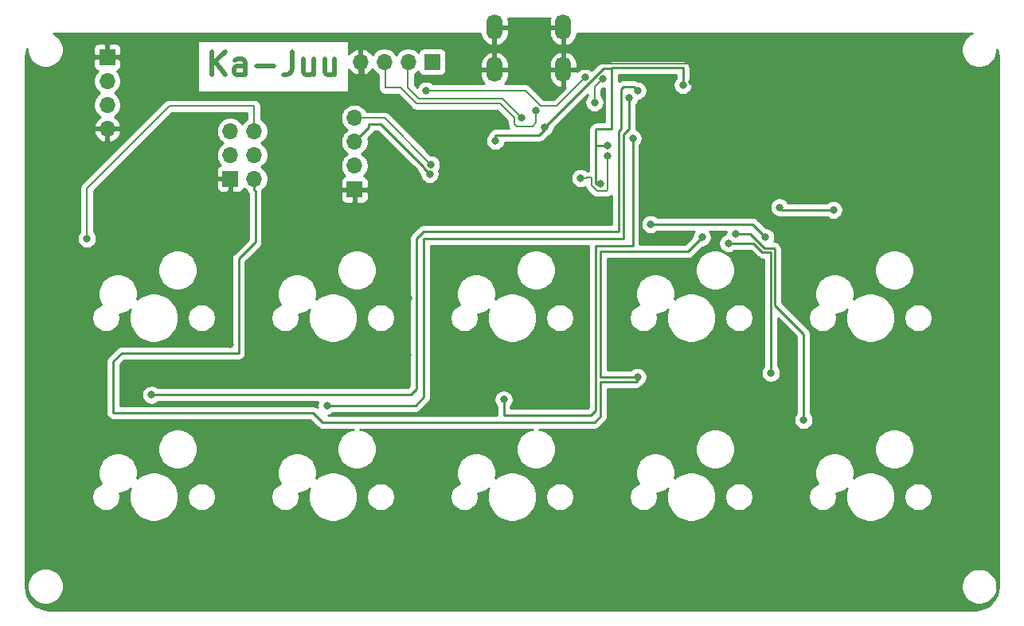
<source format=gbr>
G04 #@! TF.GenerationSoftware,KiCad,Pcbnew,(5.1.5)-3*
G04 #@! TF.CreationDate,2020-04-08T16:54:26+08:00*
G04 #@! TF.ProjectId,KaChi-Juu Macropad,4b614368-692d-44a7-9575-204d6163726f,rev?*
G04 #@! TF.SameCoordinates,Original*
G04 #@! TF.FileFunction,Copper,L1,Top*
G04 #@! TF.FilePolarity,Positive*
%FSLAX46Y46*%
G04 Gerber Fmt 4.6, Leading zero omitted, Abs format (unit mm)*
G04 Created by KiCad (PCBNEW (5.1.5)-3) date 2020-04-08 16:54:26*
%MOMM*%
%LPD*%
G04 APERTURE LIST*
%ADD10C,0.500000*%
%ADD11O,1.700000X1.700000*%
%ADD12R,1.700000X1.700000*%
%ADD13O,1.700000X2.700000*%
%ADD14C,0.800000*%
%ADD15C,0.203200*%
%ADD16C,0.228600*%
%ADD17C,0.254000*%
G04 APERTURE END LIST*
D10*
X79177380Y-23355952D02*
X79177380Y-20855952D01*
X80605952Y-23355952D02*
X79534523Y-21927380D01*
X80605952Y-20855952D02*
X79177380Y-22284523D01*
X82748809Y-23355952D02*
X82748809Y-22046428D01*
X82629761Y-21808333D01*
X82391666Y-21689285D01*
X81915476Y-21689285D01*
X81677380Y-21808333D01*
X82748809Y-23236904D02*
X82510714Y-23355952D01*
X81915476Y-23355952D01*
X81677380Y-23236904D01*
X81558333Y-22998809D01*
X81558333Y-22760714D01*
X81677380Y-22522619D01*
X81915476Y-22403571D01*
X82510714Y-22403571D01*
X82748809Y-22284523D01*
X83939285Y-22403571D02*
X85844047Y-22403571D01*
X87748809Y-20855952D02*
X87748809Y-22641666D01*
X87629761Y-22998809D01*
X87391666Y-23236904D01*
X87034523Y-23355952D01*
X86796428Y-23355952D01*
X90010714Y-21689285D02*
X90010714Y-23355952D01*
X88939285Y-21689285D02*
X88939285Y-22998809D01*
X89058333Y-23236904D01*
X89296428Y-23355952D01*
X89653571Y-23355952D01*
X89891666Y-23236904D01*
X90010714Y-23117857D01*
X92272619Y-21689285D02*
X92272619Y-23355952D01*
X91201190Y-21689285D02*
X91201190Y-22998809D01*
X91320238Y-23236904D01*
X91558333Y-23355952D01*
X91915476Y-23355952D01*
X92153571Y-23236904D01*
X92272619Y-23117857D01*
D11*
X94996000Y-21971000D03*
X97536000Y-21971000D03*
X100076000Y-21971000D03*
D12*
X102616000Y-21971000D03*
D11*
X68072000Y-29083000D03*
X68072000Y-26543000D03*
X68072000Y-24003000D03*
D12*
X68072000Y-21463000D03*
D13*
X109253000Y-18288000D03*
X116553000Y-18288000D03*
X116553000Y-22788000D03*
X109253000Y-22788000D03*
D11*
X94361000Y-27940000D03*
X94361000Y-30480000D03*
X94361000Y-33020000D03*
D12*
X94361000Y-35560000D03*
D11*
X83693000Y-29337000D03*
X81153000Y-29337000D03*
X83693000Y-31877000D03*
X81153000Y-31877000D03*
X83693000Y-34417000D03*
D12*
X81153000Y-34417000D03*
D14*
X111252000Y-34417000D03*
X114046000Y-34417000D03*
X130215867Y-24069600D03*
X81153000Y-52070000D03*
X90805000Y-43434000D03*
X97631250Y-53181250D03*
X100012500Y-53181250D03*
X97282000Y-47117000D03*
X100076000Y-47117000D03*
X103886000Y-50038000D03*
X103886000Y-53213000D03*
X90932000Y-28194000D03*
X88519000Y-28194000D03*
X120523000Y-37338000D03*
X118412500Y-34338500D03*
X121285000Y-32004000D03*
X109347000Y-30353000D03*
X114554000Y-28956000D03*
X129286000Y-24437500D03*
X139558000Y-37450000D03*
X145288000Y-37719000D03*
X120523000Y-34925000D03*
X121285000Y-30861000D03*
X138049000Y-40640000D03*
X125857000Y-39243000D03*
X124460000Y-25019000D03*
X72771000Y-57404000D03*
X123571000Y-25781000D03*
X91440000Y-58547000D03*
X123952000Y-30099000D03*
X110236000Y-57912000D03*
X134112000Y-41275000D03*
X138636390Y-55070390D03*
X131318000Y-40640000D03*
X124460000Y-55499000D03*
X102489000Y-32893000D03*
X102362000Y-33909000D03*
X65913000Y-40767000D03*
X134874000Y-40259000D03*
X142113000Y-60071000D03*
X119888000Y-26289000D03*
X120783067Y-23755067D03*
X113665000Y-27178000D03*
X112141000Y-27940000D03*
X118865933Y-23615933D03*
X101981000Y-25019000D03*
D15*
X111252000Y-34417000D02*
X114046000Y-34417000D01*
X130215867Y-24069600D02*
X130215867Y-22265867D01*
X130127390Y-22177390D02*
X120316610Y-22177390D01*
X130215867Y-22265867D02*
X130127390Y-22177390D01*
X119706000Y-22788000D02*
X116553000Y-22788000D01*
X120316610Y-22177390D02*
X119706000Y-22788000D01*
D16*
X81153000Y-35495600D02*
X81153000Y-34417000D01*
X74676000Y-46863000D02*
X73914000Y-46101000D01*
X76643600Y-40005000D02*
X81153000Y-35495600D01*
X76327000Y-46863000D02*
X74676000Y-46863000D01*
X76454000Y-52070000D02*
X76327000Y-51943000D01*
X70485000Y-40005000D02*
X76643600Y-40005000D01*
X81153000Y-52070000D02*
X76454000Y-52070000D01*
X73914000Y-46101000D02*
X73406000Y-46101000D01*
X73406000Y-46101000D02*
X70358000Y-43053000D01*
X76327000Y-51943000D02*
X76327000Y-46863000D01*
X70358000Y-43053000D02*
X70358000Y-40132000D01*
X70358000Y-40132000D02*
X70485000Y-40005000D01*
X90805000Y-43434000D02*
X90805000Y-36068000D01*
X91313000Y-35560000D02*
X94361000Y-35560000D01*
X90805000Y-36068000D02*
X91313000Y-35560000D01*
X97631250Y-53181250D02*
X100012500Y-53181250D01*
X97282000Y-47117000D02*
X97847685Y-47117000D01*
X97847685Y-47117000D02*
X100076000Y-47117000D01*
X103886000Y-53213000D02*
X103886000Y-50038000D01*
D17*
X91567000Y-35560000D02*
X94361000Y-35560000D01*
X95250000Y-25400000D02*
X91186000Y-25400000D01*
X91186000Y-25400000D02*
X90932000Y-25654000D01*
X95250000Y-22225000D02*
X95250000Y-25400000D01*
X90932000Y-34925000D02*
X91567000Y-35560000D01*
X90932000Y-25654000D02*
X90932000Y-28194000D01*
X90932000Y-28194000D02*
X90932000Y-29083000D01*
X90932000Y-28924250D02*
X90932000Y-29083000D01*
X90932000Y-29083000D02*
X90932000Y-34925000D01*
X88519000Y-28194000D02*
X86106000Y-25781000D01*
X86106000Y-25781000D02*
X71501000Y-25781000D01*
X71501000Y-23788000D02*
X69176000Y-21463000D01*
X69176000Y-21463000D02*
X68072000Y-21463000D01*
X71501000Y-25781000D02*
X71501000Y-23788000D01*
X114046000Y-34417000D02*
X114046000Y-34982685D01*
X114046000Y-34982685D02*
X114046000Y-37338000D01*
X114046000Y-37338000D02*
X120523000Y-37338000D01*
D15*
X118978185Y-34338500D02*
X119026685Y-34290000D01*
X118412500Y-34338500D02*
X118978185Y-34338500D01*
X119026685Y-34290000D02*
X119586390Y-34290000D01*
X119586390Y-35102536D02*
X120170854Y-35687000D01*
X119586390Y-34290000D02*
X119586390Y-35102536D01*
X120170854Y-35687000D02*
X121158000Y-35687000D01*
X121285000Y-35560000D02*
X121285000Y-32004000D01*
X121158000Y-35687000D02*
X121285000Y-35560000D01*
D17*
X109347000Y-30353000D02*
X109347000Y-29787315D01*
X109347000Y-29787315D02*
X113976685Y-29787315D01*
X113976685Y-29787315D02*
X114554000Y-29210000D01*
X114554000Y-29210000D02*
X114554000Y-28956000D01*
X119072500Y-24437500D02*
X114554000Y-28956000D01*
X139827000Y-37719000D02*
X139558000Y-37450000D01*
X145288000Y-37719000D02*
X139827000Y-37719000D01*
X129286000Y-22606000D02*
X129286000Y-24437500D01*
X121793000Y-22606000D02*
X129286000Y-22606000D01*
X120015000Y-29210000D02*
X120088500Y-29136500D01*
X120088500Y-29136500D02*
X121739500Y-29136500D01*
X121739500Y-29136500D02*
X121739500Y-22659500D01*
X121739500Y-22659500D02*
X121793000Y-22606000D01*
X120850500Y-22659500D02*
X119072500Y-24437500D01*
X121739500Y-22659500D02*
X120850500Y-22659500D01*
X120523000Y-34925000D02*
X120015000Y-34925000D01*
X120015000Y-34925000D02*
X120015000Y-30988000D01*
X120015000Y-30861000D02*
X121285000Y-30861000D01*
X120015000Y-30861000D02*
X120015000Y-29210000D01*
X120015000Y-30988000D02*
X120015000Y-30861000D01*
X136652000Y-39243000D02*
X138049000Y-40640000D01*
X128397000Y-39243000D02*
X136652000Y-39243000D01*
X128397000Y-39243000D02*
X125857000Y-39243000D01*
D16*
X124060001Y-24619001D02*
X122954999Y-24619001D01*
X124460000Y-25019000D02*
X124060001Y-24619001D01*
X122954999Y-24619001D02*
X122682000Y-24892000D01*
X122682000Y-24892000D02*
X122682000Y-29083000D01*
X122682000Y-29083000D02*
X122428000Y-29337000D01*
X122428000Y-29337000D02*
X122428000Y-34671000D01*
X122428000Y-34671000D02*
X122428000Y-40005000D01*
X122428000Y-40005000D02*
X101882854Y-40005000D01*
X101882854Y-40005000D02*
X101727000Y-40005000D01*
X101727000Y-40005000D02*
X100965000Y-40767000D01*
X100965000Y-40767000D02*
X100965000Y-56769000D01*
X100965000Y-56769000D02*
X100330000Y-57404000D01*
X100330000Y-57404000D02*
X72771000Y-57404000D01*
X123571000Y-25781000D02*
X123571000Y-26346685D01*
X123571000Y-26346685D02*
X123571000Y-29083000D01*
X123571000Y-29083000D02*
X123190000Y-29464000D01*
X123190000Y-29464000D02*
X122936000Y-29718000D01*
X122936000Y-29718000D02*
X122936000Y-39878000D01*
X122936000Y-39878000D02*
X122936000Y-40767000D01*
X122936000Y-40767000D02*
X101727000Y-40767000D01*
X101727000Y-40767000D02*
X101727000Y-57658000D01*
X101727000Y-57658000D02*
X100838000Y-58547000D01*
X100838000Y-58547000D02*
X91440000Y-58547000D01*
X123952000Y-30099000D02*
X123952000Y-41529000D01*
X123952000Y-41529000D02*
X120015000Y-41529000D01*
X120015000Y-41529000D02*
X120015000Y-44450000D01*
X120015000Y-44450000D02*
X120015000Y-59055000D01*
X120015000Y-59055000D02*
X119507000Y-59563000D01*
X119507000Y-59563000D02*
X110236000Y-59563000D01*
X110236000Y-59563000D02*
X110236000Y-57912000D01*
X134112000Y-41275000D02*
X136144000Y-41275000D01*
X136807854Y-41275000D02*
X137744464Y-42211610D01*
X136144000Y-41275000D02*
X136807854Y-41275000D01*
X138604610Y-42211610D02*
X138636390Y-42243390D01*
X137744464Y-42211610D02*
X138604610Y-42211610D01*
X138636390Y-42243390D02*
X138636390Y-55070390D01*
X131318000Y-40640000D02*
X130918001Y-41039999D01*
X130918001Y-41039999D02*
X129921000Y-42037000D01*
X129921000Y-42037000D02*
X129794000Y-42164000D01*
X129794000Y-42164000D02*
X120523000Y-42164000D01*
X120523000Y-42164000D02*
X120523000Y-55499000D01*
X120523000Y-55499000D02*
X124460000Y-55499000D01*
X82042000Y-42926000D02*
X82042000Y-52959000D01*
X83820000Y-35746081D02*
X83820000Y-41148000D01*
X83693000Y-35619081D02*
X83820000Y-35746081D01*
X68707000Y-59309000D02*
X89916000Y-59309000D01*
X83693000Y-34417000D02*
X83693000Y-35619081D01*
X82042000Y-52959000D02*
X69596000Y-52959000D01*
X68707000Y-53848000D02*
X68707000Y-59309000D01*
X83820000Y-41148000D02*
X82042000Y-42926000D01*
X69596000Y-52959000D02*
X68707000Y-53848000D01*
X89916000Y-59309000D02*
X90932000Y-60325000D01*
X124460000Y-55499000D02*
X124460000Y-55880000D01*
X124460000Y-55880000D02*
X124333000Y-56007000D01*
X124333000Y-56007000D02*
X120523000Y-56007000D01*
X120523000Y-56007000D02*
X120523000Y-59690000D01*
X119888000Y-60325000D02*
X119380000Y-60325000D01*
X90932000Y-60325000D02*
X119380000Y-60325000D01*
X120523000Y-59690000D02*
X119888000Y-60325000D01*
D15*
X94361000Y-27940000D02*
X95563081Y-27940000D01*
X95563081Y-27940000D02*
X97536000Y-27940000D01*
X97536000Y-27940000D02*
X102489000Y-32893000D01*
D16*
X101727000Y-33274000D02*
X102362000Y-33909000D01*
X95885000Y-28956000D02*
X95885000Y-28575000D01*
X97155000Y-28575000D02*
X101727000Y-33147000D01*
X94361000Y-30480000D02*
X95885000Y-28956000D01*
X95885000Y-28575000D02*
X97155000Y-28575000D01*
X101727000Y-33147000D02*
X101727000Y-33274000D01*
D15*
X83693000Y-29337000D02*
X83693000Y-26670000D01*
X83693000Y-26670000D02*
X74676000Y-26670000D01*
X74676000Y-26670000D02*
X65913000Y-35433000D01*
X65913000Y-35433000D02*
X65913000Y-40767000D01*
D16*
X139065000Y-41910000D02*
X139065000Y-47879000D01*
X139065000Y-47879000D02*
X142113000Y-50927000D01*
X142113000Y-50927000D02*
X142113000Y-60071000D01*
X134874000Y-40259000D02*
X136398000Y-40259000D01*
X136398000Y-40259000D02*
X137922000Y-41783000D01*
X137922000Y-41783000D02*
X138938000Y-41783000D01*
X138938000Y-41783000D02*
X139065000Y-41910000D01*
D15*
X119888000Y-26289000D02*
X119888000Y-25723315D01*
X119888000Y-25723315D02*
X119888000Y-24638000D01*
X119888000Y-24638000D02*
X120770933Y-23755067D01*
X120770933Y-23755067D02*
X120783067Y-23755067D01*
X111633000Y-28829000D02*
X113284000Y-28829000D01*
X113665000Y-28448000D02*
X113665000Y-27178000D01*
X111379000Y-28575000D02*
X111633000Y-28829000D01*
X111379000Y-27940000D02*
X111379000Y-28575000D01*
X97631250Y-24733250D02*
X99282250Y-24733250D01*
X113284000Y-28829000D02*
X113665000Y-28448000D01*
X100965000Y-26416000D02*
X109855000Y-26416000D01*
X99282250Y-24733250D02*
X100965000Y-26416000D01*
X97631250Y-22225000D02*
X97631250Y-24733250D01*
X109855000Y-26416000D02*
X111379000Y-27940000D01*
X100012500Y-22225000D02*
X100012500Y-24701500D01*
X100012500Y-24701500D02*
X101219000Y-25908000D01*
X110109000Y-25908000D02*
X112141000Y-27940000D01*
X101219000Y-25908000D02*
X110109000Y-25908000D01*
X118465934Y-24015932D02*
X118465934Y-24028066D01*
X118865933Y-23615933D02*
X118465934Y-24015932D01*
X118465934Y-24028066D02*
X115824000Y-26670000D01*
X114195370Y-26670000D02*
X112544370Y-25019000D01*
X115824000Y-26670000D02*
X114195370Y-26670000D01*
X112544370Y-25019000D02*
X101981000Y-25019000D01*
D17*
G36*
X115121310Y-17373731D02*
G01*
X115068000Y-17661000D01*
X115068000Y-18161000D01*
X116426000Y-18161000D01*
X116426000Y-18141000D01*
X116680000Y-18141000D01*
X116680000Y-18161000D01*
X116700000Y-18161000D01*
X116700000Y-18415000D01*
X116680000Y-18415000D01*
X116680000Y-20108155D01*
X116909890Y-20229476D01*
X117003953Y-20208563D01*
X117272426Y-20093291D01*
X117513252Y-19927857D01*
X117717176Y-19718619D01*
X117876361Y-19473618D01*
X117984690Y-19202269D01*
X118037808Y-18916037D01*
X160029025Y-18916248D01*
X159880204Y-18977892D01*
X159565621Y-19188090D01*
X159298090Y-19455621D01*
X159087892Y-19770204D01*
X158943105Y-20119751D01*
X158869293Y-20490827D01*
X158869293Y-20869173D01*
X158943105Y-21240249D01*
X159087892Y-21589796D01*
X159298090Y-21904379D01*
X159565621Y-22171910D01*
X159880204Y-22382108D01*
X160229751Y-22526895D01*
X160600827Y-22600707D01*
X160979173Y-22600707D01*
X161350249Y-22526895D01*
X161699796Y-22382108D01*
X162014379Y-22171910D01*
X162281910Y-21904379D01*
X162492108Y-21589796D01*
X162636895Y-21240249D01*
X162710707Y-20869173D01*
X162710707Y-20644076D01*
X162798032Y-20926178D01*
X162852500Y-21444403D01*
X162852501Y-77755212D01*
X162801498Y-78275383D01*
X162659807Y-78744686D01*
X162429661Y-79177528D01*
X162119823Y-79557427D01*
X161742100Y-79869906D01*
X161310873Y-80103069D01*
X160842573Y-80248032D01*
X160324347Y-80302500D01*
X61944778Y-80302500D01*
X61424617Y-80251498D01*
X60955314Y-80109807D01*
X60522472Y-79879661D01*
X60142573Y-79569823D01*
X59830094Y-79192100D01*
X59596931Y-78760873D01*
X59451968Y-78292573D01*
X59397500Y-77774347D01*
X59397500Y-77590827D01*
X59589293Y-77590827D01*
X59589293Y-77969173D01*
X59663105Y-78340249D01*
X59807892Y-78689796D01*
X60018090Y-79004379D01*
X60285621Y-79271910D01*
X60600204Y-79482108D01*
X60949751Y-79626895D01*
X61320827Y-79700707D01*
X61699173Y-79700707D01*
X62070249Y-79626895D01*
X62419796Y-79482108D01*
X62734379Y-79271910D01*
X63001910Y-79004379D01*
X63212108Y-78689796D01*
X63356895Y-78340249D01*
X63430707Y-77969173D01*
X63430707Y-77610827D01*
X158879293Y-77610827D01*
X158879293Y-77989173D01*
X158953105Y-78360249D01*
X159097892Y-78709796D01*
X159308090Y-79024379D01*
X159575621Y-79291910D01*
X159890204Y-79502108D01*
X160239751Y-79646895D01*
X160610827Y-79720707D01*
X160989173Y-79720707D01*
X161360249Y-79646895D01*
X161709796Y-79502108D01*
X162024379Y-79291910D01*
X162291910Y-79024379D01*
X162502108Y-78709796D01*
X162646895Y-78360249D01*
X162720707Y-77989173D01*
X162720707Y-77610827D01*
X162646895Y-77239751D01*
X162502108Y-76890204D01*
X162291910Y-76575621D01*
X162024379Y-76308090D01*
X161709796Y-76097892D01*
X161360249Y-75953105D01*
X160989173Y-75879293D01*
X160610827Y-75879293D01*
X160239751Y-75953105D01*
X159890204Y-76097892D01*
X159575621Y-76308090D01*
X159308090Y-76575621D01*
X159097892Y-76890204D01*
X158953105Y-77239751D01*
X158879293Y-77610827D01*
X63430707Y-77610827D01*
X63430707Y-77590827D01*
X63356895Y-77219751D01*
X63212108Y-76870204D01*
X63001910Y-76555621D01*
X62734379Y-76288090D01*
X62419796Y-76077892D01*
X62070249Y-75933105D01*
X61699173Y-75859293D01*
X61320827Y-75859293D01*
X60949751Y-75933105D01*
X60600204Y-76077892D01*
X60285621Y-76288090D01*
X60018090Y-76555621D01*
X59807892Y-76870204D01*
X59663105Y-77219751D01*
X59589293Y-77590827D01*
X59397500Y-77590827D01*
X59397500Y-68113778D01*
X66435000Y-68113778D01*
X66435000Y-68411222D01*
X66493029Y-68702951D01*
X66606856Y-68977753D01*
X66772107Y-69225069D01*
X66982431Y-69435393D01*
X67229747Y-69600644D01*
X67504549Y-69714471D01*
X67796278Y-69772500D01*
X68093722Y-69772500D01*
X68385451Y-69714471D01*
X68660253Y-69600644D01*
X68907569Y-69435393D01*
X69117893Y-69225069D01*
X69283144Y-68977753D01*
X69396971Y-68702951D01*
X69455000Y-68411222D01*
X69455000Y-68113778D01*
X69404023Y-67857500D01*
X69425279Y-67857500D01*
X69837756Y-67775453D01*
X70226302Y-67614512D01*
X70532708Y-67409779D01*
X70497127Y-67495678D01*
X70396100Y-68003576D01*
X70396100Y-68521424D01*
X70497127Y-69029322D01*
X70695299Y-69507751D01*
X70983000Y-69938326D01*
X71349174Y-70304500D01*
X71779749Y-70592201D01*
X72258178Y-70790373D01*
X72766076Y-70891400D01*
X73283924Y-70891400D01*
X73791822Y-70790373D01*
X74270251Y-70592201D01*
X74700826Y-70304500D01*
X75067000Y-69938326D01*
X75354701Y-69507751D01*
X75552873Y-69029322D01*
X75653900Y-68521424D01*
X75653900Y-68113778D01*
X76595000Y-68113778D01*
X76595000Y-68411222D01*
X76653029Y-68702951D01*
X76766856Y-68977753D01*
X76932107Y-69225069D01*
X77142431Y-69435393D01*
X77389747Y-69600644D01*
X77664549Y-69714471D01*
X77956278Y-69772500D01*
X78253722Y-69772500D01*
X78545451Y-69714471D01*
X78820253Y-69600644D01*
X79067569Y-69435393D01*
X79277893Y-69225069D01*
X79443144Y-68977753D01*
X79556971Y-68702951D01*
X79615000Y-68411222D01*
X79615000Y-68113778D01*
X85485000Y-68113778D01*
X85485000Y-68411222D01*
X85543029Y-68702951D01*
X85656856Y-68977753D01*
X85822107Y-69225069D01*
X86032431Y-69435393D01*
X86279747Y-69600644D01*
X86554549Y-69714471D01*
X86846278Y-69772500D01*
X87143722Y-69772500D01*
X87435451Y-69714471D01*
X87710253Y-69600644D01*
X87957569Y-69435393D01*
X88167893Y-69225069D01*
X88333144Y-68977753D01*
X88446971Y-68702951D01*
X88505000Y-68411222D01*
X88505000Y-68113778D01*
X88454023Y-67857500D01*
X88475279Y-67857500D01*
X88887756Y-67775453D01*
X89276302Y-67614512D01*
X89582708Y-67409779D01*
X89547127Y-67495678D01*
X89446100Y-68003576D01*
X89446100Y-68521424D01*
X89547127Y-69029322D01*
X89745299Y-69507751D01*
X90033000Y-69938326D01*
X90399174Y-70304500D01*
X90829749Y-70592201D01*
X91308178Y-70790373D01*
X91816076Y-70891400D01*
X92333924Y-70891400D01*
X92841822Y-70790373D01*
X93320251Y-70592201D01*
X93750826Y-70304500D01*
X94117000Y-69938326D01*
X94404701Y-69507751D01*
X94602873Y-69029322D01*
X94703900Y-68521424D01*
X94703900Y-68113778D01*
X95645000Y-68113778D01*
X95645000Y-68411222D01*
X95703029Y-68702951D01*
X95816856Y-68977753D01*
X95982107Y-69225069D01*
X96192431Y-69435393D01*
X96439747Y-69600644D01*
X96714549Y-69714471D01*
X97006278Y-69772500D01*
X97303722Y-69772500D01*
X97595451Y-69714471D01*
X97870253Y-69600644D01*
X98117569Y-69435393D01*
X98327893Y-69225069D01*
X98493144Y-68977753D01*
X98606971Y-68702951D01*
X98665000Y-68411222D01*
X98665000Y-68113778D01*
X104535000Y-68113778D01*
X104535000Y-68411222D01*
X104593029Y-68702951D01*
X104706856Y-68977753D01*
X104872107Y-69225069D01*
X105082431Y-69435393D01*
X105329747Y-69600644D01*
X105604549Y-69714471D01*
X105896278Y-69772500D01*
X106193722Y-69772500D01*
X106485451Y-69714471D01*
X106760253Y-69600644D01*
X107007569Y-69435393D01*
X107217893Y-69225069D01*
X107383144Y-68977753D01*
X107496971Y-68702951D01*
X107555000Y-68411222D01*
X107555000Y-68113778D01*
X107504023Y-67857500D01*
X107525279Y-67857500D01*
X107937756Y-67775453D01*
X108326302Y-67614512D01*
X108632708Y-67409779D01*
X108597127Y-67495678D01*
X108496100Y-68003576D01*
X108496100Y-68521424D01*
X108597127Y-69029322D01*
X108795299Y-69507751D01*
X109083000Y-69938326D01*
X109449174Y-70304500D01*
X109879749Y-70592201D01*
X110358178Y-70790373D01*
X110866076Y-70891400D01*
X111383924Y-70891400D01*
X111891822Y-70790373D01*
X112370251Y-70592201D01*
X112800826Y-70304500D01*
X113167000Y-69938326D01*
X113454701Y-69507751D01*
X113652873Y-69029322D01*
X113753900Y-68521424D01*
X113753900Y-68113778D01*
X114695000Y-68113778D01*
X114695000Y-68411222D01*
X114753029Y-68702951D01*
X114866856Y-68977753D01*
X115032107Y-69225069D01*
X115242431Y-69435393D01*
X115489747Y-69600644D01*
X115764549Y-69714471D01*
X116056278Y-69772500D01*
X116353722Y-69772500D01*
X116645451Y-69714471D01*
X116920253Y-69600644D01*
X117167569Y-69435393D01*
X117377893Y-69225069D01*
X117543144Y-68977753D01*
X117656971Y-68702951D01*
X117715000Y-68411222D01*
X117715000Y-68113778D01*
X123585000Y-68113778D01*
X123585000Y-68411222D01*
X123643029Y-68702951D01*
X123756856Y-68977753D01*
X123922107Y-69225069D01*
X124132431Y-69435393D01*
X124379747Y-69600644D01*
X124654549Y-69714471D01*
X124946278Y-69772500D01*
X125243722Y-69772500D01*
X125535451Y-69714471D01*
X125810253Y-69600644D01*
X126057569Y-69435393D01*
X126267893Y-69225069D01*
X126433144Y-68977753D01*
X126546971Y-68702951D01*
X126605000Y-68411222D01*
X126605000Y-68113778D01*
X126554023Y-67857500D01*
X126575279Y-67857500D01*
X126987756Y-67775453D01*
X127376302Y-67614512D01*
X127682708Y-67409779D01*
X127647127Y-67495678D01*
X127546100Y-68003576D01*
X127546100Y-68521424D01*
X127647127Y-69029322D01*
X127845299Y-69507751D01*
X128133000Y-69938326D01*
X128499174Y-70304500D01*
X128929749Y-70592201D01*
X129408178Y-70790373D01*
X129916076Y-70891400D01*
X130433924Y-70891400D01*
X130941822Y-70790373D01*
X131420251Y-70592201D01*
X131850826Y-70304500D01*
X132217000Y-69938326D01*
X132504701Y-69507751D01*
X132702873Y-69029322D01*
X132803900Y-68521424D01*
X132803900Y-68113778D01*
X133745000Y-68113778D01*
X133745000Y-68411222D01*
X133803029Y-68702951D01*
X133916856Y-68977753D01*
X134082107Y-69225069D01*
X134292431Y-69435393D01*
X134539747Y-69600644D01*
X134814549Y-69714471D01*
X135106278Y-69772500D01*
X135403722Y-69772500D01*
X135695451Y-69714471D01*
X135970253Y-69600644D01*
X136217569Y-69435393D01*
X136427893Y-69225069D01*
X136593144Y-68977753D01*
X136706971Y-68702951D01*
X136765000Y-68411222D01*
X136765000Y-68113778D01*
X142635000Y-68113778D01*
X142635000Y-68411222D01*
X142693029Y-68702951D01*
X142806856Y-68977753D01*
X142972107Y-69225069D01*
X143182431Y-69435393D01*
X143429747Y-69600644D01*
X143704549Y-69714471D01*
X143996278Y-69772500D01*
X144293722Y-69772500D01*
X144585451Y-69714471D01*
X144860253Y-69600644D01*
X145107569Y-69435393D01*
X145317893Y-69225069D01*
X145483144Y-68977753D01*
X145596971Y-68702951D01*
X145655000Y-68411222D01*
X145655000Y-68113778D01*
X145604023Y-67857500D01*
X145625279Y-67857500D01*
X146037756Y-67775453D01*
X146426302Y-67614512D01*
X146732708Y-67409779D01*
X146697127Y-67495678D01*
X146596100Y-68003576D01*
X146596100Y-68521424D01*
X146697127Y-69029322D01*
X146895299Y-69507751D01*
X147183000Y-69938326D01*
X147549174Y-70304500D01*
X147979749Y-70592201D01*
X148458178Y-70790373D01*
X148966076Y-70891400D01*
X149483924Y-70891400D01*
X149991822Y-70790373D01*
X150470251Y-70592201D01*
X150900826Y-70304500D01*
X151267000Y-69938326D01*
X151554701Y-69507751D01*
X151752873Y-69029322D01*
X151853900Y-68521424D01*
X151853900Y-68113778D01*
X152795000Y-68113778D01*
X152795000Y-68411222D01*
X152853029Y-68702951D01*
X152966856Y-68977753D01*
X153132107Y-69225069D01*
X153342431Y-69435393D01*
X153589747Y-69600644D01*
X153864549Y-69714471D01*
X154156278Y-69772500D01*
X154453722Y-69772500D01*
X154745451Y-69714471D01*
X155020253Y-69600644D01*
X155267569Y-69435393D01*
X155477893Y-69225069D01*
X155643144Y-68977753D01*
X155756971Y-68702951D01*
X155815000Y-68411222D01*
X155815000Y-68113778D01*
X155756971Y-67822049D01*
X155643144Y-67547247D01*
X155477893Y-67299931D01*
X155267569Y-67089607D01*
X155020253Y-66924356D01*
X154745451Y-66810529D01*
X154453722Y-66752500D01*
X154156278Y-66752500D01*
X153864549Y-66810529D01*
X153589747Y-66924356D01*
X153342431Y-67089607D01*
X153132107Y-67299931D01*
X152966856Y-67547247D01*
X152853029Y-67822049D01*
X152795000Y-68113778D01*
X151853900Y-68113778D01*
X151853900Y-68003576D01*
X151752873Y-67495678D01*
X151554701Y-67017249D01*
X151267000Y-66586674D01*
X150900826Y-66220500D01*
X150470251Y-65932799D01*
X149991822Y-65734627D01*
X149483924Y-65633600D01*
X148966076Y-65633600D01*
X148458178Y-65734627D01*
X147979749Y-65932799D01*
X147549174Y-66220500D01*
X147478763Y-66290911D01*
X147550000Y-65932779D01*
X147550000Y-65512221D01*
X147467953Y-65099744D01*
X147307012Y-64711198D01*
X147073363Y-64361517D01*
X146775983Y-64064137D01*
X146426302Y-63830488D01*
X146037756Y-63669547D01*
X145625279Y-63587500D01*
X145204721Y-63587500D01*
X144792244Y-63669547D01*
X144403698Y-63830488D01*
X144054017Y-64064137D01*
X143756637Y-64361517D01*
X143522988Y-64711198D01*
X143362047Y-65099744D01*
X143280000Y-65512221D01*
X143280000Y-65932779D01*
X143362047Y-66345256D01*
X143522988Y-66733802D01*
X143602499Y-66852799D01*
X143429747Y-66924356D01*
X143182431Y-67089607D01*
X142972107Y-67299931D01*
X142806856Y-67547247D01*
X142693029Y-67822049D01*
X142635000Y-68113778D01*
X136765000Y-68113778D01*
X136706971Y-67822049D01*
X136593144Y-67547247D01*
X136427893Y-67299931D01*
X136217569Y-67089607D01*
X135970253Y-66924356D01*
X135695451Y-66810529D01*
X135403722Y-66752500D01*
X135106278Y-66752500D01*
X134814549Y-66810529D01*
X134539747Y-66924356D01*
X134292431Y-67089607D01*
X134082107Y-67299931D01*
X133916856Y-67547247D01*
X133803029Y-67822049D01*
X133745000Y-68113778D01*
X132803900Y-68113778D01*
X132803900Y-68003576D01*
X132702873Y-67495678D01*
X132504701Y-67017249D01*
X132217000Y-66586674D01*
X131850826Y-66220500D01*
X131420251Y-65932799D01*
X130941822Y-65734627D01*
X130433924Y-65633600D01*
X129916076Y-65633600D01*
X129408178Y-65734627D01*
X128929749Y-65932799D01*
X128499174Y-66220500D01*
X128428763Y-66290911D01*
X128500000Y-65932779D01*
X128500000Y-65512221D01*
X128417953Y-65099744D01*
X128257012Y-64711198D01*
X128023363Y-64361517D01*
X127725983Y-64064137D01*
X127376302Y-63830488D01*
X126987756Y-63669547D01*
X126575279Y-63587500D01*
X126154721Y-63587500D01*
X125742244Y-63669547D01*
X125353698Y-63830488D01*
X125004017Y-64064137D01*
X124706637Y-64361517D01*
X124472988Y-64711198D01*
X124312047Y-65099744D01*
X124230000Y-65512221D01*
X124230000Y-65932779D01*
X124312047Y-66345256D01*
X124472988Y-66733802D01*
X124552499Y-66852799D01*
X124379747Y-66924356D01*
X124132431Y-67089607D01*
X123922107Y-67299931D01*
X123756856Y-67547247D01*
X123643029Y-67822049D01*
X123585000Y-68113778D01*
X117715000Y-68113778D01*
X117656971Y-67822049D01*
X117543144Y-67547247D01*
X117377893Y-67299931D01*
X117167569Y-67089607D01*
X116920253Y-66924356D01*
X116645451Y-66810529D01*
X116353722Y-66752500D01*
X116056278Y-66752500D01*
X115764549Y-66810529D01*
X115489747Y-66924356D01*
X115242431Y-67089607D01*
X115032107Y-67299931D01*
X114866856Y-67547247D01*
X114753029Y-67822049D01*
X114695000Y-68113778D01*
X113753900Y-68113778D01*
X113753900Y-68003576D01*
X113652873Y-67495678D01*
X113454701Y-67017249D01*
X113167000Y-66586674D01*
X112800826Y-66220500D01*
X112370251Y-65932799D01*
X111891822Y-65734627D01*
X111383924Y-65633600D01*
X110866076Y-65633600D01*
X110358178Y-65734627D01*
X109879749Y-65932799D01*
X109449174Y-66220500D01*
X109378763Y-66290911D01*
X109450000Y-65932779D01*
X109450000Y-65512221D01*
X109367953Y-65099744D01*
X109207012Y-64711198D01*
X108973363Y-64361517D01*
X108675983Y-64064137D01*
X108326302Y-63830488D01*
X107937756Y-63669547D01*
X107525279Y-63587500D01*
X107104721Y-63587500D01*
X106692244Y-63669547D01*
X106303698Y-63830488D01*
X105954017Y-64064137D01*
X105656637Y-64361517D01*
X105422988Y-64711198D01*
X105262047Y-65099744D01*
X105180000Y-65512221D01*
X105180000Y-65932779D01*
X105262047Y-66345256D01*
X105422988Y-66733802D01*
X105502499Y-66852799D01*
X105329747Y-66924356D01*
X105082431Y-67089607D01*
X104872107Y-67299931D01*
X104706856Y-67547247D01*
X104593029Y-67822049D01*
X104535000Y-68113778D01*
X98665000Y-68113778D01*
X98606971Y-67822049D01*
X98493144Y-67547247D01*
X98327893Y-67299931D01*
X98117569Y-67089607D01*
X97870253Y-66924356D01*
X97595451Y-66810529D01*
X97303722Y-66752500D01*
X97006278Y-66752500D01*
X96714549Y-66810529D01*
X96439747Y-66924356D01*
X96192431Y-67089607D01*
X95982107Y-67299931D01*
X95816856Y-67547247D01*
X95703029Y-67822049D01*
X95645000Y-68113778D01*
X94703900Y-68113778D01*
X94703900Y-68003576D01*
X94602873Y-67495678D01*
X94404701Y-67017249D01*
X94117000Y-66586674D01*
X93750826Y-66220500D01*
X93320251Y-65932799D01*
X92841822Y-65734627D01*
X92333924Y-65633600D01*
X91816076Y-65633600D01*
X91308178Y-65734627D01*
X90829749Y-65932799D01*
X90399174Y-66220500D01*
X90328763Y-66290911D01*
X90400000Y-65932779D01*
X90400000Y-65512221D01*
X90317953Y-65099744D01*
X90157012Y-64711198D01*
X89923363Y-64361517D01*
X89625983Y-64064137D01*
X89276302Y-63830488D01*
X88887756Y-63669547D01*
X88475279Y-63587500D01*
X88054721Y-63587500D01*
X87642244Y-63669547D01*
X87253698Y-63830488D01*
X86904017Y-64064137D01*
X86606637Y-64361517D01*
X86372988Y-64711198D01*
X86212047Y-65099744D01*
X86130000Y-65512221D01*
X86130000Y-65932779D01*
X86212047Y-66345256D01*
X86372988Y-66733802D01*
X86452499Y-66852799D01*
X86279747Y-66924356D01*
X86032431Y-67089607D01*
X85822107Y-67299931D01*
X85656856Y-67547247D01*
X85543029Y-67822049D01*
X85485000Y-68113778D01*
X79615000Y-68113778D01*
X79556971Y-67822049D01*
X79443144Y-67547247D01*
X79277893Y-67299931D01*
X79067569Y-67089607D01*
X78820253Y-66924356D01*
X78545451Y-66810529D01*
X78253722Y-66752500D01*
X77956278Y-66752500D01*
X77664549Y-66810529D01*
X77389747Y-66924356D01*
X77142431Y-67089607D01*
X76932107Y-67299931D01*
X76766856Y-67547247D01*
X76653029Y-67822049D01*
X76595000Y-68113778D01*
X75653900Y-68113778D01*
X75653900Y-68003576D01*
X75552873Y-67495678D01*
X75354701Y-67017249D01*
X75067000Y-66586674D01*
X74700826Y-66220500D01*
X74270251Y-65932799D01*
X73791822Y-65734627D01*
X73283924Y-65633600D01*
X72766076Y-65633600D01*
X72258178Y-65734627D01*
X71779749Y-65932799D01*
X71349174Y-66220500D01*
X71278763Y-66290911D01*
X71350000Y-65932779D01*
X71350000Y-65512221D01*
X71267953Y-65099744D01*
X71107012Y-64711198D01*
X70873363Y-64361517D01*
X70575983Y-64064137D01*
X70226302Y-63830488D01*
X69837756Y-63669547D01*
X69425279Y-63587500D01*
X69004721Y-63587500D01*
X68592244Y-63669547D01*
X68203698Y-63830488D01*
X67854017Y-64064137D01*
X67556637Y-64361517D01*
X67322988Y-64711198D01*
X67162047Y-65099744D01*
X67080000Y-65512221D01*
X67080000Y-65932779D01*
X67162047Y-66345256D01*
X67322988Y-66733802D01*
X67402499Y-66852799D01*
X67229747Y-66924356D01*
X66982431Y-67089607D01*
X66772107Y-67299931D01*
X66606856Y-67547247D01*
X66493029Y-67822049D01*
X66435000Y-68113778D01*
X59397500Y-68113778D01*
X59397500Y-62972221D01*
X73430000Y-62972221D01*
X73430000Y-63392779D01*
X73512047Y-63805256D01*
X73672988Y-64193802D01*
X73906637Y-64543483D01*
X74204017Y-64840863D01*
X74553698Y-65074512D01*
X74942244Y-65235453D01*
X75354721Y-65317500D01*
X75775279Y-65317500D01*
X76187756Y-65235453D01*
X76576302Y-65074512D01*
X76925983Y-64840863D01*
X77223363Y-64543483D01*
X77457012Y-64193802D01*
X77617953Y-63805256D01*
X77700000Y-63392779D01*
X77700000Y-62972221D01*
X77617953Y-62559744D01*
X77457012Y-62171198D01*
X77223363Y-61821517D01*
X76925983Y-61524137D01*
X76576302Y-61290488D01*
X76187756Y-61129547D01*
X75775279Y-61047500D01*
X75354721Y-61047500D01*
X74942244Y-61129547D01*
X74553698Y-61290488D01*
X74204017Y-61524137D01*
X73906637Y-61821517D01*
X73672988Y-62171198D01*
X73512047Y-62559744D01*
X73430000Y-62972221D01*
X59397500Y-62972221D01*
X59397500Y-49063778D01*
X66435000Y-49063778D01*
X66435000Y-49361222D01*
X66493029Y-49652951D01*
X66606856Y-49927753D01*
X66772107Y-50175069D01*
X66982431Y-50385393D01*
X67229747Y-50550644D01*
X67504549Y-50664471D01*
X67796278Y-50722500D01*
X68093722Y-50722500D01*
X68385451Y-50664471D01*
X68660253Y-50550644D01*
X68907569Y-50385393D01*
X69117893Y-50175069D01*
X69283144Y-49927753D01*
X69396971Y-49652951D01*
X69455000Y-49361222D01*
X69455000Y-49063778D01*
X69404023Y-48807500D01*
X69425279Y-48807500D01*
X69837756Y-48725453D01*
X70226302Y-48564512D01*
X70532708Y-48359779D01*
X70497127Y-48445678D01*
X70396100Y-48953576D01*
X70396100Y-49471424D01*
X70497127Y-49979322D01*
X70695299Y-50457751D01*
X70983000Y-50888326D01*
X71349174Y-51254500D01*
X71779749Y-51542201D01*
X72258178Y-51740373D01*
X72766076Y-51841400D01*
X73283924Y-51841400D01*
X73791822Y-51740373D01*
X74270251Y-51542201D01*
X74700826Y-51254500D01*
X75067000Y-50888326D01*
X75354701Y-50457751D01*
X75552873Y-49979322D01*
X75653900Y-49471424D01*
X75653900Y-49063778D01*
X76595000Y-49063778D01*
X76595000Y-49361222D01*
X76653029Y-49652951D01*
X76766856Y-49927753D01*
X76932107Y-50175069D01*
X77142431Y-50385393D01*
X77389747Y-50550644D01*
X77664549Y-50664471D01*
X77956278Y-50722500D01*
X78253722Y-50722500D01*
X78545451Y-50664471D01*
X78820253Y-50550644D01*
X79067569Y-50385393D01*
X79277893Y-50175069D01*
X79443144Y-49927753D01*
X79556971Y-49652951D01*
X79615000Y-49361222D01*
X79615000Y-49063778D01*
X79556971Y-48772049D01*
X79443144Y-48497247D01*
X79277893Y-48249931D01*
X79067569Y-48039607D01*
X78820253Y-47874356D01*
X78545451Y-47760529D01*
X78253722Y-47702500D01*
X77956278Y-47702500D01*
X77664549Y-47760529D01*
X77389747Y-47874356D01*
X77142431Y-48039607D01*
X76932107Y-48249931D01*
X76766856Y-48497247D01*
X76653029Y-48772049D01*
X76595000Y-49063778D01*
X75653900Y-49063778D01*
X75653900Y-48953576D01*
X75552873Y-48445678D01*
X75354701Y-47967249D01*
X75067000Y-47536674D01*
X74700826Y-47170500D01*
X74270251Y-46882799D01*
X73791822Y-46684627D01*
X73283924Y-46583600D01*
X72766076Y-46583600D01*
X72258178Y-46684627D01*
X71779749Y-46882799D01*
X71349174Y-47170500D01*
X71278763Y-47240911D01*
X71350000Y-46882779D01*
X71350000Y-46462221D01*
X71267953Y-46049744D01*
X71107012Y-45661198D01*
X70873363Y-45311517D01*
X70575983Y-45014137D01*
X70226302Y-44780488D01*
X69837756Y-44619547D01*
X69425279Y-44537500D01*
X69004721Y-44537500D01*
X68592244Y-44619547D01*
X68203698Y-44780488D01*
X67854017Y-45014137D01*
X67556637Y-45311517D01*
X67322988Y-45661198D01*
X67162047Y-46049744D01*
X67080000Y-46462221D01*
X67080000Y-46882779D01*
X67162047Y-47295256D01*
X67322988Y-47683802D01*
X67402499Y-47802799D01*
X67229747Y-47874356D01*
X66982431Y-48039607D01*
X66772107Y-48249931D01*
X66606856Y-48497247D01*
X66493029Y-48772049D01*
X66435000Y-49063778D01*
X59397500Y-49063778D01*
X59397500Y-43922221D01*
X73430000Y-43922221D01*
X73430000Y-44342779D01*
X73512047Y-44755256D01*
X73672988Y-45143802D01*
X73906637Y-45493483D01*
X74204017Y-45790863D01*
X74553698Y-46024512D01*
X74942244Y-46185453D01*
X75354721Y-46267500D01*
X75775279Y-46267500D01*
X76187756Y-46185453D01*
X76576302Y-46024512D01*
X76925983Y-45790863D01*
X77223363Y-45493483D01*
X77457012Y-45143802D01*
X77617953Y-44755256D01*
X77700000Y-44342779D01*
X77700000Y-43922221D01*
X77617953Y-43509744D01*
X77457012Y-43121198D01*
X77223363Y-42771517D01*
X76925983Y-42474137D01*
X76576302Y-42240488D01*
X76187756Y-42079547D01*
X75775279Y-41997500D01*
X75354721Y-41997500D01*
X74942244Y-42079547D01*
X74553698Y-42240488D01*
X74204017Y-42474137D01*
X73906637Y-42771517D01*
X73672988Y-43121198D01*
X73512047Y-43509744D01*
X73430000Y-43922221D01*
X59397500Y-43922221D01*
X59397500Y-40665061D01*
X64878000Y-40665061D01*
X64878000Y-40868939D01*
X64917774Y-41068898D01*
X64995795Y-41257256D01*
X65109063Y-41426774D01*
X65253226Y-41570937D01*
X65422744Y-41684205D01*
X65611102Y-41762226D01*
X65811061Y-41802000D01*
X66014939Y-41802000D01*
X66214898Y-41762226D01*
X66403256Y-41684205D01*
X66572774Y-41570937D01*
X66716937Y-41426774D01*
X66830205Y-41257256D01*
X66908226Y-41068898D01*
X66948000Y-40868939D01*
X66948000Y-40665061D01*
X66908226Y-40465102D01*
X66830205Y-40276744D01*
X66716937Y-40107226D01*
X66649600Y-40039889D01*
X66649600Y-35738109D01*
X67120709Y-35267000D01*
X79664928Y-35267000D01*
X79677188Y-35391482D01*
X79713498Y-35511180D01*
X79772463Y-35621494D01*
X79851815Y-35718185D01*
X79948506Y-35797537D01*
X80058820Y-35856502D01*
X80178518Y-35892812D01*
X80303000Y-35905072D01*
X80867250Y-35902000D01*
X81026000Y-35743250D01*
X81026000Y-34544000D01*
X79826750Y-34544000D01*
X79668000Y-34702750D01*
X79664928Y-35267000D01*
X67120709Y-35267000D01*
X74981109Y-27406600D01*
X82956401Y-27406600D01*
X82956400Y-28043186D01*
X82746368Y-28183525D01*
X82539525Y-28390368D01*
X82423000Y-28564760D01*
X82306475Y-28390368D01*
X82099632Y-28183525D01*
X81856411Y-28021010D01*
X81586158Y-27909068D01*
X81299260Y-27852000D01*
X81006740Y-27852000D01*
X80719842Y-27909068D01*
X80449589Y-28021010D01*
X80206368Y-28183525D01*
X79999525Y-28390368D01*
X79837010Y-28633589D01*
X79725068Y-28903842D01*
X79668000Y-29190740D01*
X79668000Y-29483260D01*
X79725068Y-29770158D01*
X79837010Y-30040411D01*
X79999525Y-30283632D01*
X80206368Y-30490475D01*
X80380760Y-30607000D01*
X80206368Y-30723525D01*
X79999525Y-30930368D01*
X79837010Y-31173589D01*
X79725068Y-31443842D01*
X79668000Y-31730740D01*
X79668000Y-32023260D01*
X79725068Y-32310158D01*
X79837010Y-32580411D01*
X79999525Y-32823632D01*
X80131380Y-32955487D01*
X80058820Y-32977498D01*
X79948506Y-33036463D01*
X79851815Y-33115815D01*
X79772463Y-33212506D01*
X79713498Y-33322820D01*
X79677188Y-33442518D01*
X79664928Y-33567000D01*
X79668000Y-34131250D01*
X79826750Y-34290000D01*
X81026000Y-34290000D01*
X81026000Y-34270000D01*
X81280000Y-34270000D01*
X81280000Y-34290000D01*
X81300000Y-34290000D01*
X81300000Y-34544000D01*
X81280000Y-34544000D01*
X81280000Y-35743250D01*
X81438750Y-35902000D01*
X82003000Y-35905072D01*
X82127482Y-35892812D01*
X82247180Y-35856502D01*
X82357494Y-35797537D01*
X82454185Y-35718185D01*
X82533537Y-35621494D01*
X82592502Y-35511180D01*
X82614513Y-35438620D01*
X82746368Y-35570475D01*
X82948597Y-35705600D01*
X82954543Y-35765968D01*
X82997388Y-35907212D01*
X83066966Y-36037384D01*
X83070700Y-36041934D01*
X83070701Y-40837628D01*
X81538194Y-42370137D01*
X81509602Y-42393602D01*
X81486140Y-42422191D01*
X81415966Y-42507697D01*
X81370446Y-42592860D01*
X81346388Y-42637869D01*
X81303542Y-42779113D01*
X81292700Y-42889195D01*
X81292700Y-42889205D01*
X81289076Y-42926000D01*
X81292700Y-42962795D01*
X81292701Y-52209700D01*
X69632796Y-52209700D01*
X69596000Y-52206076D01*
X69559204Y-52209700D01*
X69559194Y-52209700D01*
X69449112Y-52220542D01*
X69307868Y-52263388D01*
X69177696Y-52332966D01*
X69092190Y-52403140D01*
X69063602Y-52426602D01*
X69040141Y-52455189D01*
X68203194Y-53292137D01*
X68174602Y-53315602D01*
X68151140Y-53344191D01*
X68080966Y-53429697D01*
X68011389Y-53559868D01*
X68011388Y-53559869D01*
X67968542Y-53701113D01*
X67957700Y-53811195D01*
X67957700Y-53811205D01*
X67954076Y-53848000D01*
X67957700Y-53884795D01*
X67957701Y-59272184D01*
X67954075Y-59309000D01*
X67968542Y-59455888D01*
X68011388Y-59597132D01*
X68080966Y-59727303D01*
X68174602Y-59841398D01*
X68288697Y-59935034D01*
X68418868Y-60004612D01*
X68560112Y-60047458D01*
X68670194Y-60058300D01*
X68707000Y-60061925D01*
X68743806Y-60058300D01*
X89605631Y-60058300D01*
X90376141Y-60828811D01*
X90399602Y-60857398D01*
X90428188Y-60880858D01*
X90428190Y-60880860D01*
X90513696Y-60951034D01*
X90643868Y-61020612D01*
X90785112Y-61063458D01*
X90895194Y-61074300D01*
X90895204Y-61074300D01*
X90932000Y-61077924D01*
X90968796Y-61074300D01*
X94269989Y-61074300D01*
X93992244Y-61129547D01*
X93603698Y-61290488D01*
X93254017Y-61524137D01*
X92956637Y-61821517D01*
X92722988Y-62171198D01*
X92562047Y-62559744D01*
X92480000Y-62972221D01*
X92480000Y-63392779D01*
X92562047Y-63805256D01*
X92722988Y-64193802D01*
X92956637Y-64543483D01*
X93254017Y-64840863D01*
X93603698Y-65074512D01*
X93992244Y-65235453D01*
X94404721Y-65317500D01*
X94825279Y-65317500D01*
X95237756Y-65235453D01*
X95626302Y-65074512D01*
X95975983Y-64840863D01*
X96273363Y-64543483D01*
X96507012Y-64193802D01*
X96667953Y-63805256D01*
X96750000Y-63392779D01*
X96750000Y-62972221D01*
X96667953Y-62559744D01*
X96507012Y-62171198D01*
X96273363Y-61821517D01*
X95975983Y-61524137D01*
X95626302Y-61290488D01*
X95237756Y-61129547D01*
X94960011Y-61074300D01*
X113319989Y-61074300D01*
X113042244Y-61129547D01*
X112653698Y-61290488D01*
X112304017Y-61524137D01*
X112006637Y-61821517D01*
X111772988Y-62171198D01*
X111612047Y-62559744D01*
X111530000Y-62972221D01*
X111530000Y-63392779D01*
X111612047Y-63805256D01*
X111772988Y-64193802D01*
X112006637Y-64543483D01*
X112304017Y-64840863D01*
X112653698Y-65074512D01*
X113042244Y-65235453D01*
X113454721Y-65317500D01*
X113875279Y-65317500D01*
X114287756Y-65235453D01*
X114676302Y-65074512D01*
X115025983Y-64840863D01*
X115323363Y-64543483D01*
X115557012Y-64193802D01*
X115717953Y-63805256D01*
X115800000Y-63392779D01*
X115800000Y-62972221D01*
X130580000Y-62972221D01*
X130580000Y-63392779D01*
X130662047Y-63805256D01*
X130822988Y-64193802D01*
X131056637Y-64543483D01*
X131354017Y-64840863D01*
X131703698Y-65074512D01*
X132092244Y-65235453D01*
X132504721Y-65317500D01*
X132925279Y-65317500D01*
X133337756Y-65235453D01*
X133726302Y-65074512D01*
X134075983Y-64840863D01*
X134373363Y-64543483D01*
X134607012Y-64193802D01*
X134767953Y-63805256D01*
X134850000Y-63392779D01*
X134850000Y-62972221D01*
X149630000Y-62972221D01*
X149630000Y-63392779D01*
X149712047Y-63805256D01*
X149872988Y-64193802D01*
X150106637Y-64543483D01*
X150404017Y-64840863D01*
X150753698Y-65074512D01*
X151142244Y-65235453D01*
X151554721Y-65317500D01*
X151975279Y-65317500D01*
X152387756Y-65235453D01*
X152776302Y-65074512D01*
X153125983Y-64840863D01*
X153423363Y-64543483D01*
X153657012Y-64193802D01*
X153817953Y-63805256D01*
X153900000Y-63392779D01*
X153900000Y-62972221D01*
X153817953Y-62559744D01*
X153657012Y-62171198D01*
X153423363Y-61821517D01*
X153125983Y-61524137D01*
X152776302Y-61290488D01*
X152387756Y-61129547D01*
X151975279Y-61047500D01*
X151554721Y-61047500D01*
X151142244Y-61129547D01*
X150753698Y-61290488D01*
X150404017Y-61524137D01*
X150106637Y-61821517D01*
X149872988Y-62171198D01*
X149712047Y-62559744D01*
X149630000Y-62972221D01*
X134850000Y-62972221D01*
X134767953Y-62559744D01*
X134607012Y-62171198D01*
X134373363Y-61821517D01*
X134075983Y-61524137D01*
X133726302Y-61290488D01*
X133337756Y-61129547D01*
X132925279Y-61047500D01*
X132504721Y-61047500D01*
X132092244Y-61129547D01*
X131703698Y-61290488D01*
X131354017Y-61524137D01*
X131056637Y-61821517D01*
X130822988Y-62171198D01*
X130662047Y-62559744D01*
X130580000Y-62972221D01*
X115800000Y-62972221D01*
X115717953Y-62559744D01*
X115557012Y-62171198D01*
X115323363Y-61821517D01*
X115025983Y-61524137D01*
X114676302Y-61290488D01*
X114287756Y-61129547D01*
X114010011Y-61074300D01*
X119851205Y-61074300D01*
X119888000Y-61077924D01*
X119924795Y-61074300D01*
X119924806Y-61074300D01*
X120034888Y-61063458D01*
X120176132Y-61020612D01*
X120306303Y-60951034D01*
X120420398Y-60857398D01*
X120443862Y-60828807D01*
X121026816Y-60245855D01*
X121055398Y-60222398D01*
X121078854Y-60193817D01*
X121078861Y-60193810D01*
X121149034Y-60108303D01*
X121218612Y-59978132D01*
X121261458Y-59836888D01*
X121263004Y-59821190D01*
X121272300Y-59726806D01*
X121272300Y-59726798D01*
X121275924Y-59690000D01*
X121272300Y-59653202D01*
X121272300Y-56756300D01*
X124296205Y-56756300D01*
X124333000Y-56759924D01*
X124369795Y-56756300D01*
X124369806Y-56756300D01*
X124479888Y-56745458D01*
X124621132Y-56702612D01*
X124751303Y-56633034D01*
X124865398Y-56539398D01*
X124888863Y-56510806D01*
X124963806Y-56435863D01*
X124992398Y-56412398D01*
X125036648Y-56358480D01*
X125119774Y-56302937D01*
X125263937Y-56158774D01*
X125377205Y-55989256D01*
X125455226Y-55800898D01*
X125495000Y-55600939D01*
X125495000Y-55397061D01*
X125455226Y-55197102D01*
X125377205Y-55008744D01*
X125263937Y-54839226D01*
X125119774Y-54695063D01*
X124950256Y-54581795D01*
X124761898Y-54503774D01*
X124561939Y-54464000D01*
X124358061Y-54464000D01*
X124158102Y-54503774D01*
X123969744Y-54581795D01*
X123800226Y-54695063D01*
X123745589Y-54749700D01*
X121272300Y-54749700D01*
X121272300Y-49063778D01*
X123585000Y-49063778D01*
X123585000Y-49361222D01*
X123643029Y-49652951D01*
X123756856Y-49927753D01*
X123922107Y-50175069D01*
X124132431Y-50385393D01*
X124379747Y-50550644D01*
X124654549Y-50664471D01*
X124946278Y-50722500D01*
X125243722Y-50722500D01*
X125535451Y-50664471D01*
X125810253Y-50550644D01*
X126057569Y-50385393D01*
X126267893Y-50175069D01*
X126433144Y-49927753D01*
X126546971Y-49652951D01*
X126605000Y-49361222D01*
X126605000Y-49063778D01*
X126554023Y-48807500D01*
X126575279Y-48807500D01*
X126987756Y-48725453D01*
X127376302Y-48564512D01*
X127682708Y-48359779D01*
X127647127Y-48445678D01*
X127546100Y-48953576D01*
X127546100Y-49471424D01*
X127647127Y-49979322D01*
X127845299Y-50457751D01*
X128133000Y-50888326D01*
X128499174Y-51254500D01*
X128929749Y-51542201D01*
X129408178Y-51740373D01*
X129916076Y-51841400D01*
X130433924Y-51841400D01*
X130941822Y-51740373D01*
X131420251Y-51542201D01*
X131850826Y-51254500D01*
X132217000Y-50888326D01*
X132504701Y-50457751D01*
X132702873Y-49979322D01*
X132803900Y-49471424D01*
X132803900Y-49063778D01*
X133745000Y-49063778D01*
X133745000Y-49361222D01*
X133803029Y-49652951D01*
X133916856Y-49927753D01*
X134082107Y-50175069D01*
X134292431Y-50385393D01*
X134539747Y-50550644D01*
X134814549Y-50664471D01*
X135106278Y-50722500D01*
X135403722Y-50722500D01*
X135695451Y-50664471D01*
X135970253Y-50550644D01*
X136217569Y-50385393D01*
X136427893Y-50175069D01*
X136593144Y-49927753D01*
X136706971Y-49652951D01*
X136765000Y-49361222D01*
X136765000Y-49063778D01*
X136706971Y-48772049D01*
X136593144Y-48497247D01*
X136427893Y-48249931D01*
X136217569Y-48039607D01*
X135970253Y-47874356D01*
X135695451Y-47760529D01*
X135403722Y-47702500D01*
X135106278Y-47702500D01*
X134814549Y-47760529D01*
X134539747Y-47874356D01*
X134292431Y-48039607D01*
X134082107Y-48249931D01*
X133916856Y-48497247D01*
X133803029Y-48772049D01*
X133745000Y-49063778D01*
X132803900Y-49063778D01*
X132803900Y-48953576D01*
X132702873Y-48445678D01*
X132504701Y-47967249D01*
X132217000Y-47536674D01*
X131850826Y-47170500D01*
X131420251Y-46882799D01*
X130941822Y-46684627D01*
X130433924Y-46583600D01*
X129916076Y-46583600D01*
X129408178Y-46684627D01*
X128929749Y-46882799D01*
X128499174Y-47170500D01*
X128428763Y-47240911D01*
X128500000Y-46882779D01*
X128500000Y-46462221D01*
X128417953Y-46049744D01*
X128257012Y-45661198D01*
X128023363Y-45311517D01*
X127725983Y-45014137D01*
X127376302Y-44780488D01*
X126987756Y-44619547D01*
X126575279Y-44537500D01*
X126154721Y-44537500D01*
X125742244Y-44619547D01*
X125353698Y-44780488D01*
X125004017Y-45014137D01*
X124706637Y-45311517D01*
X124472988Y-45661198D01*
X124312047Y-46049744D01*
X124230000Y-46462221D01*
X124230000Y-46882779D01*
X124312047Y-47295256D01*
X124472988Y-47683802D01*
X124552499Y-47802799D01*
X124379747Y-47874356D01*
X124132431Y-48039607D01*
X123922107Y-48249931D01*
X123756856Y-48497247D01*
X123643029Y-48772049D01*
X123585000Y-49063778D01*
X121272300Y-49063778D01*
X121272300Y-43922221D01*
X130580000Y-43922221D01*
X130580000Y-44342779D01*
X130662047Y-44755256D01*
X130822988Y-45143802D01*
X131056637Y-45493483D01*
X131354017Y-45790863D01*
X131703698Y-46024512D01*
X132092244Y-46185453D01*
X132504721Y-46267500D01*
X132925279Y-46267500D01*
X133337756Y-46185453D01*
X133726302Y-46024512D01*
X134075983Y-45790863D01*
X134373363Y-45493483D01*
X134607012Y-45143802D01*
X134767953Y-44755256D01*
X134850000Y-44342779D01*
X134850000Y-43922221D01*
X134767953Y-43509744D01*
X134607012Y-43121198D01*
X134373363Y-42771517D01*
X134075983Y-42474137D01*
X133726302Y-42240488D01*
X133337756Y-42079547D01*
X132925279Y-41997500D01*
X132504721Y-41997500D01*
X132092244Y-42079547D01*
X131703698Y-42240488D01*
X131354017Y-42474137D01*
X131056637Y-42771517D01*
X130822988Y-43121198D01*
X130662047Y-43509744D01*
X130580000Y-43922221D01*
X121272300Y-43922221D01*
X121272300Y-42913300D01*
X129757205Y-42913300D01*
X129794000Y-42916924D01*
X129830795Y-42913300D01*
X129830806Y-42913300D01*
X129940888Y-42902458D01*
X130082132Y-42859612D01*
X130212303Y-42790034D01*
X130326398Y-42696398D01*
X130349863Y-42667806D01*
X130476860Y-42540809D01*
X131342670Y-41675000D01*
X131419939Y-41675000D01*
X131619898Y-41635226D01*
X131808256Y-41557205D01*
X131977774Y-41443937D01*
X132121937Y-41299774D01*
X132235205Y-41130256D01*
X132313226Y-40941898D01*
X132353000Y-40741939D01*
X132353000Y-40538061D01*
X132313226Y-40338102D01*
X132235205Y-40149744D01*
X132138490Y-40005000D01*
X133869247Y-40005000D01*
X133839000Y-40157061D01*
X133839000Y-40274026D01*
X133810102Y-40279774D01*
X133621744Y-40357795D01*
X133452226Y-40471063D01*
X133308063Y-40615226D01*
X133194795Y-40784744D01*
X133116774Y-40973102D01*
X133077000Y-41173061D01*
X133077000Y-41376939D01*
X133116774Y-41576898D01*
X133194795Y-41765256D01*
X133308063Y-41934774D01*
X133452226Y-42078937D01*
X133621744Y-42192205D01*
X133810102Y-42270226D01*
X134010061Y-42310000D01*
X134213939Y-42310000D01*
X134413898Y-42270226D01*
X134602256Y-42192205D01*
X134771774Y-42078937D01*
X134826411Y-42024300D01*
X136497485Y-42024300D01*
X137188610Y-42715427D01*
X137212066Y-42744008D01*
X137240647Y-42767464D01*
X137240654Y-42767471D01*
X137326161Y-42837644D01*
X137456332Y-42907222D01*
X137597576Y-42950068D01*
X137707658Y-42960910D01*
X137707666Y-42960910D01*
X137744464Y-42964534D01*
X137781262Y-42960910D01*
X137887090Y-42960910D01*
X137887091Y-54355978D01*
X137832453Y-54410616D01*
X137719185Y-54580134D01*
X137641164Y-54768492D01*
X137601390Y-54968451D01*
X137601390Y-55172329D01*
X137641164Y-55372288D01*
X137719185Y-55560646D01*
X137832453Y-55730164D01*
X137976616Y-55874327D01*
X138146134Y-55987595D01*
X138334492Y-56065616D01*
X138534451Y-56105390D01*
X138738329Y-56105390D01*
X138938288Y-56065616D01*
X139126646Y-55987595D01*
X139296164Y-55874327D01*
X139440327Y-55730164D01*
X139553595Y-55560646D01*
X139631616Y-55372288D01*
X139671390Y-55172329D01*
X139671390Y-54968451D01*
X139631616Y-54768492D01*
X139553595Y-54580134D01*
X139440327Y-54410616D01*
X139385690Y-54355979D01*
X139385690Y-49259359D01*
X141363700Y-51237370D01*
X141363701Y-59356588D01*
X141309063Y-59411226D01*
X141195795Y-59580744D01*
X141117774Y-59769102D01*
X141078000Y-59969061D01*
X141078000Y-60172939D01*
X141117774Y-60372898D01*
X141195795Y-60561256D01*
X141309063Y-60730774D01*
X141453226Y-60874937D01*
X141622744Y-60988205D01*
X141811102Y-61066226D01*
X142011061Y-61106000D01*
X142214939Y-61106000D01*
X142414898Y-61066226D01*
X142603256Y-60988205D01*
X142772774Y-60874937D01*
X142916937Y-60730774D01*
X143030205Y-60561256D01*
X143108226Y-60372898D01*
X143148000Y-60172939D01*
X143148000Y-59969061D01*
X143108226Y-59769102D01*
X143030205Y-59580744D01*
X142916937Y-59411226D01*
X142862300Y-59356589D01*
X142862300Y-50963796D01*
X142865924Y-50927000D01*
X142862300Y-50890204D01*
X142862300Y-50890194D01*
X142851458Y-50780112D01*
X142808612Y-50638868D01*
X142739034Y-50508696D01*
X142668860Y-50423190D01*
X142668858Y-50423188D01*
X142645398Y-50394602D01*
X142616813Y-50371143D01*
X141309448Y-49063778D01*
X142635000Y-49063778D01*
X142635000Y-49361222D01*
X142693029Y-49652951D01*
X142806856Y-49927753D01*
X142972107Y-50175069D01*
X143182431Y-50385393D01*
X143429747Y-50550644D01*
X143704549Y-50664471D01*
X143996278Y-50722500D01*
X144293722Y-50722500D01*
X144585451Y-50664471D01*
X144860253Y-50550644D01*
X145107569Y-50385393D01*
X145317893Y-50175069D01*
X145483144Y-49927753D01*
X145596971Y-49652951D01*
X145655000Y-49361222D01*
X145655000Y-49063778D01*
X145604023Y-48807500D01*
X145625279Y-48807500D01*
X146037756Y-48725453D01*
X146426302Y-48564512D01*
X146732708Y-48359779D01*
X146697127Y-48445678D01*
X146596100Y-48953576D01*
X146596100Y-49471424D01*
X146697127Y-49979322D01*
X146895299Y-50457751D01*
X147183000Y-50888326D01*
X147549174Y-51254500D01*
X147979749Y-51542201D01*
X148458178Y-51740373D01*
X148966076Y-51841400D01*
X149483924Y-51841400D01*
X149991822Y-51740373D01*
X150470251Y-51542201D01*
X150900826Y-51254500D01*
X151267000Y-50888326D01*
X151554701Y-50457751D01*
X151752873Y-49979322D01*
X151853900Y-49471424D01*
X151853900Y-49063778D01*
X152795000Y-49063778D01*
X152795000Y-49361222D01*
X152853029Y-49652951D01*
X152966856Y-49927753D01*
X153132107Y-50175069D01*
X153342431Y-50385393D01*
X153589747Y-50550644D01*
X153864549Y-50664471D01*
X154156278Y-50722500D01*
X154453722Y-50722500D01*
X154745451Y-50664471D01*
X155020253Y-50550644D01*
X155267569Y-50385393D01*
X155477893Y-50175069D01*
X155643144Y-49927753D01*
X155756971Y-49652951D01*
X155815000Y-49361222D01*
X155815000Y-49063778D01*
X155756971Y-48772049D01*
X155643144Y-48497247D01*
X155477893Y-48249931D01*
X155267569Y-48039607D01*
X155020253Y-47874356D01*
X154745451Y-47760529D01*
X154453722Y-47702500D01*
X154156278Y-47702500D01*
X153864549Y-47760529D01*
X153589747Y-47874356D01*
X153342431Y-48039607D01*
X153132107Y-48249931D01*
X152966856Y-48497247D01*
X152853029Y-48772049D01*
X152795000Y-49063778D01*
X151853900Y-49063778D01*
X151853900Y-48953576D01*
X151752873Y-48445678D01*
X151554701Y-47967249D01*
X151267000Y-47536674D01*
X150900826Y-47170500D01*
X150470251Y-46882799D01*
X149991822Y-46684627D01*
X149483924Y-46583600D01*
X148966076Y-46583600D01*
X148458178Y-46684627D01*
X147979749Y-46882799D01*
X147549174Y-47170500D01*
X147478763Y-47240911D01*
X147550000Y-46882779D01*
X147550000Y-46462221D01*
X147467953Y-46049744D01*
X147307012Y-45661198D01*
X147073363Y-45311517D01*
X146775983Y-45014137D01*
X146426302Y-44780488D01*
X146037756Y-44619547D01*
X145625279Y-44537500D01*
X145204721Y-44537500D01*
X144792244Y-44619547D01*
X144403698Y-44780488D01*
X144054017Y-45014137D01*
X143756637Y-45311517D01*
X143522988Y-45661198D01*
X143362047Y-46049744D01*
X143280000Y-46462221D01*
X143280000Y-46882779D01*
X143362047Y-47295256D01*
X143522988Y-47683802D01*
X143602499Y-47802799D01*
X143429747Y-47874356D01*
X143182431Y-48039607D01*
X142972107Y-48249931D01*
X142806856Y-48497247D01*
X142693029Y-48772049D01*
X142635000Y-49063778D01*
X141309448Y-49063778D01*
X139814300Y-47568631D01*
X139814300Y-43922221D01*
X149630000Y-43922221D01*
X149630000Y-44342779D01*
X149712047Y-44755256D01*
X149872988Y-45143802D01*
X150106637Y-45493483D01*
X150404017Y-45790863D01*
X150753698Y-46024512D01*
X151142244Y-46185453D01*
X151554721Y-46267500D01*
X151975279Y-46267500D01*
X152387756Y-46185453D01*
X152776302Y-46024512D01*
X153125983Y-45790863D01*
X153423363Y-45493483D01*
X153657012Y-45143802D01*
X153817953Y-44755256D01*
X153900000Y-44342779D01*
X153900000Y-43922221D01*
X153817953Y-43509744D01*
X153657012Y-43121198D01*
X153423363Y-42771517D01*
X153125983Y-42474137D01*
X152776302Y-42240488D01*
X152387756Y-42079547D01*
X151975279Y-41997500D01*
X151554721Y-41997500D01*
X151142244Y-42079547D01*
X150753698Y-42240488D01*
X150404017Y-42474137D01*
X150106637Y-42771517D01*
X149872988Y-43121198D01*
X149712047Y-43509744D01*
X149630000Y-43922221D01*
X139814300Y-43922221D01*
X139814300Y-41946795D01*
X139817924Y-41909999D01*
X139814300Y-41873204D01*
X139814300Y-41873194D01*
X139803458Y-41763112D01*
X139760612Y-41621868D01*
X139691034Y-41491697D01*
X139597398Y-41377602D01*
X139568807Y-41354138D01*
X139493863Y-41279194D01*
X139470398Y-41250602D01*
X139356303Y-41156966D01*
X139226132Y-41087388D01*
X139084888Y-41044542D01*
X139004970Y-41036671D01*
X139044226Y-40941898D01*
X139084000Y-40741939D01*
X139084000Y-40538061D01*
X139044226Y-40338102D01*
X138966205Y-40149744D01*
X138852937Y-39980226D01*
X138708774Y-39836063D01*
X138539256Y-39722795D01*
X138350898Y-39644774D01*
X138150939Y-39605000D01*
X138091631Y-39605000D01*
X137217284Y-38730654D01*
X137193422Y-38701578D01*
X137077392Y-38606355D01*
X136945015Y-38535598D01*
X136801378Y-38492026D01*
X136689426Y-38481000D01*
X136689423Y-38481000D01*
X136652000Y-38477314D01*
X136614577Y-38481000D01*
X126558711Y-38481000D01*
X126516774Y-38439063D01*
X126347256Y-38325795D01*
X126158898Y-38247774D01*
X125958939Y-38208000D01*
X125755061Y-38208000D01*
X125555102Y-38247774D01*
X125366744Y-38325795D01*
X125197226Y-38439063D01*
X125053063Y-38583226D01*
X124939795Y-38752744D01*
X124861774Y-38941102D01*
X124822000Y-39141061D01*
X124822000Y-39344939D01*
X124861774Y-39544898D01*
X124939795Y-39733256D01*
X125053063Y-39902774D01*
X125197226Y-40046937D01*
X125366744Y-40160205D01*
X125555102Y-40238226D01*
X125755061Y-40278000D01*
X125958939Y-40278000D01*
X126158898Y-40238226D01*
X126347256Y-40160205D01*
X126516774Y-40046937D01*
X126558711Y-40005000D01*
X130497510Y-40005000D01*
X130400795Y-40149744D01*
X130322774Y-40338102D01*
X130283000Y-40538061D01*
X130283000Y-40615330D01*
X129483631Y-41414700D01*
X124701300Y-41414700D01*
X124701300Y-37348061D01*
X138523000Y-37348061D01*
X138523000Y-37551939D01*
X138562774Y-37751898D01*
X138640795Y-37940256D01*
X138754063Y-38109774D01*
X138898226Y-38253937D01*
X139067744Y-38367205D01*
X139256102Y-38445226D01*
X139456061Y-38485000D01*
X139659939Y-38485000D01*
X139716320Y-38473785D01*
X139789574Y-38481000D01*
X139789576Y-38481000D01*
X139826999Y-38484686D01*
X139864422Y-38481000D01*
X144586289Y-38481000D01*
X144628226Y-38522937D01*
X144797744Y-38636205D01*
X144986102Y-38714226D01*
X145186061Y-38754000D01*
X145389939Y-38754000D01*
X145589898Y-38714226D01*
X145778256Y-38636205D01*
X145947774Y-38522937D01*
X146091937Y-38378774D01*
X146205205Y-38209256D01*
X146283226Y-38020898D01*
X146323000Y-37820939D01*
X146323000Y-37617061D01*
X146283226Y-37417102D01*
X146205205Y-37228744D01*
X146091937Y-37059226D01*
X145947774Y-36915063D01*
X145778256Y-36801795D01*
X145589898Y-36723774D01*
X145389939Y-36684000D01*
X145186061Y-36684000D01*
X144986102Y-36723774D01*
X144797744Y-36801795D01*
X144628226Y-36915063D01*
X144586289Y-36957000D01*
X140473372Y-36957000D01*
X140361937Y-36790226D01*
X140217774Y-36646063D01*
X140048256Y-36532795D01*
X139859898Y-36454774D01*
X139659939Y-36415000D01*
X139456061Y-36415000D01*
X139256102Y-36454774D01*
X139067744Y-36532795D01*
X138898226Y-36646063D01*
X138754063Y-36790226D01*
X138640795Y-36959744D01*
X138562774Y-37148102D01*
X138523000Y-37348061D01*
X124701300Y-37348061D01*
X124701300Y-30813411D01*
X124755937Y-30758774D01*
X124869205Y-30589256D01*
X124947226Y-30400898D01*
X124987000Y-30200939D01*
X124987000Y-29997061D01*
X124947226Y-29797102D01*
X124869205Y-29608744D01*
X124755937Y-29439226D01*
X124611774Y-29295063D01*
X124442256Y-29181795D01*
X124319214Y-29130829D01*
X124320300Y-29119806D01*
X124320300Y-29119797D01*
X124323924Y-29083001D01*
X124320300Y-29046205D01*
X124320300Y-26495411D01*
X124374937Y-26440774D01*
X124488205Y-26271256D01*
X124566226Y-26082898D01*
X124572388Y-26051922D01*
X124761898Y-26014226D01*
X124950256Y-25936205D01*
X125119774Y-25822937D01*
X125263937Y-25678774D01*
X125377205Y-25509256D01*
X125455226Y-25320898D01*
X125495000Y-25120939D01*
X125495000Y-24917061D01*
X125455226Y-24717102D01*
X125377205Y-24528744D01*
X125263937Y-24359226D01*
X125119774Y-24215063D01*
X124950256Y-24101795D01*
X124761898Y-24023774D01*
X124561939Y-23984000D01*
X124461528Y-23984000D01*
X124348133Y-23923389D01*
X124206889Y-23880543D01*
X124096807Y-23869701D01*
X124096796Y-23869701D01*
X124060001Y-23866077D01*
X124023206Y-23869701D01*
X122991795Y-23869701D01*
X122954999Y-23866077D01*
X122918203Y-23869701D01*
X122918193Y-23869701D01*
X122808111Y-23880543D01*
X122666867Y-23923389D01*
X122536696Y-23992967D01*
X122501500Y-24021852D01*
X122501500Y-23368000D01*
X128524000Y-23368000D01*
X128524001Y-23735788D01*
X128482063Y-23777726D01*
X128368795Y-23947244D01*
X128290774Y-24135602D01*
X128251000Y-24335561D01*
X128251000Y-24539439D01*
X128290774Y-24739398D01*
X128368795Y-24927756D01*
X128482063Y-25097274D01*
X128626226Y-25241437D01*
X128795744Y-25354705D01*
X128984102Y-25432726D01*
X129184061Y-25472500D01*
X129387939Y-25472500D01*
X129587898Y-25432726D01*
X129776256Y-25354705D01*
X129945774Y-25241437D01*
X130089937Y-25097274D01*
X130203205Y-24927756D01*
X130281226Y-24739398D01*
X130321000Y-24539439D01*
X130321000Y-24335561D01*
X130281226Y-24135602D01*
X130203205Y-23947244D01*
X130089937Y-23777726D01*
X130048000Y-23735789D01*
X130048000Y-22643426D01*
X130051686Y-22606000D01*
X130036974Y-22456622D01*
X129993402Y-22312985D01*
X129922645Y-22180608D01*
X129827422Y-22064578D01*
X129711392Y-21969355D01*
X129579015Y-21898598D01*
X129435378Y-21855026D01*
X129323426Y-21844000D01*
X129323425Y-21844000D01*
X129286000Y-21840314D01*
X129248574Y-21844000D01*
X121830422Y-21844000D01*
X121792999Y-21840314D01*
X121755576Y-21844000D01*
X121755574Y-21844000D01*
X121643622Y-21855026D01*
X121503605Y-21897500D01*
X120887923Y-21897500D01*
X120850500Y-21893814D01*
X120813077Y-21897500D01*
X120813074Y-21897500D01*
X120701122Y-21908526D01*
X120557485Y-21952098D01*
X120525198Y-21969356D01*
X120425107Y-22022855D01*
X120401380Y-22042328D01*
X120309078Y-22118078D01*
X120285216Y-22147154D01*
X119573041Y-22859330D01*
X119525707Y-22811996D01*
X119356189Y-22698728D01*
X119167831Y-22620707D01*
X118967872Y-22580933D01*
X118763994Y-22580933D01*
X118564035Y-22620707D01*
X118375677Y-22698728D01*
X118206159Y-22811996D01*
X118061996Y-22956159D01*
X118038000Y-22992072D01*
X118038000Y-22915000D01*
X116680000Y-22915000D01*
X116680000Y-24608155D01*
X116787437Y-24664853D01*
X115518891Y-25933400D01*
X114500480Y-25933400D01*
X113090815Y-24523736D01*
X113067745Y-24495625D01*
X112955583Y-24403576D01*
X112827619Y-24335178D01*
X112688769Y-24293058D01*
X112580556Y-24282400D01*
X112580553Y-24282400D01*
X112544370Y-24278836D01*
X112508187Y-24282400D01*
X110355015Y-24282400D01*
X110417176Y-24218619D01*
X110576361Y-23973618D01*
X110684690Y-23702269D01*
X110738000Y-23415000D01*
X110738000Y-22915000D01*
X115068000Y-22915000D01*
X115068000Y-23415000D01*
X115121310Y-23702269D01*
X115229639Y-23973618D01*
X115388824Y-24218619D01*
X115592748Y-24427857D01*
X115833574Y-24593291D01*
X116102047Y-24708563D01*
X116196110Y-24729476D01*
X116426000Y-24608155D01*
X116426000Y-22915000D01*
X115068000Y-22915000D01*
X110738000Y-22915000D01*
X109380000Y-22915000D01*
X109380000Y-22935000D01*
X109126000Y-22935000D01*
X109126000Y-22915000D01*
X107768000Y-22915000D01*
X107768000Y-23415000D01*
X107821310Y-23702269D01*
X107929639Y-23973618D01*
X108088824Y-24218619D01*
X108150985Y-24282400D01*
X102708111Y-24282400D01*
X102640774Y-24215063D01*
X102471256Y-24101795D01*
X102282898Y-24023774D01*
X102082939Y-23984000D01*
X101879061Y-23984000D01*
X101679102Y-24023774D01*
X101490744Y-24101795D01*
X101321226Y-24215063D01*
X101177063Y-24359226D01*
X101063795Y-24528744D01*
X101010388Y-24657679D01*
X100749100Y-24396391D01*
X100749100Y-23299545D01*
X100779411Y-23286990D01*
X101022632Y-23124475D01*
X101154487Y-22992620D01*
X101176498Y-23065180D01*
X101235463Y-23175494D01*
X101314815Y-23272185D01*
X101411506Y-23351537D01*
X101521820Y-23410502D01*
X101641518Y-23446812D01*
X101766000Y-23459072D01*
X103466000Y-23459072D01*
X103590482Y-23446812D01*
X103710180Y-23410502D01*
X103820494Y-23351537D01*
X103917185Y-23272185D01*
X103996537Y-23175494D01*
X104055502Y-23065180D01*
X104091812Y-22945482D01*
X104104072Y-22821000D01*
X104104072Y-22161000D01*
X107768000Y-22161000D01*
X107768000Y-22661000D01*
X109126000Y-22661000D01*
X109126000Y-20967845D01*
X109380000Y-20967845D01*
X109380000Y-22661000D01*
X110738000Y-22661000D01*
X110738000Y-22161000D01*
X115068000Y-22161000D01*
X115068000Y-22661000D01*
X116426000Y-22661000D01*
X116426000Y-20967845D01*
X116680000Y-20967845D01*
X116680000Y-22661000D01*
X118038000Y-22661000D01*
X118038000Y-22161000D01*
X117984690Y-21873731D01*
X117876361Y-21602382D01*
X117717176Y-21357381D01*
X117513252Y-21148143D01*
X117272426Y-20982709D01*
X117003953Y-20867437D01*
X116909890Y-20846524D01*
X116680000Y-20967845D01*
X116426000Y-20967845D01*
X116196110Y-20846524D01*
X116102047Y-20867437D01*
X115833574Y-20982709D01*
X115592748Y-21148143D01*
X115388824Y-21357381D01*
X115229639Y-21602382D01*
X115121310Y-21873731D01*
X115068000Y-22161000D01*
X110738000Y-22161000D01*
X110684690Y-21873731D01*
X110576361Y-21602382D01*
X110417176Y-21357381D01*
X110213252Y-21148143D01*
X109972426Y-20982709D01*
X109703953Y-20867437D01*
X109609890Y-20846524D01*
X109380000Y-20967845D01*
X109126000Y-20967845D01*
X108896110Y-20846524D01*
X108802047Y-20867437D01*
X108533574Y-20982709D01*
X108292748Y-21148143D01*
X108088824Y-21357381D01*
X107929639Y-21602382D01*
X107821310Y-21873731D01*
X107768000Y-22161000D01*
X104104072Y-22161000D01*
X104104072Y-21121000D01*
X104091812Y-20996518D01*
X104055502Y-20876820D01*
X103996537Y-20766506D01*
X103917185Y-20669815D01*
X103820494Y-20590463D01*
X103710180Y-20531498D01*
X103590482Y-20495188D01*
X103466000Y-20482928D01*
X101766000Y-20482928D01*
X101641518Y-20495188D01*
X101521820Y-20531498D01*
X101411506Y-20590463D01*
X101314815Y-20669815D01*
X101235463Y-20766506D01*
X101176498Y-20876820D01*
X101154487Y-20949380D01*
X101022632Y-20817525D01*
X100779411Y-20655010D01*
X100509158Y-20543068D01*
X100222260Y-20486000D01*
X99929740Y-20486000D01*
X99642842Y-20543068D01*
X99372589Y-20655010D01*
X99129368Y-20817525D01*
X98922525Y-21024368D01*
X98806000Y-21198760D01*
X98689475Y-21024368D01*
X98482632Y-20817525D01*
X98239411Y-20655010D01*
X97969158Y-20543068D01*
X97682260Y-20486000D01*
X97389740Y-20486000D01*
X97102842Y-20543068D01*
X96832589Y-20655010D01*
X96589368Y-20817525D01*
X96382525Y-21024368D01*
X96260805Y-21206534D01*
X96191178Y-21089645D01*
X95996269Y-20873412D01*
X95762920Y-20699359D01*
X95500099Y-20574175D01*
X95352890Y-20529524D01*
X95123000Y-20650845D01*
X95123000Y-21844000D01*
X95143000Y-21844000D01*
X95143000Y-22098000D01*
X95123000Y-22098000D01*
X95123000Y-23291155D01*
X95352890Y-23412476D01*
X95500099Y-23367825D01*
X95762920Y-23242641D01*
X95996269Y-23068588D01*
X96191178Y-22852355D01*
X96260805Y-22735466D01*
X96382525Y-22917632D01*
X96589368Y-23124475D01*
X96832589Y-23286990D01*
X96894650Y-23312697D01*
X96894651Y-24697054D01*
X96891086Y-24733250D01*
X96905308Y-24877649D01*
X96947428Y-25016499D01*
X97015826Y-25144463D01*
X97107875Y-25256625D01*
X97220037Y-25348674D01*
X97348001Y-25417072D01*
X97486851Y-25459192D01*
X97595064Y-25469850D01*
X97631250Y-25473414D01*
X97667436Y-25469850D01*
X98977141Y-25469850D01*
X100418557Y-26911267D01*
X100441625Y-26939375D01*
X100553787Y-27031424D01*
X100681751Y-27099822D01*
X100801221Y-27136063D01*
X100820601Y-27141942D01*
X100965000Y-27156164D01*
X101001186Y-27152600D01*
X109549891Y-27152600D01*
X110642400Y-28245109D01*
X110642400Y-28538817D01*
X110638836Y-28575000D01*
X110642400Y-28611183D01*
X110642400Y-28611186D01*
X110653058Y-28719399D01*
X110695178Y-28858249D01*
X110736324Y-28935226D01*
X110763576Y-28986212D01*
X110795667Y-29025315D01*
X109384426Y-29025315D01*
X109347000Y-29021629D01*
X109309575Y-29025315D01*
X109309574Y-29025315D01*
X109197622Y-29036341D01*
X109053985Y-29079913D01*
X108921608Y-29150670D01*
X108805578Y-29245893D01*
X108710355Y-29361923D01*
X108655794Y-29464000D01*
X108639598Y-29494300D01*
X108596026Y-29637937D01*
X108595772Y-29640517D01*
X108543063Y-29693226D01*
X108429795Y-29862744D01*
X108351774Y-30051102D01*
X108312000Y-30251061D01*
X108312000Y-30454939D01*
X108351774Y-30654898D01*
X108429795Y-30843256D01*
X108543063Y-31012774D01*
X108687226Y-31156937D01*
X108856744Y-31270205D01*
X109045102Y-31348226D01*
X109245061Y-31388000D01*
X109448939Y-31388000D01*
X109648898Y-31348226D01*
X109837256Y-31270205D01*
X110006774Y-31156937D01*
X110150937Y-31012774D01*
X110264205Y-30843256D01*
X110342226Y-30654898D01*
X110363228Y-30549315D01*
X113939262Y-30549315D01*
X113976685Y-30553001D01*
X114014108Y-30549315D01*
X114014111Y-30549315D01*
X114126063Y-30538289D01*
X114269700Y-30494717D01*
X114402077Y-30423960D01*
X114518107Y-30328737D01*
X114541969Y-30299661D01*
X114914804Y-29926826D01*
X115044256Y-29873205D01*
X115213774Y-29759937D01*
X115357937Y-29615774D01*
X115471205Y-29446256D01*
X115549226Y-29257898D01*
X115589000Y-29057939D01*
X115589000Y-28998630D01*
X119151400Y-25436231D01*
X119151400Y-25561889D01*
X119084063Y-25629226D01*
X118970795Y-25798744D01*
X118892774Y-25987102D01*
X118853000Y-26187061D01*
X118853000Y-26390939D01*
X118892774Y-26590898D01*
X118970795Y-26779256D01*
X119084063Y-26948774D01*
X119228226Y-27092937D01*
X119397744Y-27206205D01*
X119586102Y-27284226D01*
X119786061Y-27324000D01*
X119989939Y-27324000D01*
X120189898Y-27284226D01*
X120378256Y-27206205D01*
X120547774Y-27092937D01*
X120691937Y-26948774D01*
X120805205Y-26779256D01*
X120883226Y-26590898D01*
X120923000Y-26390939D01*
X120923000Y-26187061D01*
X120883226Y-25987102D01*
X120805205Y-25798744D01*
X120691937Y-25629226D01*
X120624600Y-25561889D01*
X120624600Y-24943109D01*
X120777642Y-24790067D01*
X120885006Y-24790067D01*
X120977501Y-24771669D01*
X120977500Y-28374500D01*
X120125923Y-28374500D01*
X120088500Y-28370814D01*
X120051077Y-28374500D01*
X120051074Y-28374500D01*
X119939122Y-28385526D01*
X119795485Y-28429098D01*
X119663108Y-28499855D01*
X119547078Y-28595078D01*
X119523214Y-28624157D01*
X119502652Y-28644719D01*
X119473579Y-28668578D01*
X119449722Y-28697648D01*
X119449721Y-28697649D01*
X119378355Y-28784608D01*
X119307599Y-28916985D01*
X119264027Y-29060622D01*
X119249314Y-29210000D01*
X119253001Y-29247433D01*
X119253000Y-30823574D01*
X119249314Y-30861000D01*
X119253000Y-30898425D01*
X119253000Y-31025425D01*
X119253001Y-31025435D01*
X119253000Y-33553400D01*
X119091111Y-33553400D01*
X119072274Y-33534563D01*
X118902756Y-33421295D01*
X118714398Y-33343274D01*
X118514439Y-33303500D01*
X118310561Y-33303500D01*
X118110602Y-33343274D01*
X117922244Y-33421295D01*
X117752726Y-33534563D01*
X117608563Y-33678726D01*
X117495295Y-33848244D01*
X117417274Y-34036602D01*
X117377500Y-34236561D01*
X117377500Y-34440439D01*
X117417274Y-34640398D01*
X117495295Y-34828756D01*
X117608563Y-34998274D01*
X117752726Y-35142437D01*
X117922244Y-35255705D01*
X118110602Y-35333726D01*
X118310561Y-35373500D01*
X118514439Y-35373500D01*
X118714398Y-35333726D01*
X118867535Y-35270294D01*
X118878789Y-35307394D01*
X118902568Y-35385783D01*
X118970966Y-35513748D01*
X119029256Y-35584774D01*
X119063016Y-35625911D01*
X119091122Y-35648977D01*
X119624413Y-36182269D01*
X119647479Y-36210375D01*
X119759641Y-36302424D01*
X119887605Y-36370822D01*
X120016757Y-36410000D01*
X120026455Y-36412942D01*
X120170854Y-36427164D01*
X120207040Y-36423600D01*
X121121817Y-36423600D01*
X121158000Y-36427164D01*
X121194183Y-36423600D01*
X121194186Y-36423600D01*
X121302399Y-36412942D01*
X121441249Y-36370822D01*
X121569213Y-36302424D01*
X121678700Y-36212570D01*
X121678701Y-39255700D01*
X101763796Y-39255700D01*
X101727000Y-39252076D01*
X101690204Y-39255700D01*
X101690194Y-39255700D01*
X101580112Y-39266542D01*
X101438868Y-39309388D01*
X101308697Y-39378966D01*
X101223190Y-39449139D01*
X101223183Y-39449146D01*
X101194602Y-39472602D01*
X101171146Y-39501184D01*
X100461193Y-40211138D01*
X100432602Y-40234602D01*
X100409140Y-40263191D01*
X100338966Y-40348697D01*
X100283542Y-40452388D01*
X100269388Y-40478869D01*
X100226542Y-40620113D01*
X100215700Y-40730195D01*
X100215700Y-40730205D01*
X100212076Y-40767000D01*
X100215700Y-40803795D01*
X100215701Y-56458629D01*
X100019630Y-56654700D01*
X73485411Y-56654700D01*
X73430774Y-56600063D01*
X73261256Y-56486795D01*
X73072898Y-56408774D01*
X72872939Y-56369000D01*
X72669061Y-56369000D01*
X72469102Y-56408774D01*
X72280744Y-56486795D01*
X72111226Y-56600063D01*
X71967063Y-56744226D01*
X71853795Y-56913744D01*
X71775774Y-57102102D01*
X71736000Y-57302061D01*
X71736000Y-57505939D01*
X71775774Y-57705898D01*
X71853795Y-57894256D01*
X71967063Y-58063774D01*
X72111226Y-58207937D01*
X72280744Y-58321205D01*
X72469102Y-58399226D01*
X72669061Y-58439000D01*
X72872939Y-58439000D01*
X73072898Y-58399226D01*
X73261256Y-58321205D01*
X73430774Y-58207937D01*
X73485411Y-58153300D01*
X90482800Y-58153300D01*
X90444774Y-58245102D01*
X90405000Y-58445061D01*
X90405000Y-58648939D01*
X90426881Y-58758943D01*
X90334303Y-58682966D01*
X90204132Y-58613388D01*
X90062888Y-58570542D01*
X89952806Y-58559700D01*
X89952795Y-58559700D01*
X89916000Y-58556076D01*
X89879205Y-58559700D01*
X69456300Y-58559700D01*
X69456300Y-54158369D01*
X69906370Y-53708300D01*
X82005194Y-53708300D01*
X82042000Y-53711925D01*
X82188888Y-53697458D01*
X82330132Y-53654612D01*
X82460303Y-53585034D01*
X82574398Y-53491398D01*
X82668034Y-53377303D01*
X82737612Y-53247132D01*
X82780458Y-53105888D01*
X82791300Y-52995806D01*
X82794925Y-52959000D01*
X82791300Y-52922194D01*
X82791300Y-49063778D01*
X85485000Y-49063778D01*
X85485000Y-49361222D01*
X85543029Y-49652951D01*
X85656856Y-49927753D01*
X85822107Y-50175069D01*
X86032431Y-50385393D01*
X86279747Y-50550644D01*
X86554549Y-50664471D01*
X86846278Y-50722500D01*
X87143722Y-50722500D01*
X87435451Y-50664471D01*
X87710253Y-50550644D01*
X87957569Y-50385393D01*
X88167893Y-50175069D01*
X88333144Y-49927753D01*
X88446971Y-49652951D01*
X88505000Y-49361222D01*
X88505000Y-49063778D01*
X88454023Y-48807500D01*
X88475279Y-48807500D01*
X88887756Y-48725453D01*
X89276302Y-48564512D01*
X89582708Y-48359779D01*
X89547127Y-48445678D01*
X89446100Y-48953576D01*
X89446100Y-49471424D01*
X89547127Y-49979322D01*
X89745299Y-50457751D01*
X90033000Y-50888326D01*
X90399174Y-51254500D01*
X90829749Y-51542201D01*
X91308178Y-51740373D01*
X91816076Y-51841400D01*
X92333924Y-51841400D01*
X92841822Y-51740373D01*
X93320251Y-51542201D01*
X93750826Y-51254500D01*
X94117000Y-50888326D01*
X94404701Y-50457751D01*
X94602873Y-49979322D01*
X94703900Y-49471424D01*
X94703900Y-49063778D01*
X95645000Y-49063778D01*
X95645000Y-49361222D01*
X95703029Y-49652951D01*
X95816856Y-49927753D01*
X95982107Y-50175069D01*
X96192431Y-50385393D01*
X96439747Y-50550644D01*
X96714549Y-50664471D01*
X97006278Y-50722500D01*
X97303722Y-50722500D01*
X97595451Y-50664471D01*
X97870253Y-50550644D01*
X98117569Y-50385393D01*
X98327893Y-50175069D01*
X98493144Y-49927753D01*
X98606971Y-49652951D01*
X98665000Y-49361222D01*
X98665000Y-49063778D01*
X98606971Y-48772049D01*
X98493144Y-48497247D01*
X98327893Y-48249931D01*
X98117569Y-48039607D01*
X97870253Y-47874356D01*
X97595451Y-47760529D01*
X97303722Y-47702500D01*
X97006278Y-47702500D01*
X96714549Y-47760529D01*
X96439747Y-47874356D01*
X96192431Y-48039607D01*
X95982107Y-48249931D01*
X95816856Y-48497247D01*
X95703029Y-48772049D01*
X95645000Y-49063778D01*
X94703900Y-49063778D01*
X94703900Y-48953576D01*
X94602873Y-48445678D01*
X94404701Y-47967249D01*
X94117000Y-47536674D01*
X93750826Y-47170500D01*
X93320251Y-46882799D01*
X92841822Y-46684627D01*
X92333924Y-46583600D01*
X91816076Y-46583600D01*
X91308178Y-46684627D01*
X90829749Y-46882799D01*
X90399174Y-47170500D01*
X90328763Y-47240911D01*
X90400000Y-46882779D01*
X90400000Y-46462221D01*
X90317953Y-46049744D01*
X90157012Y-45661198D01*
X89923363Y-45311517D01*
X89625983Y-45014137D01*
X89276302Y-44780488D01*
X88887756Y-44619547D01*
X88475279Y-44537500D01*
X88054721Y-44537500D01*
X87642244Y-44619547D01*
X87253698Y-44780488D01*
X86904017Y-45014137D01*
X86606637Y-45311517D01*
X86372988Y-45661198D01*
X86212047Y-46049744D01*
X86130000Y-46462221D01*
X86130000Y-46882779D01*
X86212047Y-47295256D01*
X86372988Y-47683802D01*
X86452499Y-47802799D01*
X86279747Y-47874356D01*
X86032431Y-48039607D01*
X85822107Y-48249931D01*
X85656856Y-48497247D01*
X85543029Y-48772049D01*
X85485000Y-49063778D01*
X82791300Y-49063778D01*
X82791300Y-43922221D01*
X92480000Y-43922221D01*
X92480000Y-44342779D01*
X92562047Y-44755256D01*
X92722988Y-45143802D01*
X92956637Y-45493483D01*
X93254017Y-45790863D01*
X93603698Y-46024512D01*
X93992244Y-46185453D01*
X94404721Y-46267500D01*
X94825279Y-46267500D01*
X95237756Y-46185453D01*
X95626302Y-46024512D01*
X95975983Y-45790863D01*
X96273363Y-45493483D01*
X96507012Y-45143802D01*
X96667953Y-44755256D01*
X96750000Y-44342779D01*
X96750000Y-43922221D01*
X96667953Y-43509744D01*
X96507012Y-43121198D01*
X96273363Y-42771517D01*
X95975983Y-42474137D01*
X95626302Y-42240488D01*
X95237756Y-42079547D01*
X94825279Y-41997500D01*
X94404721Y-41997500D01*
X93992244Y-42079547D01*
X93603698Y-42240488D01*
X93254017Y-42474137D01*
X92956637Y-42771517D01*
X92722988Y-43121198D01*
X92562047Y-43509744D01*
X92480000Y-43922221D01*
X82791300Y-43922221D01*
X82791300Y-43236369D01*
X84323817Y-41703854D01*
X84352398Y-41680398D01*
X84375854Y-41651817D01*
X84375861Y-41651810D01*
X84446034Y-41566303D01*
X84515612Y-41436132D01*
X84523246Y-41410966D01*
X84558458Y-41294888D01*
X84569300Y-41184806D01*
X84569300Y-41184796D01*
X84572924Y-41148000D01*
X84569300Y-41111204D01*
X84569300Y-36410000D01*
X92872928Y-36410000D01*
X92885188Y-36534482D01*
X92921498Y-36654180D01*
X92980463Y-36764494D01*
X93059815Y-36861185D01*
X93156506Y-36940537D01*
X93266820Y-36999502D01*
X93386518Y-37035812D01*
X93511000Y-37048072D01*
X94075250Y-37045000D01*
X94234000Y-36886250D01*
X94234000Y-35687000D01*
X94488000Y-35687000D01*
X94488000Y-36886250D01*
X94646750Y-37045000D01*
X95211000Y-37048072D01*
X95335482Y-37035812D01*
X95455180Y-36999502D01*
X95565494Y-36940537D01*
X95662185Y-36861185D01*
X95741537Y-36764494D01*
X95800502Y-36654180D01*
X95836812Y-36534482D01*
X95849072Y-36410000D01*
X95846000Y-35845750D01*
X95687250Y-35687000D01*
X94488000Y-35687000D01*
X94234000Y-35687000D01*
X93034750Y-35687000D01*
X92876000Y-35845750D01*
X92872928Y-36410000D01*
X84569300Y-36410000D01*
X84569300Y-35782876D01*
X84572924Y-35746080D01*
X84569300Y-35709285D01*
X84569300Y-35709275D01*
X84560816Y-35623138D01*
X84639632Y-35570475D01*
X84846475Y-35363632D01*
X85008990Y-35120411D01*
X85120932Y-34850158D01*
X85148811Y-34710000D01*
X92872928Y-34710000D01*
X92876000Y-35274250D01*
X93034750Y-35433000D01*
X94234000Y-35433000D01*
X94234000Y-35413000D01*
X94488000Y-35413000D01*
X94488000Y-35433000D01*
X95687250Y-35433000D01*
X95846000Y-35274250D01*
X95849072Y-34710000D01*
X95836812Y-34585518D01*
X95800502Y-34465820D01*
X95741537Y-34355506D01*
X95662185Y-34258815D01*
X95565494Y-34179463D01*
X95455180Y-34120498D01*
X95382620Y-34098487D01*
X95514475Y-33966632D01*
X95676990Y-33723411D01*
X95788932Y-33453158D01*
X95846000Y-33166260D01*
X95846000Y-32873740D01*
X95788932Y-32586842D01*
X95676990Y-32316589D01*
X95514475Y-32073368D01*
X95307632Y-31866525D01*
X95133240Y-31750000D01*
X95307632Y-31633475D01*
X95514475Y-31426632D01*
X95676990Y-31183411D01*
X95788932Y-30913158D01*
X95846000Y-30626260D01*
X95846000Y-30333740D01*
X95799699Y-30100971D01*
X96388812Y-29511857D01*
X96417398Y-29488398D01*
X96460569Y-29435795D01*
X96511033Y-29374304D01*
X96511034Y-29374303D01*
X96537761Y-29324300D01*
X96844631Y-29324300D01*
X101009149Y-33488818D01*
X101031388Y-33562132D01*
X101100966Y-33692303D01*
X101194602Y-33806398D01*
X101223192Y-33829861D01*
X101327000Y-33933669D01*
X101327000Y-34010939D01*
X101366774Y-34210898D01*
X101444795Y-34399256D01*
X101558063Y-34568774D01*
X101702226Y-34712937D01*
X101871744Y-34826205D01*
X102060102Y-34904226D01*
X102260061Y-34944000D01*
X102463939Y-34944000D01*
X102663898Y-34904226D01*
X102852256Y-34826205D01*
X103021774Y-34712937D01*
X103165937Y-34568774D01*
X103279205Y-34399256D01*
X103357226Y-34210898D01*
X103397000Y-34010939D01*
X103397000Y-33807061D01*
X103357226Y-33607102D01*
X103318732Y-33514169D01*
X103406205Y-33383256D01*
X103484226Y-33194898D01*
X103524000Y-32994939D01*
X103524000Y-32791061D01*
X103484226Y-32591102D01*
X103406205Y-32402744D01*
X103292937Y-32233226D01*
X103148774Y-32089063D01*
X102979256Y-31975795D01*
X102790898Y-31897774D01*
X102590939Y-31858000D01*
X102495710Y-31858000D01*
X98082446Y-27444737D01*
X98059375Y-27416625D01*
X97947213Y-27324576D01*
X97819249Y-27256178D01*
X97680399Y-27214058D01*
X97572186Y-27203400D01*
X97572183Y-27203400D01*
X97536000Y-27199836D01*
X97499817Y-27203400D01*
X95654814Y-27203400D01*
X95514475Y-26993368D01*
X95307632Y-26786525D01*
X95064411Y-26624010D01*
X94794158Y-26512068D01*
X94507260Y-26455000D01*
X94214740Y-26455000D01*
X93927842Y-26512068D01*
X93657589Y-26624010D01*
X93414368Y-26786525D01*
X93207525Y-26993368D01*
X93045010Y-27236589D01*
X92933068Y-27506842D01*
X92876000Y-27793740D01*
X92876000Y-28086260D01*
X92933068Y-28373158D01*
X93045010Y-28643411D01*
X93207525Y-28886632D01*
X93414368Y-29093475D01*
X93588760Y-29210000D01*
X93414368Y-29326525D01*
X93207525Y-29533368D01*
X93045010Y-29776589D01*
X92933068Y-30046842D01*
X92876000Y-30333740D01*
X92876000Y-30626260D01*
X92933068Y-30913158D01*
X93045010Y-31183411D01*
X93207525Y-31426632D01*
X93414368Y-31633475D01*
X93588760Y-31750000D01*
X93414368Y-31866525D01*
X93207525Y-32073368D01*
X93045010Y-32316589D01*
X92933068Y-32586842D01*
X92876000Y-32873740D01*
X92876000Y-33166260D01*
X92933068Y-33453158D01*
X93045010Y-33723411D01*
X93207525Y-33966632D01*
X93339380Y-34098487D01*
X93266820Y-34120498D01*
X93156506Y-34179463D01*
X93059815Y-34258815D01*
X92980463Y-34355506D01*
X92921498Y-34465820D01*
X92885188Y-34585518D01*
X92872928Y-34710000D01*
X85148811Y-34710000D01*
X85178000Y-34563260D01*
X85178000Y-34270740D01*
X85120932Y-33983842D01*
X85008990Y-33713589D01*
X84846475Y-33470368D01*
X84639632Y-33263525D01*
X84465240Y-33147000D01*
X84639632Y-33030475D01*
X84846475Y-32823632D01*
X85008990Y-32580411D01*
X85120932Y-32310158D01*
X85178000Y-32023260D01*
X85178000Y-31730740D01*
X85120932Y-31443842D01*
X85008990Y-31173589D01*
X84846475Y-30930368D01*
X84639632Y-30723525D01*
X84465240Y-30607000D01*
X84639632Y-30490475D01*
X84846475Y-30283632D01*
X85008990Y-30040411D01*
X85120932Y-29770158D01*
X85178000Y-29483260D01*
X85178000Y-29190740D01*
X85120932Y-28903842D01*
X85008990Y-28633589D01*
X84846475Y-28390368D01*
X84639632Y-28183525D01*
X84429600Y-28043186D01*
X84429600Y-26706186D01*
X84433164Y-26670000D01*
X84418942Y-26525601D01*
X84376822Y-26386751D01*
X84308424Y-26258787D01*
X84216375Y-26146625D01*
X84104213Y-26054576D01*
X83976249Y-25986178D01*
X83837399Y-25944058D01*
X83729186Y-25933400D01*
X83693000Y-25929836D01*
X83656814Y-25933400D01*
X74712175Y-25933400D01*
X74675999Y-25929837D01*
X74639823Y-25933400D01*
X74639814Y-25933400D01*
X74531601Y-25944058D01*
X74392751Y-25986178D01*
X74264787Y-26054576D01*
X74152625Y-26146625D01*
X74129554Y-26174737D01*
X65417732Y-34886559D01*
X65389625Y-34909626D01*
X65366559Y-34937732D01*
X65366558Y-34937733D01*
X65349812Y-34958138D01*
X65297576Y-35021788D01*
X65229178Y-35149752D01*
X65187058Y-35288602D01*
X65176925Y-35391482D01*
X65172836Y-35433000D01*
X65176400Y-35469183D01*
X65176401Y-40039888D01*
X65109063Y-40107226D01*
X64995795Y-40276744D01*
X64917774Y-40465102D01*
X64878000Y-40665061D01*
X59397500Y-40665061D01*
X59397500Y-29439890D01*
X66630524Y-29439890D01*
X66675175Y-29587099D01*
X66800359Y-29849920D01*
X66974412Y-30083269D01*
X67190645Y-30278178D01*
X67440748Y-30427157D01*
X67715109Y-30524481D01*
X67945000Y-30403814D01*
X67945000Y-29210000D01*
X68199000Y-29210000D01*
X68199000Y-30403814D01*
X68428891Y-30524481D01*
X68703252Y-30427157D01*
X68953355Y-30278178D01*
X69169588Y-30083269D01*
X69343641Y-29849920D01*
X69468825Y-29587099D01*
X69513476Y-29439890D01*
X69392155Y-29210000D01*
X68199000Y-29210000D01*
X67945000Y-29210000D01*
X66751845Y-29210000D01*
X66630524Y-29439890D01*
X59397500Y-29439890D01*
X59397500Y-21463528D01*
X59448502Y-20943366D01*
X59579293Y-20510166D01*
X59579293Y-20849173D01*
X59653105Y-21220249D01*
X59797892Y-21569796D01*
X60008090Y-21884379D01*
X60275621Y-22151910D01*
X60590204Y-22362108D01*
X60939751Y-22506895D01*
X61310827Y-22580707D01*
X61689173Y-22580707D01*
X62060249Y-22506895D01*
X62409796Y-22362108D01*
X62483291Y-22313000D01*
X66583928Y-22313000D01*
X66596188Y-22437482D01*
X66632498Y-22557180D01*
X66691463Y-22667494D01*
X66770815Y-22764185D01*
X66867506Y-22843537D01*
X66977820Y-22902502D01*
X67050380Y-22924513D01*
X66918525Y-23056368D01*
X66756010Y-23299589D01*
X66644068Y-23569842D01*
X66587000Y-23856740D01*
X66587000Y-24149260D01*
X66644068Y-24436158D01*
X66756010Y-24706411D01*
X66918525Y-24949632D01*
X67125368Y-25156475D01*
X67299760Y-25273000D01*
X67125368Y-25389525D01*
X66918525Y-25596368D01*
X66756010Y-25839589D01*
X66644068Y-26109842D01*
X66587000Y-26396740D01*
X66587000Y-26689260D01*
X66644068Y-26976158D01*
X66756010Y-27246411D01*
X66918525Y-27489632D01*
X67125368Y-27696475D01*
X67307534Y-27818195D01*
X67190645Y-27887822D01*
X66974412Y-28082731D01*
X66800359Y-28316080D01*
X66675175Y-28578901D01*
X66630524Y-28726110D01*
X66751845Y-28956000D01*
X67945000Y-28956000D01*
X67945000Y-28936000D01*
X68199000Y-28936000D01*
X68199000Y-28956000D01*
X69392155Y-28956000D01*
X69513476Y-28726110D01*
X69468825Y-28578901D01*
X69343641Y-28316080D01*
X69169588Y-28082731D01*
X68953355Y-27887822D01*
X68836466Y-27818195D01*
X69018632Y-27696475D01*
X69225475Y-27489632D01*
X69387990Y-27246411D01*
X69499932Y-26976158D01*
X69557000Y-26689260D01*
X69557000Y-26396740D01*
X69499932Y-26109842D01*
X69387990Y-25839589D01*
X69225475Y-25596368D01*
X69018632Y-25389525D01*
X68844240Y-25273000D01*
X69018632Y-25156475D01*
X69225475Y-24949632D01*
X69387990Y-24706411D01*
X69499932Y-24436158D01*
X69557000Y-24149260D01*
X69557000Y-23856740D01*
X69499932Y-23569842D01*
X69387990Y-23299589D01*
X69225475Y-23056368D01*
X69093620Y-22924513D01*
X69166180Y-22902502D01*
X69276494Y-22843537D01*
X69373185Y-22764185D01*
X69452537Y-22667494D01*
X69511502Y-22557180D01*
X69547812Y-22437482D01*
X69560072Y-22313000D01*
X69557000Y-21748750D01*
X69398250Y-21590000D01*
X68199000Y-21590000D01*
X68199000Y-21610000D01*
X67945000Y-21610000D01*
X67945000Y-21590000D01*
X66745750Y-21590000D01*
X66587000Y-21748750D01*
X66583928Y-22313000D01*
X62483291Y-22313000D01*
X62724379Y-22151910D01*
X62991910Y-21884379D01*
X63202108Y-21569796D01*
X63346895Y-21220249D01*
X63420707Y-20849173D01*
X63420707Y-20613000D01*
X66583928Y-20613000D01*
X66587000Y-21177250D01*
X66745750Y-21336000D01*
X67945000Y-21336000D01*
X67945000Y-20136750D01*
X68199000Y-20136750D01*
X68199000Y-21336000D01*
X69398250Y-21336000D01*
X69557000Y-21177250D01*
X69560072Y-20613000D01*
X69547812Y-20488518D01*
X69511502Y-20368820D01*
X69452537Y-20258506D01*
X69373185Y-20161815D01*
X69276494Y-20082463D01*
X69166180Y-20023498D01*
X69046482Y-19987188D01*
X68922000Y-19974928D01*
X68357750Y-19978000D01*
X68199000Y-20136750D01*
X67945000Y-20136750D01*
X67786250Y-19978000D01*
X67222000Y-19974928D01*
X67097518Y-19987188D01*
X66977820Y-20023498D01*
X66867506Y-20082463D01*
X66770815Y-20161815D01*
X66691463Y-20258506D01*
X66632498Y-20368820D01*
X66596188Y-20488518D01*
X66583928Y-20613000D01*
X63420707Y-20613000D01*
X63420707Y-20470827D01*
X63346895Y-20099751D01*
X63202108Y-19750204D01*
X63145177Y-19665000D01*
X77697143Y-19665000D01*
X77697143Y-25185000D01*
X93752857Y-25185000D01*
X93752857Y-22771832D01*
X93800822Y-22852355D01*
X93995731Y-23068588D01*
X94229080Y-23242641D01*
X94491901Y-23367825D01*
X94639110Y-23412476D01*
X94869000Y-23291155D01*
X94869000Y-22098000D01*
X94849000Y-22098000D01*
X94849000Y-21844000D01*
X94869000Y-21844000D01*
X94869000Y-20650845D01*
X94639110Y-20529524D01*
X94491901Y-20574175D01*
X94229080Y-20699359D01*
X93995731Y-20873412D01*
X93800822Y-21089645D01*
X93752857Y-21170168D01*
X93752857Y-19665000D01*
X77697143Y-19665000D01*
X63145177Y-19665000D01*
X62991910Y-19435621D01*
X62724379Y-19168090D01*
X62409796Y-18957892D01*
X62309263Y-18916250D01*
X107768232Y-18916250D01*
X107821310Y-19202269D01*
X107929639Y-19473618D01*
X108088824Y-19718619D01*
X108292748Y-19927857D01*
X108533574Y-20093291D01*
X108802047Y-20208563D01*
X108896110Y-20229476D01*
X109126000Y-20108155D01*
X109126000Y-18415000D01*
X109380000Y-18415000D01*
X109380000Y-20108155D01*
X109609890Y-20229476D01*
X109703953Y-20208563D01*
X109972426Y-20093291D01*
X110213252Y-19927857D01*
X110417176Y-19718619D01*
X110576361Y-19473618D01*
X110684690Y-19202269D01*
X110738000Y-18915000D01*
X110738000Y-18415000D01*
X115068000Y-18415000D01*
X115068000Y-18915000D01*
X115121310Y-19202269D01*
X115229639Y-19473618D01*
X115388824Y-19718619D01*
X115592748Y-19927857D01*
X115833574Y-20093291D01*
X116102047Y-20208563D01*
X116196110Y-20229476D01*
X116426000Y-20108155D01*
X116426000Y-18415000D01*
X115068000Y-18415000D01*
X110738000Y-18415000D01*
X109380000Y-18415000D01*
X109126000Y-18415000D01*
X109106000Y-18415000D01*
X109106000Y-18161000D01*
X109126000Y-18161000D01*
X109126000Y-18141000D01*
X109380000Y-18141000D01*
X109380000Y-18161000D01*
X110738000Y-18161000D01*
X110738000Y-17661000D01*
X110684690Y-17373731D01*
X110663262Y-17320056D01*
X115148477Y-17305681D01*
X115121310Y-17373731D01*
G37*
X115121310Y-17373731D02*
X115068000Y-17661000D01*
X115068000Y-18161000D01*
X116426000Y-18161000D01*
X116426000Y-18141000D01*
X116680000Y-18141000D01*
X116680000Y-18161000D01*
X116700000Y-18161000D01*
X116700000Y-18415000D01*
X116680000Y-18415000D01*
X116680000Y-20108155D01*
X116909890Y-20229476D01*
X117003953Y-20208563D01*
X117272426Y-20093291D01*
X117513252Y-19927857D01*
X117717176Y-19718619D01*
X117876361Y-19473618D01*
X117984690Y-19202269D01*
X118037808Y-18916037D01*
X160029025Y-18916248D01*
X159880204Y-18977892D01*
X159565621Y-19188090D01*
X159298090Y-19455621D01*
X159087892Y-19770204D01*
X158943105Y-20119751D01*
X158869293Y-20490827D01*
X158869293Y-20869173D01*
X158943105Y-21240249D01*
X159087892Y-21589796D01*
X159298090Y-21904379D01*
X159565621Y-22171910D01*
X159880204Y-22382108D01*
X160229751Y-22526895D01*
X160600827Y-22600707D01*
X160979173Y-22600707D01*
X161350249Y-22526895D01*
X161699796Y-22382108D01*
X162014379Y-22171910D01*
X162281910Y-21904379D01*
X162492108Y-21589796D01*
X162636895Y-21240249D01*
X162710707Y-20869173D01*
X162710707Y-20644076D01*
X162798032Y-20926178D01*
X162852500Y-21444403D01*
X162852501Y-77755212D01*
X162801498Y-78275383D01*
X162659807Y-78744686D01*
X162429661Y-79177528D01*
X162119823Y-79557427D01*
X161742100Y-79869906D01*
X161310873Y-80103069D01*
X160842573Y-80248032D01*
X160324347Y-80302500D01*
X61944778Y-80302500D01*
X61424617Y-80251498D01*
X60955314Y-80109807D01*
X60522472Y-79879661D01*
X60142573Y-79569823D01*
X59830094Y-79192100D01*
X59596931Y-78760873D01*
X59451968Y-78292573D01*
X59397500Y-77774347D01*
X59397500Y-77590827D01*
X59589293Y-77590827D01*
X59589293Y-77969173D01*
X59663105Y-78340249D01*
X59807892Y-78689796D01*
X60018090Y-79004379D01*
X60285621Y-79271910D01*
X60600204Y-79482108D01*
X60949751Y-79626895D01*
X61320827Y-79700707D01*
X61699173Y-79700707D01*
X62070249Y-79626895D01*
X62419796Y-79482108D01*
X62734379Y-79271910D01*
X63001910Y-79004379D01*
X63212108Y-78689796D01*
X63356895Y-78340249D01*
X63430707Y-77969173D01*
X63430707Y-77610827D01*
X158879293Y-77610827D01*
X158879293Y-77989173D01*
X158953105Y-78360249D01*
X159097892Y-78709796D01*
X159308090Y-79024379D01*
X159575621Y-79291910D01*
X159890204Y-79502108D01*
X160239751Y-79646895D01*
X160610827Y-79720707D01*
X160989173Y-79720707D01*
X161360249Y-79646895D01*
X161709796Y-79502108D01*
X162024379Y-79291910D01*
X162291910Y-79024379D01*
X162502108Y-78709796D01*
X162646895Y-78360249D01*
X162720707Y-77989173D01*
X162720707Y-77610827D01*
X162646895Y-77239751D01*
X162502108Y-76890204D01*
X162291910Y-76575621D01*
X162024379Y-76308090D01*
X161709796Y-76097892D01*
X161360249Y-75953105D01*
X160989173Y-75879293D01*
X160610827Y-75879293D01*
X160239751Y-75953105D01*
X159890204Y-76097892D01*
X159575621Y-76308090D01*
X159308090Y-76575621D01*
X159097892Y-76890204D01*
X158953105Y-77239751D01*
X158879293Y-77610827D01*
X63430707Y-77610827D01*
X63430707Y-77590827D01*
X63356895Y-77219751D01*
X63212108Y-76870204D01*
X63001910Y-76555621D01*
X62734379Y-76288090D01*
X62419796Y-76077892D01*
X62070249Y-75933105D01*
X61699173Y-75859293D01*
X61320827Y-75859293D01*
X60949751Y-75933105D01*
X60600204Y-76077892D01*
X60285621Y-76288090D01*
X60018090Y-76555621D01*
X59807892Y-76870204D01*
X59663105Y-77219751D01*
X59589293Y-77590827D01*
X59397500Y-77590827D01*
X59397500Y-68113778D01*
X66435000Y-68113778D01*
X66435000Y-68411222D01*
X66493029Y-68702951D01*
X66606856Y-68977753D01*
X66772107Y-69225069D01*
X66982431Y-69435393D01*
X67229747Y-69600644D01*
X67504549Y-69714471D01*
X67796278Y-69772500D01*
X68093722Y-69772500D01*
X68385451Y-69714471D01*
X68660253Y-69600644D01*
X68907569Y-69435393D01*
X69117893Y-69225069D01*
X69283144Y-68977753D01*
X69396971Y-68702951D01*
X69455000Y-68411222D01*
X69455000Y-68113778D01*
X69404023Y-67857500D01*
X69425279Y-67857500D01*
X69837756Y-67775453D01*
X70226302Y-67614512D01*
X70532708Y-67409779D01*
X70497127Y-67495678D01*
X70396100Y-68003576D01*
X70396100Y-68521424D01*
X70497127Y-69029322D01*
X70695299Y-69507751D01*
X70983000Y-69938326D01*
X71349174Y-70304500D01*
X71779749Y-70592201D01*
X72258178Y-70790373D01*
X72766076Y-70891400D01*
X73283924Y-70891400D01*
X73791822Y-70790373D01*
X74270251Y-70592201D01*
X74700826Y-70304500D01*
X75067000Y-69938326D01*
X75354701Y-69507751D01*
X75552873Y-69029322D01*
X75653900Y-68521424D01*
X75653900Y-68113778D01*
X76595000Y-68113778D01*
X76595000Y-68411222D01*
X76653029Y-68702951D01*
X76766856Y-68977753D01*
X76932107Y-69225069D01*
X77142431Y-69435393D01*
X77389747Y-69600644D01*
X77664549Y-69714471D01*
X77956278Y-69772500D01*
X78253722Y-69772500D01*
X78545451Y-69714471D01*
X78820253Y-69600644D01*
X79067569Y-69435393D01*
X79277893Y-69225069D01*
X79443144Y-68977753D01*
X79556971Y-68702951D01*
X79615000Y-68411222D01*
X79615000Y-68113778D01*
X85485000Y-68113778D01*
X85485000Y-68411222D01*
X85543029Y-68702951D01*
X85656856Y-68977753D01*
X85822107Y-69225069D01*
X86032431Y-69435393D01*
X86279747Y-69600644D01*
X86554549Y-69714471D01*
X86846278Y-69772500D01*
X87143722Y-69772500D01*
X87435451Y-69714471D01*
X87710253Y-69600644D01*
X87957569Y-69435393D01*
X88167893Y-69225069D01*
X88333144Y-68977753D01*
X88446971Y-68702951D01*
X88505000Y-68411222D01*
X88505000Y-68113778D01*
X88454023Y-67857500D01*
X88475279Y-67857500D01*
X88887756Y-67775453D01*
X89276302Y-67614512D01*
X89582708Y-67409779D01*
X89547127Y-67495678D01*
X89446100Y-68003576D01*
X89446100Y-68521424D01*
X89547127Y-69029322D01*
X89745299Y-69507751D01*
X90033000Y-69938326D01*
X90399174Y-70304500D01*
X90829749Y-70592201D01*
X91308178Y-70790373D01*
X91816076Y-70891400D01*
X92333924Y-70891400D01*
X92841822Y-70790373D01*
X93320251Y-70592201D01*
X93750826Y-70304500D01*
X94117000Y-69938326D01*
X94404701Y-69507751D01*
X94602873Y-69029322D01*
X94703900Y-68521424D01*
X94703900Y-68113778D01*
X95645000Y-68113778D01*
X95645000Y-68411222D01*
X95703029Y-68702951D01*
X95816856Y-68977753D01*
X95982107Y-69225069D01*
X96192431Y-69435393D01*
X96439747Y-69600644D01*
X96714549Y-69714471D01*
X97006278Y-69772500D01*
X97303722Y-69772500D01*
X97595451Y-69714471D01*
X97870253Y-69600644D01*
X98117569Y-69435393D01*
X98327893Y-69225069D01*
X98493144Y-68977753D01*
X98606971Y-68702951D01*
X98665000Y-68411222D01*
X98665000Y-68113778D01*
X104535000Y-68113778D01*
X104535000Y-68411222D01*
X104593029Y-68702951D01*
X104706856Y-68977753D01*
X104872107Y-69225069D01*
X105082431Y-69435393D01*
X105329747Y-69600644D01*
X105604549Y-69714471D01*
X105896278Y-69772500D01*
X106193722Y-69772500D01*
X106485451Y-69714471D01*
X106760253Y-69600644D01*
X107007569Y-69435393D01*
X107217893Y-69225069D01*
X107383144Y-68977753D01*
X107496971Y-68702951D01*
X107555000Y-68411222D01*
X107555000Y-68113778D01*
X107504023Y-67857500D01*
X107525279Y-67857500D01*
X107937756Y-67775453D01*
X108326302Y-67614512D01*
X108632708Y-67409779D01*
X108597127Y-67495678D01*
X108496100Y-68003576D01*
X108496100Y-68521424D01*
X108597127Y-69029322D01*
X108795299Y-69507751D01*
X109083000Y-69938326D01*
X109449174Y-70304500D01*
X109879749Y-70592201D01*
X110358178Y-70790373D01*
X110866076Y-70891400D01*
X111383924Y-70891400D01*
X111891822Y-70790373D01*
X112370251Y-70592201D01*
X112800826Y-70304500D01*
X113167000Y-69938326D01*
X113454701Y-69507751D01*
X113652873Y-69029322D01*
X113753900Y-68521424D01*
X113753900Y-68113778D01*
X114695000Y-68113778D01*
X114695000Y-68411222D01*
X114753029Y-68702951D01*
X114866856Y-68977753D01*
X115032107Y-69225069D01*
X115242431Y-69435393D01*
X115489747Y-69600644D01*
X115764549Y-69714471D01*
X116056278Y-69772500D01*
X116353722Y-69772500D01*
X116645451Y-69714471D01*
X116920253Y-69600644D01*
X117167569Y-69435393D01*
X117377893Y-69225069D01*
X117543144Y-68977753D01*
X117656971Y-68702951D01*
X117715000Y-68411222D01*
X117715000Y-68113778D01*
X123585000Y-68113778D01*
X123585000Y-68411222D01*
X123643029Y-68702951D01*
X123756856Y-68977753D01*
X123922107Y-69225069D01*
X124132431Y-69435393D01*
X124379747Y-69600644D01*
X124654549Y-69714471D01*
X124946278Y-69772500D01*
X125243722Y-69772500D01*
X125535451Y-69714471D01*
X125810253Y-69600644D01*
X126057569Y-69435393D01*
X126267893Y-69225069D01*
X126433144Y-68977753D01*
X126546971Y-68702951D01*
X126605000Y-68411222D01*
X126605000Y-68113778D01*
X126554023Y-67857500D01*
X126575279Y-67857500D01*
X126987756Y-67775453D01*
X127376302Y-67614512D01*
X127682708Y-67409779D01*
X127647127Y-67495678D01*
X127546100Y-68003576D01*
X127546100Y-68521424D01*
X127647127Y-69029322D01*
X127845299Y-69507751D01*
X128133000Y-69938326D01*
X128499174Y-70304500D01*
X128929749Y-70592201D01*
X129408178Y-70790373D01*
X129916076Y-70891400D01*
X130433924Y-70891400D01*
X130941822Y-70790373D01*
X131420251Y-70592201D01*
X131850826Y-70304500D01*
X132217000Y-69938326D01*
X132504701Y-69507751D01*
X132702873Y-69029322D01*
X132803900Y-68521424D01*
X132803900Y-68113778D01*
X133745000Y-68113778D01*
X133745000Y-68411222D01*
X133803029Y-68702951D01*
X133916856Y-68977753D01*
X134082107Y-69225069D01*
X134292431Y-69435393D01*
X134539747Y-69600644D01*
X134814549Y-69714471D01*
X135106278Y-69772500D01*
X135403722Y-69772500D01*
X135695451Y-69714471D01*
X135970253Y-69600644D01*
X136217569Y-69435393D01*
X136427893Y-69225069D01*
X136593144Y-68977753D01*
X136706971Y-68702951D01*
X136765000Y-68411222D01*
X136765000Y-68113778D01*
X142635000Y-68113778D01*
X142635000Y-68411222D01*
X142693029Y-68702951D01*
X142806856Y-68977753D01*
X142972107Y-69225069D01*
X143182431Y-69435393D01*
X143429747Y-69600644D01*
X143704549Y-69714471D01*
X143996278Y-69772500D01*
X144293722Y-69772500D01*
X144585451Y-69714471D01*
X144860253Y-69600644D01*
X145107569Y-69435393D01*
X145317893Y-69225069D01*
X145483144Y-68977753D01*
X145596971Y-68702951D01*
X145655000Y-68411222D01*
X145655000Y-68113778D01*
X145604023Y-67857500D01*
X145625279Y-67857500D01*
X146037756Y-67775453D01*
X146426302Y-67614512D01*
X146732708Y-67409779D01*
X146697127Y-67495678D01*
X146596100Y-68003576D01*
X146596100Y-68521424D01*
X146697127Y-69029322D01*
X146895299Y-69507751D01*
X147183000Y-69938326D01*
X147549174Y-70304500D01*
X147979749Y-70592201D01*
X148458178Y-70790373D01*
X148966076Y-70891400D01*
X149483924Y-70891400D01*
X149991822Y-70790373D01*
X150470251Y-70592201D01*
X150900826Y-70304500D01*
X151267000Y-69938326D01*
X151554701Y-69507751D01*
X151752873Y-69029322D01*
X151853900Y-68521424D01*
X151853900Y-68113778D01*
X152795000Y-68113778D01*
X152795000Y-68411222D01*
X152853029Y-68702951D01*
X152966856Y-68977753D01*
X153132107Y-69225069D01*
X153342431Y-69435393D01*
X153589747Y-69600644D01*
X153864549Y-69714471D01*
X154156278Y-69772500D01*
X154453722Y-69772500D01*
X154745451Y-69714471D01*
X155020253Y-69600644D01*
X155267569Y-69435393D01*
X155477893Y-69225069D01*
X155643144Y-68977753D01*
X155756971Y-68702951D01*
X155815000Y-68411222D01*
X155815000Y-68113778D01*
X155756971Y-67822049D01*
X155643144Y-67547247D01*
X155477893Y-67299931D01*
X155267569Y-67089607D01*
X155020253Y-66924356D01*
X154745451Y-66810529D01*
X154453722Y-66752500D01*
X154156278Y-66752500D01*
X153864549Y-66810529D01*
X153589747Y-66924356D01*
X153342431Y-67089607D01*
X153132107Y-67299931D01*
X152966856Y-67547247D01*
X152853029Y-67822049D01*
X152795000Y-68113778D01*
X151853900Y-68113778D01*
X151853900Y-68003576D01*
X151752873Y-67495678D01*
X151554701Y-67017249D01*
X151267000Y-66586674D01*
X150900826Y-66220500D01*
X150470251Y-65932799D01*
X149991822Y-65734627D01*
X149483924Y-65633600D01*
X148966076Y-65633600D01*
X148458178Y-65734627D01*
X147979749Y-65932799D01*
X147549174Y-66220500D01*
X147478763Y-66290911D01*
X147550000Y-65932779D01*
X147550000Y-65512221D01*
X147467953Y-65099744D01*
X147307012Y-64711198D01*
X147073363Y-64361517D01*
X146775983Y-64064137D01*
X146426302Y-63830488D01*
X146037756Y-63669547D01*
X145625279Y-63587500D01*
X145204721Y-63587500D01*
X144792244Y-63669547D01*
X144403698Y-63830488D01*
X144054017Y-64064137D01*
X143756637Y-64361517D01*
X143522988Y-64711198D01*
X143362047Y-65099744D01*
X143280000Y-65512221D01*
X143280000Y-65932779D01*
X143362047Y-66345256D01*
X143522988Y-66733802D01*
X143602499Y-66852799D01*
X143429747Y-66924356D01*
X143182431Y-67089607D01*
X142972107Y-67299931D01*
X142806856Y-67547247D01*
X142693029Y-67822049D01*
X142635000Y-68113778D01*
X136765000Y-68113778D01*
X136706971Y-67822049D01*
X136593144Y-67547247D01*
X136427893Y-67299931D01*
X136217569Y-67089607D01*
X135970253Y-66924356D01*
X135695451Y-66810529D01*
X135403722Y-66752500D01*
X135106278Y-66752500D01*
X134814549Y-66810529D01*
X134539747Y-66924356D01*
X134292431Y-67089607D01*
X134082107Y-67299931D01*
X133916856Y-67547247D01*
X133803029Y-67822049D01*
X133745000Y-68113778D01*
X132803900Y-68113778D01*
X132803900Y-68003576D01*
X132702873Y-67495678D01*
X132504701Y-67017249D01*
X132217000Y-66586674D01*
X131850826Y-66220500D01*
X131420251Y-65932799D01*
X130941822Y-65734627D01*
X130433924Y-65633600D01*
X129916076Y-65633600D01*
X129408178Y-65734627D01*
X128929749Y-65932799D01*
X128499174Y-66220500D01*
X128428763Y-66290911D01*
X128500000Y-65932779D01*
X128500000Y-65512221D01*
X128417953Y-65099744D01*
X128257012Y-64711198D01*
X128023363Y-64361517D01*
X127725983Y-64064137D01*
X127376302Y-63830488D01*
X126987756Y-63669547D01*
X126575279Y-63587500D01*
X126154721Y-63587500D01*
X125742244Y-63669547D01*
X125353698Y-63830488D01*
X125004017Y-64064137D01*
X124706637Y-64361517D01*
X124472988Y-64711198D01*
X124312047Y-65099744D01*
X124230000Y-65512221D01*
X124230000Y-65932779D01*
X124312047Y-66345256D01*
X124472988Y-66733802D01*
X124552499Y-66852799D01*
X124379747Y-66924356D01*
X124132431Y-67089607D01*
X123922107Y-67299931D01*
X123756856Y-67547247D01*
X123643029Y-67822049D01*
X123585000Y-68113778D01*
X117715000Y-68113778D01*
X117656971Y-67822049D01*
X117543144Y-67547247D01*
X117377893Y-67299931D01*
X117167569Y-67089607D01*
X116920253Y-66924356D01*
X116645451Y-66810529D01*
X116353722Y-66752500D01*
X116056278Y-66752500D01*
X115764549Y-66810529D01*
X115489747Y-66924356D01*
X115242431Y-67089607D01*
X115032107Y-67299931D01*
X114866856Y-67547247D01*
X114753029Y-67822049D01*
X114695000Y-68113778D01*
X113753900Y-68113778D01*
X113753900Y-68003576D01*
X113652873Y-67495678D01*
X113454701Y-67017249D01*
X113167000Y-66586674D01*
X112800826Y-66220500D01*
X112370251Y-65932799D01*
X111891822Y-65734627D01*
X111383924Y-65633600D01*
X110866076Y-65633600D01*
X110358178Y-65734627D01*
X109879749Y-65932799D01*
X109449174Y-66220500D01*
X109378763Y-66290911D01*
X109450000Y-65932779D01*
X109450000Y-65512221D01*
X109367953Y-65099744D01*
X109207012Y-64711198D01*
X108973363Y-64361517D01*
X108675983Y-64064137D01*
X108326302Y-63830488D01*
X107937756Y-63669547D01*
X107525279Y-63587500D01*
X107104721Y-63587500D01*
X106692244Y-63669547D01*
X106303698Y-63830488D01*
X105954017Y-64064137D01*
X105656637Y-64361517D01*
X105422988Y-64711198D01*
X105262047Y-65099744D01*
X105180000Y-65512221D01*
X105180000Y-65932779D01*
X105262047Y-66345256D01*
X105422988Y-66733802D01*
X105502499Y-66852799D01*
X105329747Y-66924356D01*
X105082431Y-67089607D01*
X104872107Y-67299931D01*
X104706856Y-67547247D01*
X104593029Y-67822049D01*
X104535000Y-68113778D01*
X98665000Y-68113778D01*
X98606971Y-67822049D01*
X98493144Y-67547247D01*
X98327893Y-67299931D01*
X98117569Y-67089607D01*
X97870253Y-66924356D01*
X97595451Y-66810529D01*
X97303722Y-66752500D01*
X97006278Y-66752500D01*
X96714549Y-66810529D01*
X96439747Y-66924356D01*
X96192431Y-67089607D01*
X95982107Y-67299931D01*
X95816856Y-67547247D01*
X95703029Y-67822049D01*
X95645000Y-68113778D01*
X94703900Y-68113778D01*
X94703900Y-68003576D01*
X94602873Y-67495678D01*
X94404701Y-67017249D01*
X94117000Y-66586674D01*
X93750826Y-66220500D01*
X93320251Y-65932799D01*
X92841822Y-65734627D01*
X92333924Y-65633600D01*
X91816076Y-65633600D01*
X91308178Y-65734627D01*
X90829749Y-65932799D01*
X90399174Y-66220500D01*
X90328763Y-66290911D01*
X90400000Y-65932779D01*
X90400000Y-65512221D01*
X90317953Y-65099744D01*
X90157012Y-64711198D01*
X89923363Y-64361517D01*
X89625983Y-64064137D01*
X89276302Y-63830488D01*
X88887756Y-63669547D01*
X88475279Y-63587500D01*
X88054721Y-63587500D01*
X87642244Y-63669547D01*
X87253698Y-63830488D01*
X86904017Y-64064137D01*
X86606637Y-64361517D01*
X86372988Y-64711198D01*
X86212047Y-65099744D01*
X86130000Y-65512221D01*
X86130000Y-65932779D01*
X86212047Y-66345256D01*
X86372988Y-66733802D01*
X86452499Y-66852799D01*
X86279747Y-66924356D01*
X86032431Y-67089607D01*
X85822107Y-67299931D01*
X85656856Y-67547247D01*
X85543029Y-67822049D01*
X85485000Y-68113778D01*
X79615000Y-68113778D01*
X79556971Y-67822049D01*
X79443144Y-67547247D01*
X79277893Y-67299931D01*
X79067569Y-67089607D01*
X78820253Y-66924356D01*
X78545451Y-66810529D01*
X78253722Y-66752500D01*
X77956278Y-66752500D01*
X77664549Y-66810529D01*
X77389747Y-66924356D01*
X77142431Y-67089607D01*
X76932107Y-67299931D01*
X76766856Y-67547247D01*
X76653029Y-67822049D01*
X76595000Y-68113778D01*
X75653900Y-68113778D01*
X75653900Y-68003576D01*
X75552873Y-67495678D01*
X75354701Y-67017249D01*
X75067000Y-66586674D01*
X74700826Y-66220500D01*
X74270251Y-65932799D01*
X73791822Y-65734627D01*
X73283924Y-65633600D01*
X72766076Y-65633600D01*
X72258178Y-65734627D01*
X71779749Y-65932799D01*
X71349174Y-66220500D01*
X71278763Y-66290911D01*
X71350000Y-65932779D01*
X71350000Y-65512221D01*
X71267953Y-65099744D01*
X71107012Y-64711198D01*
X70873363Y-64361517D01*
X70575983Y-64064137D01*
X70226302Y-63830488D01*
X69837756Y-63669547D01*
X69425279Y-63587500D01*
X69004721Y-63587500D01*
X68592244Y-63669547D01*
X68203698Y-63830488D01*
X67854017Y-64064137D01*
X67556637Y-64361517D01*
X67322988Y-64711198D01*
X67162047Y-65099744D01*
X67080000Y-65512221D01*
X67080000Y-65932779D01*
X67162047Y-66345256D01*
X67322988Y-66733802D01*
X67402499Y-66852799D01*
X67229747Y-66924356D01*
X66982431Y-67089607D01*
X66772107Y-67299931D01*
X66606856Y-67547247D01*
X66493029Y-67822049D01*
X66435000Y-68113778D01*
X59397500Y-68113778D01*
X59397500Y-62972221D01*
X73430000Y-62972221D01*
X73430000Y-63392779D01*
X73512047Y-63805256D01*
X73672988Y-64193802D01*
X73906637Y-64543483D01*
X74204017Y-64840863D01*
X74553698Y-65074512D01*
X74942244Y-65235453D01*
X75354721Y-65317500D01*
X75775279Y-65317500D01*
X76187756Y-65235453D01*
X76576302Y-65074512D01*
X76925983Y-64840863D01*
X77223363Y-64543483D01*
X77457012Y-64193802D01*
X77617953Y-63805256D01*
X77700000Y-63392779D01*
X77700000Y-62972221D01*
X77617953Y-62559744D01*
X77457012Y-62171198D01*
X77223363Y-61821517D01*
X76925983Y-61524137D01*
X76576302Y-61290488D01*
X76187756Y-61129547D01*
X75775279Y-61047500D01*
X75354721Y-61047500D01*
X74942244Y-61129547D01*
X74553698Y-61290488D01*
X74204017Y-61524137D01*
X73906637Y-61821517D01*
X73672988Y-62171198D01*
X73512047Y-62559744D01*
X73430000Y-62972221D01*
X59397500Y-62972221D01*
X59397500Y-49063778D01*
X66435000Y-49063778D01*
X66435000Y-49361222D01*
X66493029Y-49652951D01*
X66606856Y-49927753D01*
X66772107Y-50175069D01*
X66982431Y-50385393D01*
X67229747Y-50550644D01*
X67504549Y-50664471D01*
X67796278Y-50722500D01*
X68093722Y-50722500D01*
X68385451Y-50664471D01*
X68660253Y-50550644D01*
X68907569Y-50385393D01*
X69117893Y-50175069D01*
X69283144Y-49927753D01*
X69396971Y-49652951D01*
X69455000Y-49361222D01*
X69455000Y-49063778D01*
X69404023Y-48807500D01*
X69425279Y-48807500D01*
X69837756Y-48725453D01*
X70226302Y-48564512D01*
X70532708Y-48359779D01*
X70497127Y-48445678D01*
X70396100Y-48953576D01*
X70396100Y-49471424D01*
X70497127Y-49979322D01*
X70695299Y-50457751D01*
X70983000Y-50888326D01*
X71349174Y-51254500D01*
X71779749Y-51542201D01*
X72258178Y-51740373D01*
X72766076Y-51841400D01*
X73283924Y-51841400D01*
X73791822Y-51740373D01*
X74270251Y-51542201D01*
X74700826Y-51254500D01*
X75067000Y-50888326D01*
X75354701Y-50457751D01*
X75552873Y-49979322D01*
X75653900Y-49471424D01*
X75653900Y-49063778D01*
X76595000Y-49063778D01*
X76595000Y-49361222D01*
X76653029Y-49652951D01*
X76766856Y-49927753D01*
X76932107Y-50175069D01*
X77142431Y-50385393D01*
X77389747Y-50550644D01*
X77664549Y-50664471D01*
X77956278Y-50722500D01*
X78253722Y-50722500D01*
X78545451Y-50664471D01*
X78820253Y-50550644D01*
X79067569Y-50385393D01*
X79277893Y-50175069D01*
X79443144Y-49927753D01*
X79556971Y-49652951D01*
X79615000Y-49361222D01*
X79615000Y-49063778D01*
X79556971Y-48772049D01*
X79443144Y-48497247D01*
X79277893Y-48249931D01*
X79067569Y-48039607D01*
X78820253Y-47874356D01*
X78545451Y-47760529D01*
X78253722Y-47702500D01*
X77956278Y-47702500D01*
X77664549Y-47760529D01*
X77389747Y-47874356D01*
X77142431Y-48039607D01*
X76932107Y-48249931D01*
X76766856Y-48497247D01*
X76653029Y-48772049D01*
X76595000Y-49063778D01*
X75653900Y-49063778D01*
X75653900Y-48953576D01*
X75552873Y-48445678D01*
X75354701Y-47967249D01*
X75067000Y-47536674D01*
X74700826Y-47170500D01*
X74270251Y-46882799D01*
X73791822Y-46684627D01*
X73283924Y-46583600D01*
X72766076Y-46583600D01*
X72258178Y-46684627D01*
X71779749Y-46882799D01*
X71349174Y-47170500D01*
X71278763Y-47240911D01*
X71350000Y-46882779D01*
X71350000Y-46462221D01*
X71267953Y-46049744D01*
X71107012Y-45661198D01*
X70873363Y-45311517D01*
X70575983Y-45014137D01*
X70226302Y-44780488D01*
X69837756Y-44619547D01*
X69425279Y-44537500D01*
X69004721Y-44537500D01*
X68592244Y-44619547D01*
X68203698Y-44780488D01*
X67854017Y-45014137D01*
X67556637Y-45311517D01*
X67322988Y-45661198D01*
X67162047Y-46049744D01*
X67080000Y-46462221D01*
X67080000Y-46882779D01*
X67162047Y-47295256D01*
X67322988Y-47683802D01*
X67402499Y-47802799D01*
X67229747Y-47874356D01*
X66982431Y-48039607D01*
X66772107Y-48249931D01*
X66606856Y-48497247D01*
X66493029Y-48772049D01*
X66435000Y-49063778D01*
X59397500Y-49063778D01*
X59397500Y-43922221D01*
X73430000Y-43922221D01*
X73430000Y-44342779D01*
X73512047Y-44755256D01*
X73672988Y-45143802D01*
X73906637Y-45493483D01*
X74204017Y-45790863D01*
X74553698Y-46024512D01*
X74942244Y-46185453D01*
X75354721Y-46267500D01*
X75775279Y-46267500D01*
X76187756Y-46185453D01*
X76576302Y-46024512D01*
X76925983Y-45790863D01*
X77223363Y-45493483D01*
X77457012Y-45143802D01*
X77617953Y-44755256D01*
X77700000Y-44342779D01*
X77700000Y-43922221D01*
X77617953Y-43509744D01*
X77457012Y-43121198D01*
X77223363Y-42771517D01*
X76925983Y-42474137D01*
X76576302Y-42240488D01*
X76187756Y-42079547D01*
X75775279Y-41997500D01*
X75354721Y-41997500D01*
X74942244Y-42079547D01*
X74553698Y-42240488D01*
X74204017Y-42474137D01*
X73906637Y-42771517D01*
X73672988Y-43121198D01*
X73512047Y-43509744D01*
X73430000Y-43922221D01*
X59397500Y-43922221D01*
X59397500Y-40665061D01*
X64878000Y-40665061D01*
X64878000Y-40868939D01*
X64917774Y-41068898D01*
X64995795Y-41257256D01*
X65109063Y-41426774D01*
X65253226Y-41570937D01*
X65422744Y-41684205D01*
X65611102Y-41762226D01*
X65811061Y-41802000D01*
X66014939Y-41802000D01*
X66214898Y-41762226D01*
X66403256Y-41684205D01*
X66572774Y-41570937D01*
X66716937Y-41426774D01*
X66830205Y-41257256D01*
X66908226Y-41068898D01*
X66948000Y-40868939D01*
X66948000Y-40665061D01*
X66908226Y-40465102D01*
X66830205Y-40276744D01*
X66716937Y-40107226D01*
X66649600Y-40039889D01*
X66649600Y-35738109D01*
X67120709Y-35267000D01*
X79664928Y-35267000D01*
X79677188Y-35391482D01*
X79713498Y-35511180D01*
X79772463Y-35621494D01*
X79851815Y-35718185D01*
X79948506Y-35797537D01*
X80058820Y-35856502D01*
X80178518Y-35892812D01*
X80303000Y-35905072D01*
X80867250Y-35902000D01*
X81026000Y-35743250D01*
X81026000Y-34544000D01*
X79826750Y-34544000D01*
X79668000Y-34702750D01*
X79664928Y-35267000D01*
X67120709Y-35267000D01*
X74981109Y-27406600D01*
X82956401Y-27406600D01*
X82956400Y-28043186D01*
X82746368Y-28183525D01*
X82539525Y-28390368D01*
X82423000Y-28564760D01*
X82306475Y-28390368D01*
X82099632Y-28183525D01*
X81856411Y-28021010D01*
X81586158Y-27909068D01*
X81299260Y-27852000D01*
X81006740Y-27852000D01*
X80719842Y-27909068D01*
X80449589Y-28021010D01*
X80206368Y-28183525D01*
X79999525Y-28390368D01*
X79837010Y-28633589D01*
X79725068Y-28903842D01*
X79668000Y-29190740D01*
X79668000Y-29483260D01*
X79725068Y-29770158D01*
X79837010Y-30040411D01*
X79999525Y-30283632D01*
X80206368Y-30490475D01*
X80380760Y-30607000D01*
X80206368Y-30723525D01*
X79999525Y-30930368D01*
X79837010Y-31173589D01*
X79725068Y-31443842D01*
X79668000Y-31730740D01*
X79668000Y-32023260D01*
X79725068Y-32310158D01*
X79837010Y-32580411D01*
X79999525Y-32823632D01*
X80131380Y-32955487D01*
X80058820Y-32977498D01*
X79948506Y-33036463D01*
X79851815Y-33115815D01*
X79772463Y-33212506D01*
X79713498Y-33322820D01*
X79677188Y-33442518D01*
X79664928Y-33567000D01*
X79668000Y-34131250D01*
X79826750Y-34290000D01*
X81026000Y-34290000D01*
X81026000Y-34270000D01*
X81280000Y-34270000D01*
X81280000Y-34290000D01*
X81300000Y-34290000D01*
X81300000Y-34544000D01*
X81280000Y-34544000D01*
X81280000Y-35743250D01*
X81438750Y-35902000D01*
X82003000Y-35905072D01*
X82127482Y-35892812D01*
X82247180Y-35856502D01*
X82357494Y-35797537D01*
X82454185Y-35718185D01*
X82533537Y-35621494D01*
X82592502Y-35511180D01*
X82614513Y-35438620D01*
X82746368Y-35570475D01*
X82948597Y-35705600D01*
X82954543Y-35765968D01*
X82997388Y-35907212D01*
X83066966Y-36037384D01*
X83070700Y-36041934D01*
X83070701Y-40837628D01*
X81538194Y-42370137D01*
X81509602Y-42393602D01*
X81486140Y-42422191D01*
X81415966Y-42507697D01*
X81370446Y-42592860D01*
X81346388Y-42637869D01*
X81303542Y-42779113D01*
X81292700Y-42889195D01*
X81292700Y-42889205D01*
X81289076Y-42926000D01*
X81292700Y-42962795D01*
X81292701Y-52209700D01*
X69632796Y-52209700D01*
X69596000Y-52206076D01*
X69559204Y-52209700D01*
X69559194Y-52209700D01*
X69449112Y-52220542D01*
X69307868Y-52263388D01*
X69177696Y-52332966D01*
X69092190Y-52403140D01*
X69063602Y-52426602D01*
X69040141Y-52455189D01*
X68203194Y-53292137D01*
X68174602Y-53315602D01*
X68151140Y-53344191D01*
X68080966Y-53429697D01*
X68011389Y-53559868D01*
X68011388Y-53559869D01*
X67968542Y-53701113D01*
X67957700Y-53811195D01*
X67957700Y-53811205D01*
X67954076Y-53848000D01*
X67957700Y-53884795D01*
X67957701Y-59272184D01*
X67954075Y-59309000D01*
X67968542Y-59455888D01*
X68011388Y-59597132D01*
X68080966Y-59727303D01*
X68174602Y-59841398D01*
X68288697Y-59935034D01*
X68418868Y-60004612D01*
X68560112Y-60047458D01*
X68670194Y-60058300D01*
X68707000Y-60061925D01*
X68743806Y-60058300D01*
X89605631Y-60058300D01*
X90376141Y-60828811D01*
X90399602Y-60857398D01*
X90428188Y-60880858D01*
X90428190Y-60880860D01*
X90513696Y-60951034D01*
X90643868Y-61020612D01*
X90785112Y-61063458D01*
X90895194Y-61074300D01*
X90895204Y-61074300D01*
X90932000Y-61077924D01*
X90968796Y-61074300D01*
X94269989Y-61074300D01*
X93992244Y-61129547D01*
X93603698Y-61290488D01*
X93254017Y-61524137D01*
X92956637Y-61821517D01*
X92722988Y-62171198D01*
X92562047Y-62559744D01*
X92480000Y-62972221D01*
X92480000Y-63392779D01*
X92562047Y-63805256D01*
X92722988Y-64193802D01*
X92956637Y-64543483D01*
X93254017Y-64840863D01*
X93603698Y-65074512D01*
X93992244Y-65235453D01*
X94404721Y-65317500D01*
X94825279Y-65317500D01*
X95237756Y-65235453D01*
X95626302Y-65074512D01*
X95975983Y-64840863D01*
X96273363Y-64543483D01*
X96507012Y-64193802D01*
X96667953Y-63805256D01*
X96750000Y-63392779D01*
X96750000Y-62972221D01*
X96667953Y-62559744D01*
X96507012Y-62171198D01*
X96273363Y-61821517D01*
X95975983Y-61524137D01*
X95626302Y-61290488D01*
X95237756Y-61129547D01*
X94960011Y-61074300D01*
X113319989Y-61074300D01*
X113042244Y-61129547D01*
X112653698Y-61290488D01*
X112304017Y-61524137D01*
X112006637Y-61821517D01*
X111772988Y-62171198D01*
X111612047Y-62559744D01*
X111530000Y-62972221D01*
X111530000Y-63392779D01*
X111612047Y-63805256D01*
X111772988Y-64193802D01*
X112006637Y-64543483D01*
X112304017Y-64840863D01*
X112653698Y-65074512D01*
X113042244Y-65235453D01*
X113454721Y-65317500D01*
X113875279Y-65317500D01*
X114287756Y-65235453D01*
X114676302Y-65074512D01*
X115025983Y-64840863D01*
X115323363Y-64543483D01*
X115557012Y-64193802D01*
X115717953Y-63805256D01*
X115800000Y-63392779D01*
X115800000Y-62972221D01*
X130580000Y-62972221D01*
X130580000Y-63392779D01*
X130662047Y-63805256D01*
X130822988Y-64193802D01*
X131056637Y-64543483D01*
X131354017Y-64840863D01*
X131703698Y-65074512D01*
X132092244Y-65235453D01*
X132504721Y-65317500D01*
X132925279Y-65317500D01*
X133337756Y-65235453D01*
X133726302Y-65074512D01*
X134075983Y-64840863D01*
X134373363Y-64543483D01*
X134607012Y-64193802D01*
X134767953Y-63805256D01*
X134850000Y-63392779D01*
X134850000Y-62972221D01*
X149630000Y-62972221D01*
X149630000Y-63392779D01*
X149712047Y-63805256D01*
X149872988Y-64193802D01*
X150106637Y-64543483D01*
X150404017Y-64840863D01*
X150753698Y-65074512D01*
X151142244Y-65235453D01*
X151554721Y-65317500D01*
X151975279Y-65317500D01*
X152387756Y-65235453D01*
X152776302Y-65074512D01*
X153125983Y-64840863D01*
X153423363Y-64543483D01*
X153657012Y-64193802D01*
X153817953Y-63805256D01*
X153900000Y-63392779D01*
X153900000Y-62972221D01*
X153817953Y-62559744D01*
X153657012Y-62171198D01*
X153423363Y-61821517D01*
X153125983Y-61524137D01*
X152776302Y-61290488D01*
X152387756Y-61129547D01*
X151975279Y-61047500D01*
X151554721Y-61047500D01*
X151142244Y-61129547D01*
X150753698Y-61290488D01*
X150404017Y-61524137D01*
X150106637Y-61821517D01*
X149872988Y-62171198D01*
X149712047Y-62559744D01*
X149630000Y-62972221D01*
X134850000Y-62972221D01*
X134767953Y-62559744D01*
X134607012Y-62171198D01*
X134373363Y-61821517D01*
X134075983Y-61524137D01*
X133726302Y-61290488D01*
X133337756Y-61129547D01*
X132925279Y-61047500D01*
X132504721Y-61047500D01*
X132092244Y-61129547D01*
X131703698Y-61290488D01*
X131354017Y-61524137D01*
X131056637Y-61821517D01*
X130822988Y-62171198D01*
X130662047Y-62559744D01*
X130580000Y-62972221D01*
X115800000Y-62972221D01*
X115717953Y-62559744D01*
X115557012Y-62171198D01*
X115323363Y-61821517D01*
X115025983Y-61524137D01*
X114676302Y-61290488D01*
X114287756Y-61129547D01*
X114010011Y-61074300D01*
X119851205Y-61074300D01*
X119888000Y-61077924D01*
X119924795Y-61074300D01*
X119924806Y-61074300D01*
X120034888Y-61063458D01*
X120176132Y-61020612D01*
X120306303Y-60951034D01*
X120420398Y-60857398D01*
X120443862Y-60828807D01*
X121026816Y-60245855D01*
X121055398Y-60222398D01*
X121078854Y-60193817D01*
X121078861Y-60193810D01*
X121149034Y-60108303D01*
X121218612Y-59978132D01*
X121261458Y-59836888D01*
X121263004Y-59821190D01*
X121272300Y-59726806D01*
X121272300Y-59726798D01*
X121275924Y-59690000D01*
X121272300Y-59653202D01*
X121272300Y-56756300D01*
X124296205Y-56756300D01*
X124333000Y-56759924D01*
X124369795Y-56756300D01*
X124369806Y-56756300D01*
X124479888Y-56745458D01*
X124621132Y-56702612D01*
X124751303Y-56633034D01*
X124865398Y-56539398D01*
X124888863Y-56510806D01*
X124963806Y-56435863D01*
X124992398Y-56412398D01*
X125036648Y-56358480D01*
X125119774Y-56302937D01*
X125263937Y-56158774D01*
X125377205Y-55989256D01*
X125455226Y-55800898D01*
X125495000Y-55600939D01*
X125495000Y-55397061D01*
X125455226Y-55197102D01*
X125377205Y-55008744D01*
X125263937Y-54839226D01*
X125119774Y-54695063D01*
X124950256Y-54581795D01*
X124761898Y-54503774D01*
X124561939Y-54464000D01*
X124358061Y-54464000D01*
X124158102Y-54503774D01*
X123969744Y-54581795D01*
X123800226Y-54695063D01*
X123745589Y-54749700D01*
X121272300Y-54749700D01*
X121272300Y-49063778D01*
X123585000Y-49063778D01*
X123585000Y-49361222D01*
X123643029Y-49652951D01*
X123756856Y-49927753D01*
X123922107Y-50175069D01*
X124132431Y-50385393D01*
X124379747Y-50550644D01*
X124654549Y-50664471D01*
X124946278Y-50722500D01*
X125243722Y-50722500D01*
X125535451Y-50664471D01*
X125810253Y-50550644D01*
X126057569Y-50385393D01*
X126267893Y-50175069D01*
X126433144Y-49927753D01*
X126546971Y-49652951D01*
X126605000Y-49361222D01*
X126605000Y-49063778D01*
X126554023Y-48807500D01*
X126575279Y-48807500D01*
X126987756Y-48725453D01*
X127376302Y-48564512D01*
X127682708Y-48359779D01*
X127647127Y-48445678D01*
X127546100Y-48953576D01*
X127546100Y-49471424D01*
X127647127Y-49979322D01*
X127845299Y-50457751D01*
X128133000Y-50888326D01*
X128499174Y-51254500D01*
X128929749Y-51542201D01*
X129408178Y-51740373D01*
X129916076Y-51841400D01*
X130433924Y-51841400D01*
X130941822Y-51740373D01*
X131420251Y-51542201D01*
X131850826Y-51254500D01*
X132217000Y-50888326D01*
X132504701Y-50457751D01*
X132702873Y-49979322D01*
X132803900Y-49471424D01*
X132803900Y-49063778D01*
X133745000Y-49063778D01*
X133745000Y-49361222D01*
X133803029Y-49652951D01*
X133916856Y-49927753D01*
X134082107Y-50175069D01*
X134292431Y-50385393D01*
X134539747Y-50550644D01*
X134814549Y-50664471D01*
X135106278Y-50722500D01*
X135403722Y-50722500D01*
X135695451Y-50664471D01*
X135970253Y-50550644D01*
X136217569Y-50385393D01*
X136427893Y-50175069D01*
X136593144Y-49927753D01*
X136706971Y-49652951D01*
X136765000Y-49361222D01*
X136765000Y-49063778D01*
X136706971Y-48772049D01*
X136593144Y-48497247D01*
X136427893Y-48249931D01*
X136217569Y-48039607D01*
X135970253Y-47874356D01*
X135695451Y-47760529D01*
X135403722Y-47702500D01*
X135106278Y-47702500D01*
X134814549Y-47760529D01*
X134539747Y-47874356D01*
X134292431Y-48039607D01*
X134082107Y-48249931D01*
X133916856Y-48497247D01*
X133803029Y-48772049D01*
X133745000Y-49063778D01*
X132803900Y-49063778D01*
X132803900Y-48953576D01*
X132702873Y-48445678D01*
X132504701Y-47967249D01*
X132217000Y-47536674D01*
X131850826Y-47170500D01*
X131420251Y-46882799D01*
X130941822Y-46684627D01*
X130433924Y-46583600D01*
X129916076Y-46583600D01*
X129408178Y-46684627D01*
X128929749Y-46882799D01*
X128499174Y-47170500D01*
X128428763Y-47240911D01*
X128500000Y-46882779D01*
X128500000Y-46462221D01*
X128417953Y-46049744D01*
X128257012Y-45661198D01*
X128023363Y-45311517D01*
X127725983Y-45014137D01*
X127376302Y-44780488D01*
X126987756Y-44619547D01*
X126575279Y-44537500D01*
X126154721Y-44537500D01*
X125742244Y-44619547D01*
X125353698Y-44780488D01*
X125004017Y-45014137D01*
X124706637Y-45311517D01*
X124472988Y-45661198D01*
X124312047Y-46049744D01*
X124230000Y-46462221D01*
X124230000Y-46882779D01*
X124312047Y-47295256D01*
X124472988Y-47683802D01*
X124552499Y-47802799D01*
X124379747Y-47874356D01*
X124132431Y-48039607D01*
X123922107Y-48249931D01*
X123756856Y-48497247D01*
X123643029Y-48772049D01*
X123585000Y-49063778D01*
X121272300Y-49063778D01*
X121272300Y-43922221D01*
X130580000Y-43922221D01*
X130580000Y-44342779D01*
X130662047Y-44755256D01*
X130822988Y-45143802D01*
X131056637Y-45493483D01*
X131354017Y-45790863D01*
X131703698Y-46024512D01*
X132092244Y-46185453D01*
X132504721Y-46267500D01*
X132925279Y-46267500D01*
X133337756Y-46185453D01*
X133726302Y-46024512D01*
X134075983Y-45790863D01*
X134373363Y-45493483D01*
X134607012Y-45143802D01*
X134767953Y-44755256D01*
X134850000Y-44342779D01*
X134850000Y-43922221D01*
X134767953Y-43509744D01*
X134607012Y-43121198D01*
X134373363Y-42771517D01*
X134075983Y-42474137D01*
X133726302Y-42240488D01*
X133337756Y-42079547D01*
X132925279Y-41997500D01*
X132504721Y-41997500D01*
X132092244Y-42079547D01*
X131703698Y-42240488D01*
X131354017Y-42474137D01*
X131056637Y-42771517D01*
X130822988Y-43121198D01*
X130662047Y-43509744D01*
X130580000Y-43922221D01*
X121272300Y-43922221D01*
X121272300Y-42913300D01*
X129757205Y-42913300D01*
X129794000Y-42916924D01*
X129830795Y-42913300D01*
X129830806Y-42913300D01*
X129940888Y-42902458D01*
X130082132Y-42859612D01*
X130212303Y-42790034D01*
X130326398Y-42696398D01*
X130349863Y-42667806D01*
X130476860Y-42540809D01*
X131342670Y-41675000D01*
X131419939Y-41675000D01*
X131619898Y-41635226D01*
X131808256Y-41557205D01*
X131977774Y-41443937D01*
X132121937Y-41299774D01*
X132235205Y-41130256D01*
X132313226Y-40941898D01*
X132353000Y-40741939D01*
X132353000Y-40538061D01*
X132313226Y-40338102D01*
X132235205Y-40149744D01*
X132138490Y-40005000D01*
X133869247Y-40005000D01*
X133839000Y-40157061D01*
X133839000Y-40274026D01*
X133810102Y-40279774D01*
X133621744Y-40357795D01*
X133452226Y-40471063D01*
X133308063Y-40615226D01*
X133194795Y-40784744D01*
X133116774Y-40973102D01*
X133077000Y-41173061D01*
X133077000Y-41376939D01*
X133116774Y-41576898D01*
X133194795Y-41765256D01*
X133308063Y-41934774D01*
X133452226Y-42078937D01*
X133621744Y-42192205D01*
X133810102Y-42270226D01*
X134010061Y-42310000D01*
X134213939Y-42310000D01*
X134413898Y-42270226D01*
X134602256Y-42192205D01*
X134771774Y-42078937D01*
X134826411Y-42024300D01*
X136497485Y-42024300D01*
X137188610Y-42715427D01*
X137212066Y-42744008D01*
X137240647Y-42767464D01*
X137240654Y-42767471D01*
X137326161Y-42837644D01*
X137456332Y-42907222D01*
X137597576Y-42950068D01*
X137707658Y-42960910D01*
X137707666Y-42960910D01*
X137744464Y-42964534D01*
X137781262Y-42960910D01*
X137887090Y-42960910D01*
X137887091Y-54355978D01*
X137832453Y-54410616D01*
X137719185Y-54580134D01*
X137641164Y-54768492D01*
X137601390Y-54968451D01*
X137601390Y-55172329D01*
X137641164Y-55372288D01*
X137719185Y-55560646D01*
X137832453Y-55730164D01*
X137976616Y-55874327D01*
X138146134Y-55987595D01*
X138334492Y-56065616D01*
X138534451Y-56105390D01*
X138738329Y-56105390D01*
X138938288Y-56065616D01*
X139126646Y-55987595D01*
X139296164Y-55874327D01*
X139440327Y-55730164D01*
X139553595Y-55560646D01*
X139631616Y-55372288D01*
X139671390Y-55172329D01*
X139671390Y-54968451D01*
X139631616Y-54768492D01*
X139553595Y-54580134D01*
X139440327Y-54410616D01*
X139385690Y-54355979D01*
X139385690Y-49259359D01*
X141363700Y-51237370D01*
X141363701Y-59356588D01*
X141309063Y-59411226D01*
X141195795Y-59580744D01*
X141117774Y-59769102D01*
X141078000Y-59969061D01*
X141078000Y-60172939D01*
X141117774Y-60372898D01*
X141195795Y-60561256D01*
X141309063Y-60730774D01*
X141453226Y-60874937D01*
X141622744Y-60988205D01*
X141811102Y-61066226D01*
X142011061Y-61106000D01*
X142214939Y-61106000D01*
X142414898Y-61066226D01*
X142603256Y-60988205D01*
X142772774Y-60874937D01*
X142916937Y-60730774D01*
X143030205Y-60561256D01*
X143108226Y-60372898D01*
X143148000Y-60172939D01*
X143148000Y-59969061D01*
X143108226Y-59769102D01*
X143030205Y-59580744D01*
X142916937Y-59411226D01*
X142862300Y-59356589D01*
X142862300Y-50963796D01*
X142865924Y-50927000D01*
X142862300Y-50890204D01*
X142862300Y-50890194D01*
X142851458Y-50780112D01*
X142808612Y-50638868D01*
X142739034Y-50508696D01*
X142668860Y-50423190D01*
X142668858Y-50423188D01*
X142645398Y-50394602D01*
X142616813Y-50371143D01*
X141309448Y-49063778D01*
X142635000Y-49063778D01*
X142635000Y-49361222D01*
X142693029Y-49652951D01*
X142806856Y-49927753D01*
X142972107Y-50175069D01*
X143182431Y-50385393D01*
X143429747Y-50550644D01*
X143704549Y-50664471D01*
X143996278Y-50722500D01*
X144293722Y-50722500D01*
X144585451Y-50664471D01*
X144860253Y-50550644D01*
X145107569Y-50385393D01*
X145317893Y-50175069D01*
X145483144Y-49927753D01*
X145596971Y-49652951D01*
X145655000Y-49361222D01*
X145655000Y-49063778D01*
X145604023Y-48807500D01*
X145625279Y-48807500D01*
X146037756Y-48725453D01*
X146426302Y-48564512D01*
X146732708Y-48359779D01*
X146697127Y-48445678D01*
X146596100Y-48953576D01*
X146596100Y-49471424D01*
X146697127Y-49979322D01*
X146895299Y-50457751D01*
X147183000Y-50888326D01*
X147549174Y-51254500D01*
X147979749Y-51542201D01*
X148458178Y-51740373D01*
X148966076Y-51841400D01*
X149483924Y-51841400D01*
X149991822Y-51740373D01*
X150470251Y-51542201D01*
X150900826Y-51254500D01*
X151267000Y-50888326D01*
X151554701Y-50457751D01*
X151752873Y-49979322D01*
X151853900Y-49471424D01*
X151853900Y-49063778D01*
X152795000Y-49063778D01*
X152795000Y-49361222D01*
X152853029Y-49652951D01*
X152966856Y-49927753D01*
X153132107Y-50175069D01*
X153342431Y-50385393D01*
X153589747Y-50550644D01*
X153864549Y-50664471D01*
X154156278Y-50722500D01*
X154453722Y-50722500D01*
X154745451Y-50664471D01*
X155020253Y-50550644D01*
X155267569Y-50385393D01*
X155477893Y-50175069D01*
X155643144Y-49927753D01*
X155756971Y-49652951D01*
X155815000Y-49361222D01*
X155815000Y-49063778D01*
X155756971Y-48772049D01*
X155643144Y-48497247D01*
X155477893Y-48249931D01*
X155267569Y-48039607D01*
X155020253Y-47874356D01*
X154745451Y-47760529D01*
X154453722Y-47702500D01*
X154156278Y-47702500D01*
X153864549Y-47760529D01*
X153589747Y-47874356D01*
X153342431Y-48039607D01*
X153132107Y-48249931D01*
X152966856Y-48497247D01*
X152853029Y-48772049D01*
X152795000Y-49063778D01*
X151853900Y-49063778D01*
X151853900Y-48953576D01*
X151752873Y-48445678D01*
X151554701Y-47967249D01*
X151267000Y-47536674D01*
X150900826Y-47170500D01*
X150470251Y-46882799D01*
X149991822Y-46684627D01*
X149483924Y-46583600D01*
X148966076Y-46583600D01*
X148458178Y-46684627D01*
X147979749Y-46882799D01*
X147549174Y-47170500D01*
X147478763Y-47240911D01*
X147550000Y-46882779D01*
X147550000Y-46462221D01*
X147467953Y-46049744D01*
X147307012Y-45661198D01*
X147073363Y-45311517D01*
X146775983Y-45014137D01*
X146426302Y-44780488D01*
X146037756Y-44619547D01*
X145625279Y-44537500D01*
X145204721Y-44537500D01*
X144792244Y-44619547D01*
X144403698Y-44780488D01*
X144054017Y-45014137D01*
X143756637Y-45311517D01*
X143522988Y-45661198D01*
X143362047Y-46049744D01*
X143280000Y-46462221D01*
X143280000Y-46882779D01*
X143362047Y-47295256D01*
X143522988Y-47683802D01*
X143602499Y-47802799D01*
X143429747Y-47874356D01*
X143182431Y-48039607D01*
X142972107Y-48249931D01*
X142806856Y-48497247D01*
X142693029Y-48772049D01*
X142635000Y-49063778D01*
X141309448Y-49063778D01*
X139814300Y-47568631D01*
X139814300Y-43922221D01*
X149630000Y-43922221D01*
X149630000Y-44342779D01*
X149712047Y-44755256D01*
X149872988Y-45143802D01*
X150106637Y-45493483D01*
X150404017Y-45790863D01*
X150753698Y-46024512D01*
X151142244Y-46185453D01*
X151554721Y-46267500D01*
X151975279Y-46267500D01*
X152387756Y-46185453D01*
X152776302Y-46024512D01*
X153125983Y-45790863D01*
X153423363Y-45493483D01*
X153657012Y-45143802D01*
X153817953Y-44755256D01*
X153900000Y-44342779D01*
X153900000Y-43922221D01*
X153817953Y-43509744D01*
X153657012Y-43121198D01*
X153423363Y-42771517D01*
X153125983Y-42474137D01*
X152776302Y-42240488D01*
X152387756Y-42079547D01*
X151975279Y-41997500D01*
X151554721Y-41997500D01*
X151142244Y-42079547D01*
X150753698Y-42240488D01*
X150404017Y-42474137D01*
X150106637Y-42771517D01*
X149872988Y-43121198D01*
X149712047Y-43509744D01*
X149630000Y-43922221D01*
X139814300Y-43922221D01*
X139814300Y-41946795D01*
X139817924Y-41909999D01*
X139814300Y-41873204D01*
X139814300Y-41873194D01*
X139803458Y-41763112D01*
X139760612Y-41621868D01*
X139691034Y-41491697D01*
X139597398Y-41377602D01*
X139568807Y-41354138D01*
X139493863Y-41279194D01*
X139470398Y-41250602D01*
X139356303Y-41156966D01*
X139226132Y-41087388D01*
X139084888Y-41044542D01*
X139004970Y-41036671D01*
X139044226Y-40941898D01*
X139084000Y-40741939D01*
X139084000Y-40538061D01*
X139044226Y-40338102D01*
X138966205Y-40149744D01*
X138852937Y-39980226D01*
X138708774Y-39836063D01*
X138539256Y-39722795D01*
X138350898Y-39644774D01*
X138150939Y-39605000D01*
X138091631Y-39605000D01*
X137217284Y-38730654D01*
X137193422Y-38701578D01*
X137077392Y-38606355D01*
X136945015Y-38535598D01*
X136801378Y-38492026D01*
X136689426Y-38481000D01*
X136689423Y-38481000D01*
X136652000Y-38477314D01*
X136614577Y-38481000D01*
X126558711Y-38481000D01*
X126516774Y-38439063D01*
X126347256Y-38325795D01*
X126158898Y-38247774D01*
X125958939Y-38208000D01*
X125755061Y-38208000D01*
X125555102Y-38247774D01*
X125366744Y-38325795D01*
X125197226Y-38439063D01*
X125053063Y-38583226D01*
X124939795Y-38752744D01*
X124861774Y-38941102D01*
X124822000Y-39141061D01*
X124822000Y-39344939D01*
X124861774Y-39544898D01*
X124939795Y-39733256D01*
X125053063Y-39902774D01*
X125197226Y-40046937D01*
X125366744Y-40160205D01*
X125555102Y-40238226D01*
X125755061Y-40278000D01*
X125958939Y-40278000D01*
X126158898Y-40238226D01*
X126347256Y-40160205D01*
X126516774Y-40046937D01*
X126558711Y-40005000D01*
X130497510Y-40005000D01*
X130400795Y-40149744D01*
X130322774Y-40338102D01*
X130283000Y-40538061D01*
X130283000Y-40615330D01*
X129483631Y-41414700D01*
X124701300Y-41414700D01*
X124701300Y-37348061D01*
X138523000Y-37348061D01*
X138523000Y-37551939D01*
X138562774Y-37751898D01*
X138640795Y-37940256D01*
X138754063Y-38109774D01*
X138898226Y-38253937D01*
X139067744Y-38367205D01*
X139256102Y-38445226D01*
X139456061Y-38485000D01*
X139659939Y-38485000D01*
X139716320Y-38473785D01*
X139789574Y-38481000D01*
X139789576Y-38481000D01*
X139826999Y-38484686D01*
X139864422Y-38481000D01*
X144586289Y-38481000D01*
X144628226Y-38522937D01*
X144797744Y-38636205D01*
X144986102Y-38714226D01*
X145186061Y-38754000D01*
X145389939Y-38754000D01*
X145589898Y-38714226D01*
X145778256Y-38636205D01*
X145947774Y-38522937D01*
X146091937Y-38378774D01*
X146205205Y-38209256D01*
X146283226Y-38020898D01*
X146323000Y-37820939D01*
X146323000Y-37617061D01*
X146283226Y-37417102D01*
X146205205Y-37228744D01*
X146091937Y-37059226D01*
X145947774Y-36915063D01*
X145778256Y-36801795D01*
X145589898Y-36723774D01*
X145389939Y-36684000D01*
X145186061Y-36684000D01*
X144986102Y-36723774D01*
X144797744Y-36801795D01*
X144628226Y-36915063D01*
X144586289Y-36957000D01*
X140473372Y-36957000D01*
X140361937Y-36790226D01*
X140217774Y-36646063D01*
X140048256Y-36532795D01*
X139859898Y-36454774D01*
X139659939Y-36415000D01*
X139456061Y-36415000D01*
X139256102Y-36454774D01*
X139067744Y-36532795D01*
X138898226Y-36646063D01*
X138754063Y-36790226D01*
X138640795Y-36959744D01*
X138562774Y-37148102D01*
X138523000Y-37348061D01*
X124701300Y-37348061D01*
X124701300Y-30813411D01*
X124755937Y-30758774D01*
X124869205Y-30589256D01*
X124947226Y-30400898D01*
X124987000Y-30200939D01*
X124987000Y-29997061D01*
X124947226Y-29797102D01*
X124869205Y-29608744D01*
X124755937Y-29439226D01*
X124611774Y-29295063D01*
X124442256Y-29181795D01*
X124319214Y-29130829D01*
X124320300Y-29119806D01*
X124320300Y-29119797D01*
X124323924Y-29083001D01*
X124320300Y-29046205D01*
X124320300Y-26495411D01*
X124374937Y-26440774D01*
X124488205Y-26271256D01*
X124566226Y-26082898D01*
X124572388Y-26051922D01*
X124761898Y-26014226D01*
X124950256Y-25936205D01*
X125119774Y-25822937D01*
X125263937Y-25678774D01*
X125377205Y-25509256D01*
X125455226Y-25320898D01*
X125495000Y-25120939D01*
X125495000Y-24917061D01*
X125455226Y-24717102D01*
X125377205Y-24528744D01*
X125263937Y-24359226D01*
X125119774Y-24215063D01*
X124950256Y-24101795D01*
X124761898Y-24023774D01*
X124561939Y-23984000D01*
X124461528Y-23984000D01*
X124348133Y-23923389D01*
X124206889Y-23880543D01*
X124096807Y-23869701D01*
X124096796Y-23869701D01*
X124060001Y-23866077D01*
X124023206Y-23869701D01*
X122991795Y-23869701D01*
X122954999Y-23866077D01*
X122918203Y-23869701D01*
X122918193Y-23869701D01*
X122808111Y-23880543D01*
X122666867Y-23923389D01*
X122536696Y-23992967D01*
X122501500Y-24021852D01*
X122501500Y-23368000D01*
X128524000Y-23368000D01*
X128524001Y-23735788D01*
X128482063Y-23777726D01*
X128368795Y-23947244D01*
X128290774Y-24135602D01*
X128251000Y-24335561D01*
X128251000Y-24539439D01*
X128290774Y-24739398D01*
X128368795Y-24927756D01*
X128482063Y-25097274D01*
X128626226Y-25241437D01*
X128795744Y-25354705D01*
X128984102Y-25432726D01*
X129184061Y-25472500D01*
X129387939Y-25472500D01*
X129587898Y-25432726D01*
X129776256Y-25354705D01*
X129945774Y-25241437D01*
X130089937Y-25097274D01*
X130203205Y-24927756D01*
X130281226Y-24739398D01*
X130321000Y-24539439D01*
X130321000Y-24335561D01*
X130281226Y-24135602D01*
X130203205Y-23947244D01*
X130089937Y-23777726D01*
X130048000Y-23735789D01*
X130048000Y-22643426D01*
X130051686Y-22606000D01*
X130036974Y-22456622D01*
X129993402Y-22312985D01*
X129922645Y-22180608D01*
X129827422Y-22064578D01*
X129711392Y-21969355D01*
X129579015Y-21898598D01*
X129435378Y-21855026D01*
X129323426Y-21844000D01*
X129323425Y-21844000D01*
X129286000Y-21840314D01*
X129248574Y-21844000D01*
X121830422Y-21844000D01*
X121792999Y-21840314D01*
X121755576Y-21844000D01*
X121755574Y-21844000D01*
X121643622Y-21855026D01*
X121503605Y-21897500D01*
X120887923Y-21897500D01*
X120850500Y-21893814D01*
X120813077Y-21897500D01*
X120813074Y-21897500D01*
X120701122Y-21908526D01*
X120557485Y-21952098D01*
X120525198Y-21969356D01*
X120425107Y-22022855D01*
X120401380Y-22042328D01*
X120309078Y-22118078D01*
X120285216Y-22147154D01*
X119573041Y-22859330D01*
X119525707Y-22811996D01*
X119356189Y-22698728D01*
X119167831Y-22620707D01*
X118967872Y-22580933D01*
X118763994Y-22580933D01*
X118564035Y-22620707D01*
X118375677Y-22698728D01*
X118206159Y-22811996D01*
X118061996Y-22956159D01*
X118038000Y-22992072D01*
X118038000Y-22915000D01*
X116680000Y-22915000D01*
X116680000Y-24608155D01*
X116787437Y-24664853D01*
X115518891Y-25933400D01*
X114500480Y-25933400D01*
X113090815Y-24523736D01*
X113067745Y-24495625D01*
X112955583Y-24403576D01*
X112827619Y-24335178D01*
X112688769Y-24293058D01*
X112580556Y-24282400D01*
X112580553Y-24282400D01*
X112544370Y-24278836D01*
X112508187Y-24282400D01*
X110355015Y-24282400D01*
X110417176Y-24218619D01*
X110576361Y-23973618D01*
X110684690Y-23702269D01*
X110738000Y-23415000D01*
X110738000Y-22915000D01*
X115068000Y-22915000D01*
X115068000Y-23415000D01*
X115121310Y-23702269D01*
X115229639Y-23973618D01*
X115388824Y-24218619D01*
X115592748Y-24427857D01*
X115833574Y-24593291D01*
X116102047Y-24708563D01*
X116196110Y-24729476D01*
X116426000Y-24608155D01*
X116426000Y-22915000D01*
X115068000Y-22915000D01*
X110738000Y-22915000D01*
X109380000Y-22915000D01*
X109380000Y-22935000D01*
X109126000Y-22935000D01*
X109126000Y-22915000D01*
X107768000Y-22915000D01*
X107768000Y-23415000D01*
X107821310Y-23702269D01*
X107929639Y-23973618D01*
X108088824Y-24218619D01*
X108150985Y-24282400D01*
X102708111Y-24282400D01*
X102640774Y-24215063D01*
X102471256Y-24101795D01*
X102282898Y-24023774D01*
X102082939Y-23984000D01*
X101879061Y-23984000D01*
X101679102Y-24023774D01*
X101490744Y-24101795D01*
X101321226Y-24215063D01*
X101177063Y-24359226D01*
X101063795Y-24528744D01*
X101010388Y-24657679D01*
X100749100Y-24396391D01*
X100749100Y-23299545D01*
X100779411Y-23286990D01*
X101022632Y-23124475D01*
X101154487Y-22992620D01*
X101176498Y-23065180D01*
X101235463Y-23175494D01*
X101314815Y-23272185D01*
X101411506Y-23351537D01*
X101521820Y-23410502D01*
X101641518Y-23446812D01*
X101766000Y-23459072D01*
X103466000Y-23459072D01*
X103590482Y-23446812D01*
X103710180Y-23410502D01*
X103820494Y-23351537D01*
X103917185Y-23272185D01*
X103996537Y-23175494D01*
X104055502Y-23065180D01*
X104091812Y-22945482D01*
X104104072Y-22821000D01*
X104104072Y-22161000D01*
X107768000Y-22161000D01*
X107768000Y-22661000D01*
X109126000Y-22661000D01*
X109126000Y-20967845D01*
X109380000Y-20967845D01*
X109380000Y-22661000D01*
X110738000Y-22661000D01*
X110738000Y-22161000D01*
X115068000Y-22161000D01*
X115068000Y-22661000D01*
X116426000Y-22661000D01*
X116426000Y-20967845D01*
X116680000Y-20967845D01*
X116680000Y-22661000D01*
X118038000Y-22661000D01*
X118038000Y-22161000D01*
X117984690Y-21873731D01*
X117876361Y-21602382D01*
X117717176Y-21357381D01*
X117513252Y-21148143D01*
X117272426Y-20982709D01*
X117003953Y-20867437D01*
X116909890Y-20846524D01*
X116680000Y-20967845D01*
X116426000Y-20967845D01*
X116196110Y-20846524D01*
X116102047Y-20867437D01*
X115833574Y-20982709D01*
X115592748Y-21148143D01*
X115388824Y-21357381D01*
X115229639Y-21602382D01*
X115121310Y-21873731D01*
X115068000Y-22161000D01*
X110738000Y-22161000D01*
X110684690Y-21873731D01*
X110576361Y-21602382D01*
X110417176Y-21357381D01*
X110213252Y-21148143D01*
X109972426Y-20982709D01*
X109703953Y-20867437D01*
X109609890Y-20846524D01*
X109380000Y-20967845D01*
X109126000Y-20967845D01*
X108896110Y-20846524D01*
X108802047Y-20867437D01*
X108533574Y-20982709D01*
X108292748Y-21148143D01*
X108088824Y-21357381D01*
X107929639Y-21602382D01*
X107821310Y-21873731D01*
X107768000Y-22161000D01*
X104104072Y-22161000D01*
X104104072Y-21121000D01*
X104091812Y-20996518D01*
X104055502Y-20876820D01*
X103996537Y-20766506D01*
X103917185Y-20669815D01*
X103820494Y-20590463D01*
X103710180Y-20531498D01*
X103590482Y-20495188D01*
X103466000Y-20482928D01*
X101766000Y-20482928D01*
X101641518Y-20495188D01*
X101521820Y-20531498D01*
X101411506Y-20590463D01*
X101314815Y-20669815D01*
X101235463Y-20766506D01*
X101176498Y-20876820D01*
X101154487Y-20949380D01*
X101022632Y-20817525D01*
X100779411Y-20655010D01*
X100509158Y-20543068D01*
X100222260Y-20486000D01*
X99929740Y-20486000D01*
X99642842Y-20543068D01*
X99372589Y-20655010D01*
X99129368Y-20817525D01*
X98922525Y-21024368D01*
X98806000Y-21198760D01*
X98689475Y-21024368D01*
X98482632Y-20817525D01*
X98239411Y-20655010D01*
X97969158Y-20543068D01*
X97682260Y-20486000D01*
X97389740Y-20486000D01*
X97102842Y-20543068D01*
X96832589Y-20655010D01*
X96589368Y-20817525D01*
X96382525Y-21024368D01*
X96260805Y-21206534D01*
X96191178Y-21089645D01*
X95996269Y-20873412D01*
X95762920Y-20699359D01*
X95500099Y-20574175D01*
X95352890Y-20529524D01*
X95123000Y-20650845D01*
X95123000Y-21844000D01*
X95143000Y-21844000D01*
X95143000Y-22098000D01*
X95123000Y-22098000D01*
X95123000Y-23291155D01*
X95352890Y-23412476D01*
X95500099Y-23367825D01*
X95762920Y-23242641D01*
X95996269Y-23068588D01*
X96191178Y-22852355D01*
X96260805Y-22735466D01*
X96382525Y-22917632D01*
X96589368Y-23124475D01*
X96832589Y-23286990D01*
X96894650Y-23312697D01*
X96894651Y-24697054D01*
X96891086Y-24733250D01*
X96905308Y-24877649D01*
X96947428Y-25016499D01*
X97015826Y-25144463D01*
X97107875Y-25256625D01*
X97220037Y-25348674D01*
X97348001Y-25417072D01*
X97486851Y-25459192D01*
X97595064Y-25469850D01*
X97631250Y-25473414D01*
X97667436Y-25469850D01*
X98977141Y-25469850D01*
X100418557Y-26911267D01*
X100441625Y-26939375D01*
X100553787Y-27031424D01*
X100681751Y-27099822D01*
X100801221Y-27136063D01*
X100820601Y-27141942D01*
X100965000Y-27156164D01*
X101001186Y-27152600D01*
X109549891Y-27152600D01*
X110642400Y-28245109D01*
X110642400Y-28538817D01*
X110638836Y-28575000D01*
X110642400Y-28611183D01*
X110642400Y-28611186D01*
X110653058Y-28719399D01*
X110695178Y-28858249D01*
X110736324Y-28935226D01*
X110763576Y-28986212D01*
X110795667Y-29025315D01*
X109384426Y-29025315D01*
X109347000Y-29021629D01*
X109309575Y-29025315D01*
X109309574Y-29025315D01*
X109197622Y-29036341D01*
X109053985Y-29079913D01*
X108921608Y-29150670D01*
X108805578Y-29245893D01*
X108710355Y-29361923D01*
X108655794Y-29464000D01*
X108639598Y-29494300D01*
X108596026Y-29637937D01*
X108595772Y-29640517D01*
X108543063Y-29693226D01*
X108429795Y-29862744D01*
X108351774Y-30051102D01*
X108312000Y-30251061D01*
X108312000Y-30454939D01*
X108351774Y-30654898D01*
X108429795Y-30843256D01*
X108543063Y-31012774D01*
X108687226Y-31156937D01*
X108856744Y-31270205D01*
X109045102Y-31348226D01*
X109245061Y-31388000D01*
X109448939Y-31388000D01*
X109648898Y-31348226D01*
X109837256Y-31270205D01*
X110006774Y-31156937D01*
X110150937Y-31012774D01*
X110264205Y-30843256D01*
X110342226Y-30654898D01*
X110363228Y-30549315D01*
X113939262Y-30549315D01*
X113976685Y-30553001D01*
X114014108Y-30549315D01*
X114014111Y-30549315D01*
X114126063Y-30538289D01*
X114269700Y-30494717D01*
X114402077Y-30423960D01*
X114518107Y-30328737D01*
X114541969Y-30299661D01*
X114914804Y-29926826D01*
X115044256Y-29873205D01*
X115213774Y-29759937D01*
X115357937Y-29615774D01*
X115471205Y-29446256D01*
X115549226Y-29257898D01*
X115589000Y-29057939D01*
X115589000Y-28998630D01*
X119151400Y-25436231D01*
X119151400Y-25561889D01*
X119084063Y-25629226D01*
X118970795Y-25798744D01*
X118892774Y-25987102D01*
X118853000Y-26187061D01*
X118853000Y-26390939D01*
X118892774Y-26590898D01*
X118970795Y-26779256D01*
X119084063Y-26948774D01*
X119228226Y-27092937D01*
X119397744Y-27206205D01*
X119586102Y-27284226D01*
X119786061Y-27324000D01*
X119989939Y-27324000D01*
X120189898Y-27284226D01*
X120378256Y-27206205D01*
X120547774Y-27092937D01*
X120691937Y-26948774D01*
X120805205Y-26779256D01*
X120883226Y-26590898D01*
X120923000Y-26390939D01*
X120923000Y-26187061D01*
X120883226Y-25987102D01*
X120805205Y-25798744D01*
X120691937Y-25629226D01*
X120624600Y-25561889D01*
X120624600Y-24943109D01*
X120777642Y-24790067D01*
X120885006Y-24790067D01*
X120977501Y-24771669D01*
X120977500Y-28374500D01*
X120125923Y-28374500D01*
X120088500Y-28370814D01*
X120051077Y-28374500D01*
X120051074Y-28374500D01*
X119939122Y-28385526D01*
X119795485Y-28429098D01*
X119663108Y-28499855D01*
X119547078Y-28595078D01*
X119523214Y-28624157D01*
X119502652Y-28644719D01*
X119473579Y-28668578D01*
X119449722Y-28697648D01*
X119449721Y-28697649D01*
X119378355Y-28784608D01*
X119307599Y-28916985D01*
X119264027Y-29060622D01*
X119249314Y-29210000D01*
X119253001Y-29247433D01*
X119253000Y-30823574D01*
X119249314Y-30861000D01*
X119253000Y-30898425D01*
X119253000Y-31025425D01*
X119253001Y-31025435D01*
X119253000Y-33553400D01*
X119091111Y-33553400D01*
X119072274Y-33534563D01*
X118902756Y-33421295D01*
X118714398Y-33343274D01*
X118514439Y-33303500D01*
X118310561Y-33303500D01*
X118110602Y-33343274D01*
X117922244Y-33421295D01*
X117752726Y-33534563D01*
X117608563Y-33678726D01*
X117495295Y-33848244D01*
X117417274Y-34036602D01*
X117377500Y-34236561D01*
X117377500Y-34440439D01*
X117417274Y-34640398D01*
X117495295Y-34828756D01*
X117608563Y-34998274D01*
X117752726Y-35142437D01*
X117922244Y-35255705D01*
X118110602Y-35333726D01*
X118310561Y-35373500D01*
X118514439Y-35373500D01*
X118714398Y-35333726D01*
X118867535Y-35270294D01*
X118878789Y-35307394D01*
X118902568Y-35385783D01*
X118970966Y-35513748D01*
X119029256Y-35584774D01*
X119063016Y-35625911D01*
X119091122Y-35648977D01*
X119624413Y-36182269D01*
X119647479Y-36210375D01*
X119759641Y-36302424D01*
X119887605Y-36370822D01*
X120016757Y-36410000D01*
X120026455Y-36412942D01*
X120170854Y-36427164D01*
X120207040Y-36423600D01*
X121121817Y-36423600D01*
X121158000Y-36427164D01*
X121194183Y-36423600D01*
X121194186Y-36423600D01*
X121302399Y-36412942D01*
X121441249Y-36370822D01*
X121569213Y-36302424D01*
X121678700Y-36212570D01*
X121678701Y-39255700D01*
X101763796Y-39255700D01*
X101727000Y-39252076D01*
X101690204Y-39255700D01*
X101690194Y-39255700D01*
X101580112Y-39266542D01*
X101438868Y-39309388D01*
X101308697Y-39378966D01*
X101223190Y-39449139D01*
X101223183Y-39449146D01*
X101194602Y-39472602D01*
X101171146Y-39501184D01*
X100461193Y-40211138D01*
X100432602Y-40234602D01*
X100409140Y-40263191D01*
X100338966Y-40348697D01*
X100283542Y-40452388D01*
X100269388Y-40478869D01*
X100226542Y-40620113D01*
X100215700Y-40730195D01*
X100215700Y-40730205D01*
X100212076Y-40767000D01*
X100215700Y-40803795D01*
X100215701Y-56458629D01*
X100019630Y-56654700D01*
X73485411Y-56654700D01*
X73430774Y-56600063D01*
X73261256Y-56486795D01*
X73072898Y-56408774D01*
X72872939Y-56369000D01*
X72669061Y-56369000D01*
X72469102Y-56408774D01*
X72280744Y-56486795D01*
X72111226Y-56600063D01*
X71967063Y-56744226D01*
X71853795Y-56913744D01*
X71775774Y-57102102D01*
X71736000Y-57302061D01*
X71736000Y-57505939D01*
X71775774Y-57705898D01*
X71853795Y-57894256D01*
X71967063Y-58063774D01*
X72111226Y-58207937D01*
X72280744Y-58321205D01*
X72469102Y-58399226D01*
X72669061Y-58439000D01*
X72872939Y-58439000D01*
X73072898Y-58399226D01*
X73261256Y-58321205D01*
X73430774Y-58207937D01*
X73485411Y-58153300D01*
X90482800Y-58153300D01*
X90444774Y-58245102D01*
X90405000Y-58445061D01*
X90405000Y-58648939D01*
X90426881Y-58758943D01*
X90334303Y-58682966D01*
X90204132Y-58613388D01*
X90062888Y-58570542D01*
X89952806Y-58559700D01*
X89952795Y-58559700D01*
X89916000Y-58556076D01*
X89879205Y-58559700D01*
X69456300Y-58559700D01*
X69456300Y-54158369D01*
X69906370Y-53708300D01*
X82005194Y-53708300D01*
X82042000Y-53711925D01*
X82188888Y-53697458D01*
X82330132Y-53654612D01*
X82460303Y-53585034D01*
X82574398Y-53491398D01*
X82668034Y-53377303D01*
X82737612Y-53247132D01*
X82780458Y-53105888D01*
X82791300Y-52995806D01*
X82794925Y-52959000D01*
X82791300Y-52922194D01*
X82791300Y-49063778D01*
X85485000Y-49063778D01*
X85485000Y-49361222D01*
X85543029Y-49652951D01*
X85656856Y-49927753D01*
X85822107Y-50175069D01*
X86032431Y-50385393D01*
X86279747Y-50550644D01*
X86554549Y-50664471D01*
X86846278Y-50722500D01*
X87143722Y-50722500D01*
X87435451Y-50664471D01*
X87710253Y-50550644D01*
X87957569Y-50385393D01*
X88167893Y-50175069D01*
X88333144Y-49927753D01*
X88446971Y-49652951D01*
X88505000Y-49361222D01*
X88505000Y-49063778D01*
X88454023Y-48807500D01*
X88475279Y-48807500D01*
X88887756Y-48725453D01*
X89276302Y-48564512D01*
X89582708Y-48359779D01*
X89547127Y-48445678D01*
X89446100Y-48953576D01*
X89446100Y-49471424D01*
X89547127Y-49979322D01*
X89745299Y-50457751D01*
X90033000Y-50888326D01*
X90399174Y-51254500D01*
X90829749Y-51542201D01*
X91308178Y-51740373D01*
X91816076Y-51841400D01*
X92333924Y-51841400D01*
X92841822Y-51740373D01*
X93320251Y-51542201D01*
X93750826Y-51254500D01*
X94117000Y-50888326D01*
X94404701Y-50457751D01*
X94602873Y-49979322D01*
X94703900Y-49471424D01*
X94703900Y-49063778D01*
X95645000Y-49063778D01*
X95645000Y-49361222D01*
X95703029Y-49652951D01*
X95816856Y-49927753D01*
X95982107Y-50175069D01*
X96192431Y-50385393D01*
X96439747Y-50550644D01*
X96714549Y-50664471D01*
X97006278Y-50722500D01*
X97303722Y-50722500D01*
X97595451Y-50664471D01*
X97870253Y-50550644D01*
X98117569Y-50385393D01*
X98327893Y-50175069D01*
X98493144Y-49927753D01*
X98606971Y-49652951D01*
X98665000Y-49361222D01*
X98665000Y-49063778D01*
X98606971Y-48772049D01*
X98493144Y-48497247D01*
X98327893Y-48249931D01*
X98117569Y-48039607D01*
X97870253Y-47874356D01*
X97595451Y-47760529D01*
X97303722Y-47702500D01*
X97006278Y-47702500D01*
X96714549Y-47760529D01*
X96439747Y-47874356D01*
X96192431Y-48039607D01*
X95982107Y-48249931D01*
X95816856Y-48497247D01*
X95703029Y-48772049D01*
X95645000Y-49063778D01*
X94703900Y-49063778D01*
X94703900Y-48953576D01*
X94602873Y-48445678D01*
X94404701Y-47967249D01*
X94117000Y-47536674D01*
X93750826Y-47170500D01*
X93320251Y-46882799D01*
X92841822Y-46684627D01*
X92333924Y-46583600D01*
X91816076Y-46583600D01*
X91308178Y-46684627D01*
X90829749Y-46882799D01*
X90399174Y-47170500D01*
X90328763Y-47240911D01*
X90400000Y-46882779D01*
X90400000Y-46462221D01*
X90317953Y-46049744D01*
X90157012Y-45661198D01*
X89923363Y-45311517D01*
X89625983Y-45014137D01*
X89276302Y-44780488D01*
X88887756Y-44619547D01*
X88475279Y-44537500D01*
X88054721Y-44537500D01*
X87642244Y-44619547D01*
X87253698Y-44780488D01*
X86904017Y-45014137D01*
X86606637Y-45311517D01*
X86372988Y-45661198D01*
X86212047Y-46049744D01*
X86130000Y-46462221D01*
X86130000Y-46882779D01*
X86212047Y-47295256D01*
X86372988Y-47683802D01*
X86452499Y-47802799D01*
X86279747Y-47874356D01*
X86032431Y-48039607D01*
X85822107Y-48249931D01*
X85656856Y-48497247D01*
X85543029Y-48772049D01*
X85485000Y-49063778D01*
X82791300Y-49063778D01*
X82791300Y-43922221D01*
X92480000Y-43922221D01*
X92480000Y-44342779D01*
X92562047Y-44755256D01*
X92722988Y-45143802D01*
X92956637Y-45493483D01*
X93254017Y-45790863D01*
X93603698Y-46024512D01*
X93992244Y-46185453D01*
X94404721Y-46267500D01*
X94825279Y-46267500D01*
X95237756Y-46185453D01*
X95626302Y-46024512D01*
X95975983Y-45790863D01*
X96273363Y-45493483D01*
X96507012Y-45143802D01*
X96667953Y-44755256D01*
X96750000Y-44342779D01*
X96750000Y-43922221D01*
X96667953Y-43509744D01*
X96507012Y-43121198D01*
X96273363Y-42771517D01*
X95975983Y-42474137D01*
X95626302Y-42240488D01*
X95237756Y-42079547D01*
X94825279Y-41997500D01*
X94404721Y-41997500D01*
X93992244Y-42079547D01*
X93603698Y-42240488D01*
X93254017Y-42474137D01*
X92956637Y-42771517D01*
X92722988Y-43121198D01*
X92562047Y-43509744D01*
X92480000Y-43922221D01*
X82791300Y-43922221D01*
X82791300Y-43236369D01*
X84323817Y-41703854D01*
X84352398Y-41680398D01*
X84375854Y-41651817D01*
X84375861Y-41651810D01*
X84446034Y-41566303D01*
X84515612Y-41436132D01*
X84523246Y-41410966D01*
X84558458Y-41294888D01*
X84569300Y-41184806D01*
X84569300Y-41184796D01*
X84572924Y-41148000D01*
X84569300Y-41111204D01*
X84569300Y-36410000D01*
X92872928Y-36410000D01*
X92885188Y-36534482D01*
X92921498Y-36654180D01*
X92980463Y-36764494D01*
X93059815Y-36861185D01*
X93156506Y-36940537D01*
X93266820Y-36999502D01*
X93386518Y-37035812D01*
X93511000Y-37048072D01*
X94075250Y-37045000D01*
X94234000Y-36886250D01*
X94234000Y-35687000D01*
X94488000Y-35687000D01*
X94488000Y-36886250D01*
X94646750Y-37045000D01*
X95211000Y-37048072D01*
X95335482Y-37035812D01*
X95455180Y-36999502D01*
X95565494Y-36940537D01*
X95662185Y-36861185D01*
X95741537Y-36764494D01*
X95800502Y-36654180D01*
X95836812Y-36534482D01*
X95849072Y-36410000D01*
X95846000Y-35845750D01*
X95687250Y-35687000D01*
X94488000Y-35687000D01*
X94234000Y-35687000D01*
X93034750Y-35687000D01*
X92876000Y-35845750D01*
X92872928Y-36410000D01*
X84569300Y-36410000D01*
X84569300Y-35782876D01*
X84572924Y-35746080D01*
X84569300Y-35709285D01*
X84569300Y-35709275D01*
X84560816Y-35623138D01*
X84639632Y-35570475D01*
X84846475Y-35363632D01*
X85008990Y-35120411D01*
X85120932Y-34850158D01*
X85148811Y-34710000D01*
X92872928Y-34710000D01*
X92876000Y-35274250D01*
X93034750Y-35433000D01*
X94234000Y-35433000D01*
X94234000Y-35413000D01*
X94488000Y-35413000D01*
X94488000Y-35433000D01*
X95687250Y-35433000D01*
X95846000Y-35274250D01*
X95849072Y-34710000D01*
X95836812Y-34585518D01*
X95800502Y-34465820D01*
X95741537Y-34355506D01*
X95662185Y-34258815D01*
X95565494Y-34179463D01*
X95455180Y-34120498D01*
X95382620Y-34098487D01*
X95514475Y-33966632D01*
X95676990Y-33723411D01*
X95788932Y-33453158D01*
X95846000Y-33166260D01*
X95846000Y-32873740D01*
X95788932Y-32586842D01*
X95676990Y-32316589D01*
X95514475Y-32073368D01*
X95307632Y-31866525D01*
X95133240Y-31750000D01*
X95307632Y-31633475D01*
X95514475Y-31426632D01*
X95676990Y-31183411D01*
X95788932Y-30913158D01*
X95846000Y-30626260D01*
X95846000Y-30333740D01*
X95799699Y-30100971D01*
X96388812Y-29511857D01*
X96417398Y-29488398D01*
X96460569Y-29435795D01*
X96511033Y-29374304D01*
X96511034Y-29374303D01*
X96537761Y-29324300D01*
X96844631Y-29324300D01*
X101009149Y-33488818D01*
X101031388Y-33562132D01*
X101100966Y-33692303D01*
X101194602Y-33806398D01*
X101223192Y-33829861D01*
X101327000Y-33933669D01*
X101327000Y-34010939D01*
X101366774Y-34210898D01*
X101444795Y-34399256D01*
X101558063Y-34568774D01*
X101702226Y-34712937D01*
X101871744Y-34826205D01*
X102060102Y-34904226D01*
X102260061Y-34944000D01*
X102463939Y-34944000D01*
X102663898Y-34904226D01*
X102852256Y-34826205D01*
X103021774Y-34712937D01*
X103165937Y-34568774D01*
X103279205Y-34399256D01*
X103357226Y-34210898D01*
X103397000Y-34010939D01*
X103397000Y-33807061D01*
X103357226Y-33607102D01*
X103318732Y-33514169D01*
X103406205Y-33383256D01*
X103484226Y-33194898D01*
X103524000Y-32994939D01*
X103524000Y-32791061D01*
X103484226Y-32591102D01*
X103406205Y-32402744D01*
X103292937Y-32233226D01*
X103148774Y-32089063D01*
X102979256Y-31975795D01*
X102790898Y-31897774D01*
X102590939Y-31858000D01*
X102495710Y-31858000D01*
X98082446Y-27444737D01*
X98059375Y-27416625D01*
X97947213Y-27324576D01*
X97819249Y-27256178D01*
X97680399Y-27214058D01*
X97572186Y-27203400D01*
X97572183Y-27203400D01*
X97536000Y-27199836D01*
X97499817Y-27203400D01*
X95654814Y-27203400D01*
X95514475Y-26993368D01*
X95307632Y-26786525D01*
X95064411Y-26624010D01*
X94794158Y-26512068D01*
X94507260Y-26455000D01*
X94214740Y-26455000D01*
X93927842Y-26512068D01*
X93657589Y-26624010D01*
X93414368Y-26786525D01*
X93207525Y-26993368D01*
X93045010Y-27236589D01*
X92933068Y-27506842D01*
X92876000Y-27793740D01*
X92876000Y-28086260D01*
X92933068Y-28373158D01*
X93045010Y-28643411D01*
X93207525Y-28886632D01*
X93414368Y-29093475D01*
X93588760Y-29210000D01*
X93414368Y-29326525D01*
X93207525Y-29533368D01*
X93045010Y-29776589D01*
X92933068Y-30046842D01*
X92876000Y-30333740D01*
X92876000Y-30626260D01*
X92933068Y-30913158D01*
X93045010Y-31183411D01*
X93207525Y-31426632D01*
X93414368Y-31633475D01*
X93588760Y-31750000D01*
X93414368Y-31866525D01*
X93207525Y-32073368D01*
X93045010Y-32316589D01*
X92933068Y-32586842D01*
X92876000Y-32873740D01*
X92876000Y-33166260D01*
X92933068Y-33453158D01*
X93045010Y-33723411D01*
X93207525Y-33966632D01*
X93339380Y-34098487D01*
X93266820Y-34120498D01*
X93156506Y-34179463D01*
X93059815Y-34258815D01*
X92980463Y-34355506D01*
X92921498Y-34465820D01*
X92885188Y-34585518D01*
X92872928Y-34710000D01*
X85148811Y-34710000D01*
X85178000Y-34563260D01*
X85178000Y-34270740D01*
X85120932Y-33983842D01*
X85008990Y-33713589D01*
X84846475Y-33470368D01*
X84639632Y-33263525D01*
X84465240Y-33147000D01*
X84639632Y-33030475D01*
X84846475Y-32823632D01*
X85008990Y-32580411D01*
X85120932Y-32310158D01*
X85178000Y-32023260D01*
X85178000Y-31730740D01*
X85120932Y-31443842D01*
X85008990Y-31173589D01*
X84846475Y-30930368D01*
X84639632Y-30723525D01*
X84465240Y-30607000D01*
X84639632Y-30490475D01*
X84846475Y-30283632D01*
X85008990Y-30040411D01*
X85120932Y-29770158D01*
X85178000Y-29483260D01*
X85178000Y-29190740D01*
X85120932Y-28903842D01*
X85008990Y-28633589D01*
X84846475Y-28390368D01*
X84639632Y-28183525D01*
X84429600Y-28043186D01*
X84429600Y-26706186D01*
X84433164Y-26670000D01*
X84418942Y-26525601D01*
X84376822Y-26386751D01*
X84308424Y-26258787D01*
X84216375Y-26146625D01*
X84104213Y-26054576D01*
X83976249Y-25986178D01*
X83837399Y-25944058D01*
X83729186Y-25933400D01*
X83693000Y-25929836D01*
X83656814Y-25933400D01*
X74712175Y-25933400D01*
X74675999Y-25929837D01*
X74639823Y-25933400D01*
X74639814Y-25933400D01*
X74531601Y-25944058D01*
X74392751Y-25986178D01*
X74264787Y-26054576D01*
X74152625Y-26146625D01*
X74129554Y-26174737D01*
X65417732Y-34886559D01*
X65389625Y-34909626D01*
X65366559Y-34937732D01*
X65366558Y-34937733D01*
X65349812Y-34958138D01*
X65297576Y-35021788D01*
X65229178Y-35149752D01*
X65187058Y-35288602D01*
X65176925Y-35391482D01*
X65172836Y-35433000D01*
X65176400Y-35469183D01*
X65176401Y-40039888D01*
X65109063Y-40107226D01*
X64995795Y-40276744D01*
X64917774Y-40465102D01*
X64878000Y-40665061D01*
X59397500Y-40665061D01*
X59397500Y-29439890D01*
X66630524Y-29439890D01*
X66675175Y-29587099D01*
X66800359Y-29849920D01*
X66974412Y-30083269D01*
X67190645Y-30278178D01*
X67440748Y-30427157D01*
X67715109Y-30524481D01*
X67945000Y-30403814D01*
X67945000Y-29210000D01*
X68199000Y-29210000D01*
X68199000Y-30403814D01*
X68428891Y-30524481D01*
X68703252Y-30427157D01*
X68953355Y-30278178D01*
X69169588Y-30083269D01*
X69343641Y-29849920D01*
X69468825Y-29587099D01*
X69513476Y-29439890D01*
X69392155Y-29210000D01*
X68199000Y-29210000D01*
X67945000Y-29210000D01*
X66751845Y-29210000D01*
X66630524Y-29439890D01*
X59397500Y-29439890D01*
X59397500Y-21463528D01*
X59448502Y-20943366D01*
X59579293Y-20510166D01*
X59579293Y-20849173D01*
X59653105Y-21220249D01*
X59797892Y-21569796D01*
X60008090Y-21884379D01*
X60275621Y-22151910D01*
X60590204Y-22362108D01*
X60939751Y-22506895D01*
X61310827Y-22580707D01*
X61689173Y-22580707D01*
X62060249Y-22506895D01*
X62409796Y-22362108D01*
X62483291Y-22313000D01*
X66583928Y-22313000D01*
X66596188Y-22437482D01*
X66632498Y-22557180D01*
X66691463Y-22667494D01*
X66770815Y-22764185D01*
X66867506Y-22843537D01*
X66977820Y-22902502D01*
X67050380Y-22924513D01*
X66918525Y-23056368D01*
X66756010Y-23299589D01*
X66644068Y-23569842D01*
X66587000Y-23856740D01*
X66587000Y-24149260D01*
X66644068Y-24436158D01*
X66756010Y-24706411D01*
X66918525Y-24949632D01*
X67125368Y-25156475D01*
X67299760Y-25273000D01*
X67125368Y-25389525D01*
X66918525Y-25596368D01*
X66756010Y-25839589D01*
X66644068Y-26109842D01*
X66587000Y-26396740D01*
X66587000Y-26689260D01*
X66644068Y-26976158D01*
X66756010Y-27246411D01*
X66918525Y-27489632D01*
X67125368Y-27696475D01*
X67307534Y-27818195D01*
X67190645Y-27887822D01*
X66974412Y-28082731D01*
X66800359Y-28316080D01*
X66675175Y-28578901D01*
X66630524Y-28726110D01*
X66751845Y-28956000D01*
X67945000Y-28956000D01*
X67945000Y-28936000D01*
X68199000Y-28936000D01*
X68199000Y-28956000D01*
X69392155Y-28956000D01*
X69513476Y-28726110D01*
X69468825Y-28578901D01*
X69343641Y-28316080D01*
X69169588Y-28082731D01*
X68953355Y-27887822D01*
X68836466Y-27818195D01*
X69018632Y-27696475D01*
X69225475Y-27489632D01*
X69387990Y-27246411D01*
X69499932Y-26976158D01*
X69557000Y-26689260D01*
X69557000Y-26396740D01*
X69499932Y-26109842D01*
X69387990Y-25839589D01*
X69225475Y-25596368D01*
X69018632Y-25389525D01*
X68844240Y-25273000D01*
X69018632Y-25156475D01*
X69225475Y-24949632D01*
X69387990Y-24706411D01*
X69499932Y-24436158D01*
X69557000Y-24149260D01*
X69557000Y-23856740D01*
X69499932Y-23569842D01*
X69387990Y-23299589D01*
X69225475Y-23056368D01*
X69093620Y-22924513D01*
X69166180Y-22902502D01*
X69276494Y-22843537D01*
X69373185Y-22764185D01*
X69452537Y-22667494D01*
X69511502Y-22557180D01*
X69547812Y-22437482D01*
X69560072Y-22313000D01*
X69557000Y-21748750D01*
X69398250Y-21590000D01*
X68199000Y-21590000D01*
X68199000Y-21610000D01*
X67945000Y-21610000D01*
X67945000Y-21590000D01*
X66745750Y-21590000D01*
X66587000Y-21748750D01*
X66583928Y-22313000D01*
X62483291Y-22313000D01*
X62724379Y-22151910D01*
X62991910Y-21884379D01*
X63202108Y-21569796D01*
X63346895Y-21220249D01*
X63420707Y-20849173D01*
X63420707Y-20613000D01*
X66583928Y-20613000D01*
X66587000Y-21177250D01*
X66745750Y-21336000D01*
X67945000Y-21336000D01*
X67945000Y-20136750D01*
X68199000Y-20136750D01*
X68199000Y-21336000D01*
X69398250Y-21336000D01*
X69557000Y-21177250D01*
X69560072Y-20613000D01*
X69547812Y-20488518D01*
X69511502Y-20368820D01*
X69452537Y-20258506D01*
X69373185Y-20161815D01*
X69276494Y-20082463D01*
X69166180Y-20023498D01*
X69046482Y-19987188D01*
X68922000Y-19974928D01*
X68357750Y-19978000D01*
X68199000Y-20136750D01*
X67945000Y-20136750D01*
X67786250Y-19978000D01*
X67222000Y-19974928D01*
X67097518Y-19987188D01*
X66977820Y-20023498D01*
X66867506Y-20082463D01*
X66770815Y-20161815D01*
X66691463Y-20258506D01*
X66632498Y-20368820D01*
X66596188Y-20488518D01*
X66583928Y-20613000D01*
X63420707Y-20613000D01*
X63420707Y-20470827D01*
X63346895Y-20099751D01*
X63202108Y-19750204D01*
X63145177Y-19665000D01*
X77697143Y-19665000D01*
X77697143Y-25185000D01*
X93752857Y-25185000D01*
X93752857Y-22771832D01*
X93800822Y-22852355D01*
X93995731Y-23068588D01*
X94229080Y-23242641D01*
X94491901Y-23367825D01*
X94639110Y-23412476D01*
X94869000Y-23291155D01*
X94869000Y-22098000D01*
X94849000Y-22098000D01*
X94849000Y-21844000D01*
X94869000Y-21844000D01*
X94869000Y-20650845D01*
X94639110Y-20529524D01*
X94491901Y-20574175D01*
X94229080Y-20699359D01*
X93995731Y-20873412D01*
X93800822Y-21089645D01*
X93752857Y-21170168D01*
X93752857Y-19665000D01*
X77697143Y-19665000D01*
X63145177Y-19665000D01*
X62991910Y-19435621D01*
X62724379Y-19168090D01*
X62409796Y-18957892D01*
X62309263Y-18916250D01*
X107768232Y-18916250D01*
X107821310Y-19202269D01*
X107929639Y-19473618D01*
X108088824Y-19718619D01*
X108292748Y-19927857D01*
X108533574Y-20093291D01*
X108802047Y-20208563D01*
X108896110Y-20229476D01*
X109126000Y-20108155D01*
X109126000Y-18415000D01*
X109380000Y-18415000D01*
X109380000Y-20108155D01*
X109609890Y-20229476D01*
X109703953Y-20208563D01*
X109972426Y-20093291D01*
X110213252Y-19927857D01*
X110417176Y-19718619D01*
X110576361Y-19473618D01*
X110684690Y-19202269D01*
X110738000Y-18915000D01*
X110738000Y-18415000D01*
X115068000Y-18415000D01*
X115068000Y-18915000D01*
X115121310Y-19202269D01*
X115229639Y-19473618D01*
X115388824Y-19718619D01*
X115592748Y-19927857D01*
X115833574Y-20093291D01*
X116102047Y-20208563D01*
X116196110Y-20229476D01*
X116426000Y-20108155D01*
X116426000Y-18415000D01*
X115068000Y-18415000D01*
X110738000Y-18415000D01*
X109380000Y-18415000D01*
X109126000Y-18415000D01*
X109106000Y-18415000D01*
X109106000Y-18161000D01*
X109126000Y-18161000D01*
X109126000Y-18141000D01*
X109380000Y-18141000D01*
X109380000Y-18161000D01*
X110738000Y-18161000D01*
X110738000Y-17661000D01*
X110684690Y-17373731D01*
X110663262Y-17320056D01*
X115148477Y-17305681D01*
X115121310Y-17373731D01*
G36*
X119262075Y-41529000D02*
G01*
X119265700Y-41565806D01*
X119265701Y-44413185D01*
X119265700Y-44413195D01*
X119265701Y-58744629D01*
X119196631Y-58813700D01*
X110985300Y-58813700D01*
X110985300Y-58626411D01*
X111039937Y-58571774D01*
X111153205Y-58402256D01*
X111231226Y-58213898D01*
X111271000Y-58013939D01*
X111271000Y-57810061D01*
X111231226Y-57610102D01*
X111153205Y-57421744D01*
X111039937Y-57252226D01*
X110895774Y-57108063D01*
X110726256Y-56994795D01*
X110537898Y-56916774D01*
X110337939Y-56877000D01*
X110134061Y-56877000D01*
X109934102Y-56916774D01*
X109745744Y-56994795D01*
X109576226Y-57108063D01*
X109432063Y-57252226D01*
X109318795Y-57421744D01*
X109240774Y-57610102D01*
X109201000Y-57810061D01*
X109201000Y-58013939D01*
X109240774Y-58213898D01*
X109318795Y-58402256D01*
X109432063Y-58571774D01*
X109486701Y-58626412D01*
X109486700Y-59526194D01*
X109483075Y-59563000D01*
X109484326Y-59575700D01*
X91573611Y-59575700D01*
X91741898Y-59542226D01*
X91930256Y-59464205D01*
X92099774Y-59350937D01*
X92154411Y-59296300D01*
X100801205Y-59296300D01*
X100838000Y-59299924D01*
X100874795Y-59296300D01*
X100874806Y-59296300D01*
X100984888Y-59285458D01*
X101126132Y-59242612D01*
X101256303Y-59173034D01*
X101370398Y-59079398D01*
X101393863Y-59050806D01*
X102230811Y-58213859D01*
X102259398Y-58190398D01*
X102298742Y-58142458D01*
X102353034Y-58076304D01*
X102422612Y-57946132D01*
X102440481Y-57887226D01*
X102465458Y-57804888D01*
X102476300Y-57694806D01*
X102476300Y-57694796D01*
X102479924Y-57658000D01*
X102476300Y-57621204D01*
X102476300Y-49063778D01*
X104535000Y-49063778D01*
X104535000Y-49361222D01*
X104593029Y-49652951D01*
X104706856Y-49927753D01*
X104872107Y-50175069D01*
X105082431Y-50385393D01*
X105329747Y-50550644D01*
X105604549Y-50664471D01*
X105896278Y-50722500D01*
X106193722Y-50722500D01*
X106485451Y-50664471D01*
X106760253Y-50550644D01*
X107007569Y-50385393D01*
X107217893Y-50175069D01*
X107383144Y-49927753D01*
X107496971Y-49652951D01*
X107555000Y-49361222D01*
X107555000Y-49063778D01*
X107504023Y-48807500D01*
X107525279Y-48807500D01*
X107937756Y-48725453D01*
X108326302Y-48564512D01*
X108632708Y-48359779D01*
X108597127Y-48445678D01*
X108496100Y-48953576D01*
X108496100Y-49471424D01*
X108597127Y-49979322D01*
X108795299Y-50457751D01*
X109083000Y-50888326D01*
X109449174Y-51254500D01*
X109879749Y-51542201D01*
X110358178Y-51740373D01*
X110866076Y-51841400D01*
X111383924Y-51841400D01*
X111891822Y-51740373D01*
X112370251Y-51542201D01*
X112800826Y-51254500D01*
X113167000Y-50888326D01*
X113454701Y-50457751D01*
X113652873Y-49979322D01*
X113753900Y-49471424D01*
X113753900Y-49063778D01*
X114695000Y-49063778D01*
X114695000Y-49361222D01*
X114753029Y-49652951D01*
X114866856Y-49927753D01*
X115032107Y-50175069D01*
X115242431Y-50385393D01*
X115489747Y-50550644D01*
X115764549Y-50664471D01*
X116056278Y-50722500D01*
X116353722Y-50722500D01*
X116645451Y-50664471D01*
X116920253Y-50550644D01*
X117167569Y-50385393D01*
X117377893Y-50175069D01*
X117543144Y-49927753D01*
X117656971Y-49652951D01*
X117715000Y-49361222D01*
X117715000Y-49063778D01*
X117656971Y-48772049D01*
X117543144Y-48497247D01*
X117377893Y-48249931D01*
X117167569Y-48039607D01*
X116920253Y-47874356D01*
X116645451Y-47760529D01*
X116353722Y-47702500D01*
X116056278Y-47702500D01*
X115764549Y-47760529D01*
X115489747Y-47874356D01*
X115242431Y-48039607D01*
X115032107Y-48249931D01*
X114866856Y-48497247D01*
X114753029Y-48772049D01*
X114695000Y-49063778D01*
X113753900Y-49063778D01*
X113753900Y-48953576D01*
X113652873Y-48445678D01*
X113454701Y-47967249D01*
X113167000Y-47536674D01*
X112800826Y-47170500D01*
X112370251Y-46882799D01*
X111891822Y-46684627D01*
X111383924Y-46583600D01*
X110866076Y-46583600D01*
X110358178Y-46684627D01*
X109879749Y-46882799D01*
X109449174Y-47170500D01*
X109378763Y-47240911D01*
X109450000Y-46882779D01*
X109450000Y-46462221D01*
X109367953Y-46049744D01*
X109207012Y-45661198D01*
X108973363Y-45311517D01*
X108675983Y-45014137D01*
X108326302Y-44780488D01*
X107937756Y-44619547D01*
X107525279Y-44537500D01*
X107104721Y-44537500D01*
X106692244Y-44619547D01*
X106303698Y-44780488D01*
X105954017Y-45014137D01*
X105656637Y-45311517D01*
X105422988Y-45661198D01*
X105262047Y-46049744D01*
X105180000Y-46462221D01*
X105180000Y-46882779D01*
X105262047Y-47295256D01*
X105422988Y-47683802D01*
X105502499Y-47802799D01*
X105329747Y-47874356D01*
X105082431Y-48039607D01*
X104872107Y-48249931D01*
X104706856Y-48497247D01*
X104593029Y-48772049D01*
X104535000Y-49063778D01*
X102476300Y-49063778D01*
X102476300Y-43922221D01*
X111530000Y-43922221D01*
X111530000Y-44342779D01*
X111612047Y-44755256D01*
X111772988Y-45143802D01*
X112006637Y-45493483D01*
X112304017Y-45790863D01*
X112653698Y-46024512D01*
X113042244Y-46185453D01*
X113454721Y-46267500D01*
X113875279Y-46267500D01*
X114287756Y-46185453D01*
X114676302Y-46024512D01*
X115025983Y-45790863D01*
X115323363Y-45493483D01*
X115557012Y-45143802D01*
X115717953Y-44755256D01*
X115800000Y-44342779D01*
X115800000Y-43922221D01*
X115717953Y-43509744D01*
X115557012Y-43121198D01*
X115323363Y-42771517D01*
X115025983Y-42474137D01*
X114676302Y-42240488D01*
X114287756Y-42079547D01*
X113875279Y-41997500D01*
X113454721Y-41997500D01*
X113042244Y-42079547D01*
X112653698Y-42240488D01*
X112304017Y-42474137D01*
X112006637Y-42771517D01*
X111772988Y-43121198D01*
X111612047Y-43509744D01*
X111530000Y-43922221D01*
X102476300Y-43922221D01*
X102476300Y-41516300D01*
X119263326Y-41516300D01*
X119262075Y-41529000D01*
G37*
X119262075Y-41529000D02*
X119265700Y-41565806D01*
X119265701Y-44413185D01*
X119265700Y-44413195D01*
X119265701Y-58744629D01*
X119196631Y-58813700D01*
X110985300Y-58813700D01*
X110985300Y-58626411D01*
X111039937Y-58571774D01*
X111153205Y-58402256D01*
X111231226Y-58213898D01*
X111271000Y-58013939D01*
X111271000Y-57810061D01*
X111231226Y-57610102D01*
X111153205Y-57421744D01*
X111039937Y-57252226D01*
X110895774Y-57108063D01*
X110726256Y-56994795D01*
X110537898Y-56916774D01*
X110337939Y-56877000D01*
X110134061Y-56877000D01*
X109934102Y-56916774D01*
X109745744Y-56994795D01*
X109576226Y-57108063D01*
X109432063Y-57252226D01*
X109318795Y-57421744D01*
X109240774Y-57610102D01*
X109201000Y-57810061D01*
X109201000Y-58013939D01*
X109240774Y-58213898D01*
X109318795Y-58402256D01*
X109432063Y-58571774D01*
X109486701Y-58626412D01*
X109486700Y-59526194D01*
X109483075Y-59563000D01*
X109484326Y-59575700D01*
X91573611Y-59575700D01*
X91741898Y-59542226D01*
X91930256Y-59464205D01*
X92099774Y-59350937D01*
X92154411Y-59296300D01*
X100801205Y-59296300D01*
X100838000Y-59299924D01*
X100874795Y-59296300D01*
X100874806Y-59296300D01*
X100984888Y-59285458D01*
X101126132Y-59242612D01*
X101256303Y-59173034D01*
X101370398Y-59079398D01*
X101393863Y-59050806D01*
X102230811Y-58213859D01*
X102259398Y-58190398D01*
X102298742Y-58142458D01*
X102353034Y-58076304D01*
X102422612Y-57946132D01*
X102440481Y-57887226D01*
X102465458Y-57804888D01*
X102476300Y-57694806D01*
X102476300Y-57694796D01*
X102479924Y-57658000D01*
X102476300Y-57621204D01*
X102476300Y-49063778D01*
X104535000Y-49063778D01*
X104535000Y-49361222D01*
X104593029Y-49652951D01*
X104706856Y-49927753D01*
X104872107Y-50175069D01*
X105082431Y-50385393D01*
X105329747Y-50550644D01*
X105604549Y-50664471D01*
X105896278Y-50722500D01*
X106193722Y-50722500D01*
X106485451Y-50664471D01*
X106760253Y-50550644D01*
X107007569Y-50385393D01*
X107217893Y-50175069D01*
X107383144Y-49927753D01*
X107496971Y-49652951D01*
X107555000Y-49361222D01*
X107555000Y-49063778D01*
X107504023Y-48807500D01*
X107525279Y-48807500D01*
X107937756Y-48725453D01*
X108326302Y-48564512D01*
X108632708Y-48359779D01*
X108597127Y-48445678D01*
X108496100Y-48953576D01*
X108496100Y-49471424D01*
X108597127Y-49979322D01*
X108795299Y-50457751D01*
X109083000Y-50888326D01*
X109449174Y-51254500D01*
X109879749Y-51542201D01*
X110358178Y-51740373D01*
X110866076Y-51841400D01*
X111383924Y-51841400D01*
X111891822Y-51740373D01*
X112370251Y-51542201D01*
X112800826Y-51254500D01*
X113167000Y-50888326D01*
X113454701Y-50457751D01*
X113652873Y-49979322D01*
X113753900Y-49471424D01*
X113753900Y-49063778D01*
X114695000Y-49063778D01*
X114695000Y-49361222D01*
X114753029Y-49652951D01*
X114866856Y-49927753D01*
X115032107Y-50175069D01*
X115242431Y-50385393D01*
X115489747Y-50550644D01*
X115764549Y-50664471D01*
X116056278Y-50722500D01*
X116353722Y-50722500D01*
X116645451Y-50664471D01*
X116920253Y-50550644D01*
X117167569Y-50385393D01*
X117377893Y-50175069D01*
X117543144Y-49927753D01*
X117656971Y-49652951D01*
X117715000Y-49361222D01*
X117715000Y-49063778D01*
X117656971Y-48772049D01*
X117543144Y-48497247D01*
X117377893Y-48249931D01*
X117167569Y-48039607D01*
X116920253Y-47874356D01*
X116645451Y-47760529D01*
X116353722Y-47702500D01*
X116056278Y-47702500D01*
X115764549Y-47760529D01*
X115489747Y-47874356D01*
X115242431Y-48039607D01*
X115032107Y-48249931D01*
X114866856Y-48497247D01*
X114753029Y-48772049D01*
X114695000Y-49063778D01*
X113753900Y-49063778D01*
X113753900Y-48953576D01*
X113652873Y-48445678D01*
X113454701Y-47967249D01*
X113167000Y-47536674D01*
X112800826Y-47170500D01*
X112370251Y-46882799D01*
X111891822Y-46684627D01*
X111383924Y-46583600D01*
X110866076Y-46583600D01*
X110358178Y-46684627D01*
X109879749Y-46882799D01*
X109449174Y-47170500D01*
X109378763Y-47240911D01*
X109450000Y-46882779D01*
X109450000Y-46462221D01*
X109367953Y-46049744D01*
X109207012Y-45661198D01*
X108973363Y-45311517D01*
X108675983Y-45014137D01*
X108326302Y-44780488D01*
X107937756Y-44619547D01*
X107525279Y-44537500D01*
X107104721Y-44537500D01*
X106692244Y-44619547D01*
X106303698Y-44780488D01*
X105954017Y-45014137D01*
X105656637Y-45311517D01*
X105422988Y-45661198D01*
X105262047Y-46049744D01*
X105180000Y-46462221D01*
X105180000Y-46882779D01*
X105262047Y-47295256D01*
X105422988Y-47683802D01*
X105502499Y-47802799D01*
X105329747Y-47874356D01*
X105082431Y-48039607D01*
X104872107Y-48249931D01*
X104706856Y-48497247D01*
X104593029Y-48772049D01*
X104535000Y-49063778D01*
X102476300Y-49063778D01*
X102476300Y-43922221D01*
X111530000Y-43922221D01*
X111530000Y-44342779D01*
X111612047Y-44755256D01*
X111772988Y-45143802D01*
X112006637Y-45493483D01*
X112304017Y-45790863D01*
X112653698Y-46024512D01*
X113042244Y-46185453D01*
X113454721Y-46267500D01*
X113875279Y-46267500D01*
X114287756Y-46185453D01*
X114676302Y-46024512D01*
X115025983Y-45790863D01*
X115323363Y-45493483D01*
X115557012Y-45143802D01*
X115717953Y-44755256D01*
X115800000Y-44342779D01*
X115800000Y-43922221D01*
X115717953Y-43509744D01*
X115557012Y-43121198D01*
X115323363Y-42771517D01*
X115025983Y-42474137D01*
X114676302Y-42240488D01*
X114287756Y-42079547D01*
X113875279Y-41997500D01*
X113454721Y-41997500D01*
X113042244Y-42079547D01*
X112653698Y-42240488D01*
X112304017Y-42474137D01*
X112006637Y-42771517D01*
X111772988Y-43121198D01*
X111612047Y-43509744D01*
X111530000Y-43922221D01*
X102476300Y-43922221D01*
X102476300Y-41516300D01*
X119263326Y-41516300D01*
X119262075Y-41529000D01*
M02*

</source>
